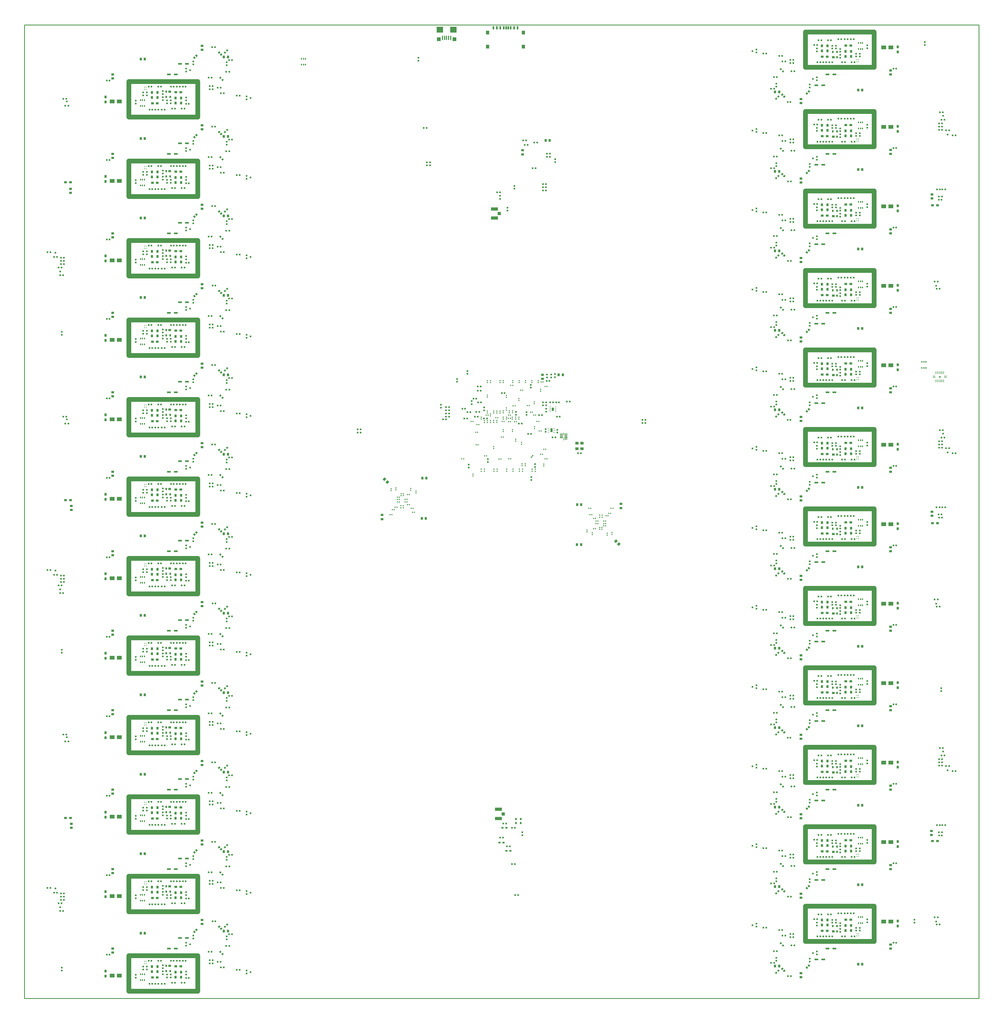
<source format=gbp>
*
*
G04 PADS VX.2.3 Build Number: 9191294 generated Gerber (RS-274-X) file*
G04 PC Version=2.1*
*
%IN "radiant_v2.pcb"*%
*
%MOIN*%
*
%FSLAX35Y35*%
*
*
*
*
G04 PC Standard Apertures*
*
*
G04 Thermal Relief Aperture macro.*
%AMTER*
1,1,$1,0,0*
1,0,$1-$2,0,0*
21,0,$3,$4,0,0,45*
21,0,$3,$4,0,0,135*
%
*
*
G04 Annular Aperture macro.*
%AMANN*
1,1,$1,0,0*
1,0,$2,0,0*
%
*
*
G04 Odd Aperture macro.*
%AMODD*
1,1,$1,0,0*
1,0,$1-0.005,0,0*
%
*
*
G04 PC Custom Aperture Macros*
*
*
*
*
*
*
G04 PC Aperture Table*
*
%ADD010C,0.001*%
%ADD015R,0.02X0.024*%
%ADD017C,0.002*%
%ADD022R,0.024X0.02*%
%ADD023R,0.025X0.02*%
%ADD028R,0.01969X0.01969*%
%ADD036R,0.01969X0.02362*%
%ADD043R,0.035X0.028*%
%ADD044R,0.038X0.03*%
%ADD062R,0.02362X0.01969*%
%ADD083R,0.012X0.016*%
%ADD084R,0.016X0.012*%
%ADD086R,0.01181X0.01378*%
%ADD116R,0.08661X0.04134*%
%ADD117R,0.04134X0.03937*%
%ADD125R,0.051X0.024*%
%ADD130C,0.05906*%
%ADD134C,0.01*%
%ADD143R,0.02X0.025*%
%ADD144R,0.028X0.035*%
%ADD145R,0.016X0.024*%
%ADD146R,0.02362X0.0315*%
%ADD147R,0.03543X0.0315*%
%ADD148R,0.06X0.05*%
%ADD149R,0.01063X0.01181*%
%ADD150R,0.03X0.038*%
%ADD151R,0.01654X0.02362*%
%ADD154R,0.01575X0.00906*%
%ADD155R,0.0315X0.05118*%
%ADD156R,0.04134X0.04724*%
%ADD157R,0.01969X0.03937*%
%ADD158R,0.01575X0.05315*%
%ADD159R,0.04724X0.05118*%
%ADD160R,0.08465X0.0748*%
%ADD161R,0.00866X0.03307*%
%ADD341R,0.00846X0.03445*%
%ADD342R,0.03445X0.00846*%
%ADD343R,0.0315X0.01575*%
%ADD348R,0.03937X0.03543*%
%ADD354R,0.0126X0.00827*%
%ADD355R,0.0252X0.04094*%
*
*
*
*
G04 PC Circuitry*
G04 Layer Name radiant_v2.pcb - circuitry*
%LPD*%
*
*
G04 PC Custom Flashes*
G04 Layer Name radiant_v2.pcb - flashes*
%LPD*%
*
*
G04 PC Circuitry*
G04 Layer Name radiant_v2.pcb - circuitry*
%LPD*%
*
G54D10*
G54D15*
G01X605672Y1195200D03*
X602128D03*
X1192728Y1270000D03*
X1196272D03*
X207272Y955000D03*
X203728D03*
X207272Y455000D03*
X203728D03*
X207272Y355000D03*
X203728D03*
X207272Y255000D03*
X203728D03*
X339772Y297000D03*
X336228D03*
X339772Y397000D03*
X336228D03*
X339772Y497000D03*
X336228D03*
X340272Y197000D03*
X336728D03*
X331928Y158500D03*
X335472D03*
X264826Y118099D03*
X268370D03*
X268326Y147099D03*
X271870D03*
X272826Y118099D03*
X276370D03*
X260870D03*
X257326D03*
X259870Y147099D03*
X256326D03*
X289370Y119599D03*
X285826D03*
X287870Y147099D03*
X284326D03*
X299326D03*
X302870D03*
X297826Y119599D03*
X301370D03*
X291826Y147099D03*
X295370D03*
X303326Y125599D03*
X306870D03*
X303326Y225599D03*
X306870D03*
X291826Y247099D03*
X295370D03*
X297826Y219599D03*
X301370D03*
X299326Y247099D03*
X302870D03*
X287870D03*
X284326D03*
X289370Y219599D03*
X285826D03*
X268326Y247099D03*
X271870D03*
X272826Y218099D03*
X276370D03*
X260870D03*
X257326D03*
X259870Y247099D03*
X256326D03*
X264826Y218099D03*
X268370D03*
X291826Y347099D03*
X295370D03*
X303326Y325599D03*
X306870D03*
X297826Y319599D03*
X301370D03*
X299326Y347099D03*
X302870D03*
X287870D03*
X284326D03*
X289370Y319599D03*
X285826D03*
X259870Y347099D03*
X256326D03*
X260870Y318099D03*
X257326D03*
X272826D03*
X276370D03*
X268326Y347099D03*
X271870D03*
X264826Y318099D03*
X268370D03*
X264826Y418099D03*
X268370D03*
X272826D03*
X276370D03*
X260870D03*
X257326D03*
X259870Y447099D03*
X256326D03*
X268326D03*
X271870D03*
X303326Y425599D03*
X306870D03*
X289370Y419599D03*
X285826D03*
X287870Y447099D03*
X284326D03*
X299326D03*
X302870D03*
X297826Y419599D03*
X301370D03*
X291826Y447099D03*
X295370D03*
X207272Y155000D03*
X203728D03*
X331928Y258500D03*
X335472D03*
X331928Y358500D03*
X335472D03*
X331928Y458500D03*
X335472D03*
X331928Y558500D03*
X335472D03*
X340272Y597000D03*
X336728D03*
X287870Y547099D03*
X284326D03*
X289370Y519599D03*
X285826D03*
X291826Y547099D03*
X295370D03*
X268326D03*
X271870D03*
X259870D03*
X256326D03*
X264826Y518099D03*
X268370D03*
X297826Y519599D03*
X301370D03*
X299326Y547099D03*
X302870D03*
X303326Y525599D03*
X306870D03*
X272826Y518099D03*
X276370D03*
X260870D03*
X257326D03*
X339772Y697000D03*
X336228D03*
X331928Y658500D03*
X335472D03*
X299326Y647099D03*
X302870D03*
X287870D03*
X284326D03*
X289370Y619599D03*
X285826D03*
X291826Y647099D03*
X295370D03*
X268326D03*
X271870D03*
X259870D03*
X256326D03*
X264826Y618099D03*
X268370D03*
X297826Y619599D03*
X301370D03*
X303326Y625599D03*
X306870D03*
X272826Y618099D03*
X276370D03*
X260870D03*
X257326D03*
X331928Y758500D03*
X335472D03*
X207272Y555000D03*
X203728D03*
X339772Y797000D03*
X336228D03*
X207272Y655000D03*
X203728D03*
X299326Y747099D03*
X302870D03*
X287870D03*
X284326D03*
X289370Y719599D03*
X285826D03*
X291826Y747099D03*
X295370D03*
X268326D03*
X271870D03*
X259870D03*
X256326D03*
X264826Y718099D03*
X268370D03*
X297826Y719599D03*
X301370D03*
X303326Y725599D03*
X306870D03*
X272826Y718099D03*
X276370D03*
X260870D03*
X257326D03*
X331928Y858500D03*
X335472D03*
X207272Y755000D03*
X203728D03*
X339772Y897000D03*
X336228D03*
X207272Y855000D03*
X203728D03*
X299326Y847099D03*
X302870D03*
X303326Y825599D03*
X306870D03*
X268326Y847099D03*
X271870D03*
X272826Y818099D03*
X276370D03*
X259870Y847099D03*
X256326D03*
X264826Y818099D03*
X268370D03*
X297826Y819599D03*
X301370D03*
X260870Y818099D03*
X257326D03*
X287870Y847099D03*
X284326D03*
X289370Y819599D03*
X285826D03*
X291826Y847099D03*
X295370D03*
X346772Y146000D03*
X343228D03*
X346772Y246000D03*
X343228D03*
X346813Y346000D03*
X343269D03*
X346772Y446000D03*
X343228D03*
X346772Y546000D03*
X343228D03*
X346772Y646000D03*
X343228D03*
X346813Y746000D03*
X343269D03*
X346772Y846000D03*
X343228D03*
X207272Y1055000D03*
X203728D03*
X207272Y1155000D03*
X203728D03*
X331928Y1258500D03*
X335472D03*
X207272Y1255000D03*
X203728D03*
X331928Y1158500D03*
X335472D03*
X331928Y1058500D03*
X335472D03*
X340272Y997000D03*
X336728D03*
X331928Y958500D03*
X335472D03*
X297826Y1219599D03*
X301370D03*
X299326Y1247099D03*
X302870D03*
X287870D03*
X284326D03*
X289370Y1219599D03*
X285826D03*
X291826Y1247099D03*
X295370D03*
X303326Y1225599D03*
X306870D03*
X268326Y1247099D03*
X271870D03*
X272826Y1218099D03*
X276370D03*
X260870D03*
X257326D03*
X259870Y1247099D03*
X256326D03*
X264826Y1218099D03*
X268370D03*
X346772Y1246000D03*
X343228D03*
X339772Y1297000D03*
X336228D03*
X297826Y1119599D03*
X301370D03*
X299326Y1147099D03*
X302870D03*
X287870D03*
X284326D03*
X289370Y1119599D03*
X285826D03*
X291826Y1147099D03*
X295370D03*
X303326Y1125599D03*
X306870D03*
X268326Y1147099D03*
X271870D03*
X272826Y1118099D03*
X276370D03*
X260870D03*
X257326D03*
X259870Y1147099D03*
X256326D03*
X264826Y1118099D03*
X268370D03*
X346813Y1146000D03*
X343269D03*
X339772Y1197000D03*
X336228D03*
X297826Y1019599D03*
X301370D03*
X299326Y1047099D03*
X302870D03*
X287870D03*
X284326D03*
X289370Y1019599D03*
X285826D03*
X291826Y1047099D03*
X295370D03*
X303326Y1025599D03*
X306870D03*
X268326Y1047099D03*
X271870D03*
X272826Y1018099D03*
X276370D03*
X260870D03*
X257326D03*
X259870Y1047099D03*
X256326D03*
X264826Y1018099D03*
X268370D03*
X346772Y1046000D03*
X343228D03*
X339772Y1097000D03*
X336228D03*
X297826Y919599D03*
X301370D03*
X299326Y947099D03*
X302870D03*
X287870D03*
X284326D03*
X289370Y919599D03*
X285826D03*
X291826Y947099D03*
X295370D03*
X303326Y925599D03*
X306870D03*
X268326Y947099D03*
X271870D03*
X272826Y918099D03*
X276370D03*
X260870D03*
X257326D03*
X259870Y947099D03*
X256326D03*
X264826Y918099D03*
X268370D03*
X346772Y946000D03*
X343228D03*
X1254228Y1118000D03*
X1257772D03*
X1053228Y1279000D03*
X1056772D03*
X1059728Y1228000D03*
X1063272D03*
X1068072Y1266500D03*
X1064528D03*
X1102174Y1305401D03*
X1098630D03*
X1100674Y1277901D03*
X1097130D03*
X1112130D03*
X1115674D03*
X1110630Y1305401D03*
X1114174D03*
X1108174Y1277901D03*
X1104630D03*
X1096674Y1299401D03*
X1093130D03*
X1131674Y1277901D03*
X1128130D03*
X1127174Y1306901D03*
X1123630D03*
X1139130D03*
X1142674D03*
X1140130Y1277901D03*
X1143674D03*
X1135174Y1306901D03*
X1131630D03*
X1068072Y1166500D03*
X1064528D03*
X1060228Y1128000D03*
X1063772D03*
X1053228Y1179000D03*
X1056772D03*
X1102174Y1205401D03*
X1098630D03*
X1100674Y1177901D03*
X1097130D03*
X1112130D03*
X1115674D03*
X1110630Y1205401D03*
X1114174D03*
X1108174Y1177901D03*
X1104630D03*
X1096674Y1199401D03*
X1093130D03*
X1131674Y1177901D03*
X1128130D03*
X1127174Y1206901D03*
X1123630D03*
X1139130D03*
X1142674D03*
X1140130Y1177901D03*
X1143674D03*
X1135174Y1206901D03*
X1131630D03*
X1053187Y1079000D03*
X1056731D03*
X1068072Y1066500D03*
X1064528D03*
X1060228Y1028000D03*
X1063772D03*
X1102174Y1105401D03*
X1098630D03*
X1100674Y1077901D03*
X1097130D03*
X1112130D03*
X1115674D03*
X1110630Y1105401D03*
X1114174D03*
X1192728Y1170000D03*
X1196272D03*
X1108174Y1077901D03*
X1104630D03*
X1096674Y1099401D03*
X1093130D03*
X1131674Y1077901D03*
X1128130D03*
X1127174Y1106901D03*
X1123630D03*
X1139130D03*
X1142674D03*
X1140130Y1077901D03*
X1143674D03*
X1135174Y1106901D03*
X1131630D03*
X1053228Y979000D03*
X1056772D03*
X1068072Y966500D03*
X1064528D03*
X1192728Y1070000D03*
X1196272D03*
X1060228Y928000D03*
X1063772D03*
X1192728Y970000D03*
X1196272D03*
X1102174Y1005401D03*
X1098630D03*
X1100674Y977901D03*
X1097130D03*
X1112130D03*
X1115674D03*
X1110630Y1005401D03*
X1114174D03*
X1096674Y999401D03*
X1093130D03*
X1131674Y977901D03*
X1128130D03*
X1127174Y1006901D03*
X1123630D03*
X1139130D03*
X1142674D03*
X1140130Y977901D03*
X1143674D03*
X1108174D03*
X1104630D03*
X1135174Y1006901D03*
X1131630D03*
X1254228Y718000D03*
X1257772D03*
X1068072Y866500D03*
X1064528D03*
X1053228Y879000D03*
X1056772D03*
X1059728Y828000D03*
X1063272D03*
X1102174Y905401D03*
X1098630D03*
X1100674Y877901D03*
X1097130D03*
X1112130D03*
X1115674D03*
X1110630Y905401D03*
X1114174D03*
X1108174Y877901D03*
X1104630D03*
X1096674Y899401D03*
X1093130D03*
X1131674Y877901D03*
X1128130D03*
X1127174Y906901D03*
X1123630D03*
X1139130D03*
X1142674D03*
X1140130Y877901D03*
X1143674D03*
X1135174Y906901D03*
X1131630D03*
X1053228Y779000D03*
X1056772D03*
X1068072Y766500D03*
X1064528D03*
X1060228Y728000D03*
X1063772D03*
X1102174Y805401D03*
X1098630D03*
X1100674Y777901D03*
X1097130D03*
X1112130D03*
X1115674D03*
X1110630Y805401D03*
X1114174D03*
X1108174Y777901D03*
X1104630D03*
X1096674Y799401D03*
X1093130D03*
X1131674Y777901D03*
X1128130D03*
X1127174Y806901D03*
X1123630D03*
X1139130D03*
X1142674D03*
X1140130Y777901D03*
X1143674D03*
X1135174Y806901D03*
X1131630D03*
X1053187Y679000D03*
X1056731D03*
X1068072Y666500D03*
X1064528D03*
X1192728Y870000D03*
X1196272D03*
X1060228Y628000D03*
X1063772D03*
X1102174Y705401D03*
X1098630D03*
X1100674Y677901D03*
X1097130D03*
X1112130D03*
X1115674D03*
X1110630Y705401D03*
X1114174D03*
X1192728Y770000D03*
X1196272D03*
X1108174Y677901D03*
X1104630D03*
X1096674Y699401D03*
X1093130D03*
X1131674Y677901D03*
X1128130D03*
X1127174Y706901D03*
X1123630D03*
X1139130D03*
X1142674D03*
X1140130Y677901D03*
X1143674D03*
X1135174Y706901D03*
X1131630D03*
X1053228Y579000D03*
X1056772D03*
X1068072Y566500D03*
X1064528D03*
X1192728Y670000D03*
X1196272D03*
X1060228Y528000D03*
X1063772D03*
X1102174Y605401D03*
X1098630D03*
X1100674Y577901D03*
X1097130D03*
X1112130D03*
X1115674D03*
X1110630Y605401D03*
X1114174D03*
X1192728Y570000D03*
X1196272D03*
X1108174Y577901D03*
X1104630D03*
X1096674Y599401D03*
X1093130D03*
X1131674Y577901D03*
X1128130D03*
X1127174Y606901D03*
X1123630D03*
X1139130D03*
X1142674D03*
X1140130Y577901D03*
X1143674D03*
X1135174Y606901D03*
X1131630D03*
X1068072Y466500D03*
X1064528D03*
X1053228Y479000D03*
X1056772D03*
X1059728Y428000D03*
X1063272D03*
X1053228Y379000D03*
X1056772D03*
X1068072Y366500D03*
X1064528D03*
X1060228Y328000D03*
X1063772D03*
X1053187Y279000D03*
X1056731D03*
X1068072Y266500D03*
X1064528D03*
X1192728Y470000D03*
X1196272D03*
X1060228Y228000D03*
X1063772D03*
X1053228Y179000D03*
X1056772D03*
X1068072Y166500D03*
X1064528D03*
X1192728Y270000D03*
X1196272D03*
X1060228Y128000D03*
X1063772D03*
X1102174Y505401D03*
X1098630D03*
X1100674Y477901D03*
X1097130D03*
X1112130D03*
X1115674D03*
X1110630Y505401D03*
X1114174D03*
X1108174Y477901D03*
X1104630D03*
X1096674Y499401D03*
X1093130D03*
X1131674Y477901D03*
X1128130D03*
X1127174Y506901D03*
X1123630D03*
X1139130D03*
X1142674D03*
X1140130Y477901D03*
X1143674D03*
X1135174Y506901D03*
X1131630D03*
X1102174Y405401D03*
X1098630D03*
X1100674Y377901D03*
X1097130D03*
X1112130D03*
X1115674D03*
X1110630Y405401D03*
X1114174D03*
X1108174Y377901D03*
X1104630D03*
X1096674Y399401D03*
X1093130D03*
X1131674Y377901D03*
X1128130D03*
X1127174Y406901D03*
X1123630D03*
X1139130D03*
X1142674D03*
X1140130Y377901D03*
X1143674D03*
X1135174Y406901D03*
X1131630D03*
X1102174Y305401D03*
X1098630D03*
X1100674Y277901D03*
X1097130D03*
X1112130D03*
X1115674D03*
X1110630Y305401D03*
X1114174D03*
X1108174Y277901D03*
X1104630D03*
X1096674Y299401D03*
X1093130D03*
X1131674Y277901D03*
X1128130D03*
X1127174Y306901D03*
X1123630D03*
X1139130D03*
X1142674D03*
X1140130Y277901D03*
X1143674D03*
X1135174Y306901D03*
X1131630D03*
X1192728Y370000D03*
X1196272D03*
X1192728Y170000D03*
X1196272D03*
X1102174Y205401D03*
X1098630D03*
X1100674Y177901D03*
X1097130D03*
X1112130D03*
X1115674D03*
X1110630Y205401D03*
X1114174D03*
X1108174Y177901D03*
X1104630D03*
X1096674Y199401D03*
X1093130D03*
X1131674Y177901D03*
X1128130D03*
X1127174Y206901D03*
X1123630D03*
X1139130D03*
X1142674D03*
X1140130Y177901D03*
X1143674D03*
X1135174Y206901D03*
X1131630D03*
X1254228Y318000D03*
X1257772D03*
X705772Y320000D03*
X702228D03*
X698172Y1114300D03*
X694628D03*
X716772Y314500D03*
X713228D03*
X710372Y291100D03*
X706828D03*
X701772Y302100D03*
X698228D03*
X716772Y269000D03*
X713228D03*
X717228Y230000D03*
X720772D03*
X350772Y139000D03*
X347228D03*
X350772Y239000D03*
X347228D03*
X1253272Y1105000D03*
X1249728D03*
X1253772Y705000D03*
X1250228D03*
X1253572Y304800D03*
X1250028D03*
X350772Y539000D03*
X347228D03*
X350772Y639000D03*
X347228D03*
X350772Y739000D03*
X347228D03*
X350772Y839000D03*
X347228D03*
X350772Y939000D03*
X347228D03*
X350772Y1039000D03*
X347228D03*
X350772Y1139000D03*
X347228D03*
X350772Y1239000D03*
X347228D03*
X1049228Y1286000D03*
X1052772D03*
X1049228Y1186000D03*
X1052772D03*
X1049228Y1086000D03*
X1052772D03*
X1049228Y986000D03*
X1052772D03*
X350772Y339000D03*
X347228D03*
X350772Y439000D03*
X347228D03*
X626628Y828600D03*
X630172D03*
X666628Y831800D03*
X670172D03*
X653228Y829500D03*
X656772D03*
X660772Y837500D03*
X657228D03*
X721828Y823200D03*
X725372D03*
X654272Y842000D03*
X650728D03*
X674172Y850000D03*
X670628D03*
X673772Y869700D03*
X670228D03*
X664728Y854500D03*
X668272D03*
X747228Y834000D03*
X750772D03*
X700428Y861400D03*
X703972D03*
X1049228Y886000D03*
X1052772D03*
X1049228Y786000D03*
X1052772D03*
X1049228Y686000D03*
X1052772D03*
X1049228Y586000D03*
X1052772D03*
X1049228Y486000D03*
X1052772D03*
X1049228Y386000D03*
X1052772D03*
X1049228Y286000D03*
X1052772D03*
X1049228Y186000D03*
X1052772D03*
X742772Y1144500D03*
X739228D03*
X727228Y1179500D03*
X730772D03*
X673772Y864500D03*
X670228D03*
X768728Y850000D03*
X772272D03*
X769728Y832000D03*
X773272D03*
X756728Y876700D03*
X760272D03*
X796228Y786000D03*
X799772D03*
X733528Y810300D03*
X737072D03*
X782228Y851000D03*
X785772D03*
G54D17*
X352108Y191359D02*
X350858Y190108D01*
X352108Y188858*
X353359Y190108*
X352108Y191359*
X351966Y189000D02*
X352251D01*
X351766Y189200D02*
X352451D01*
X351566Y189400D02*
X352651D01*
X351366Y189600D02*
X352851D01*
X351166Y189800D02*
X353051D01*
X350966Y190000D02*
X353251D01*
X350949Y190200D02*
X353267D01*
X351149Y190400D02*
X353067D01*
X351349Y190600D02*
X352867D01*
X351549Y190800D02*
X352667D01*
X351749Y191000D02*
X352467D01*
X351949Y191200D02*
X352267D01*
X351000Y189966D02*
Y190251D01*
X351200Y189766D02*
Y190451D01*
X351400Y189566D02*
Y190651D01*
X351600Y189366D02*
Y190851D01*
X351800Y189166D02*
Y191051D01*
X352000Y188966D02*
Y191251D01*
X352200Y188949D02*
Y191267D01*
X352400Y189149D02*
Y191067D01*
X352600Y189349D02*
Y190867D01*
X352800Y189549D02*
Y190667D01*
X353000Y189749D02*
Y190467D01*
X353200Y189949D02*
Y190267D01*
X354892Y194142D02*
X353641Y192892D01*
X354892Y191641*
X356142Y192892*
X354892Y194142*
X354733Y191800D02*
X355051D01*
X354533Y192000D02*
X355251D01*
X354333Y192200D02*
X355451D01*
X354133Y192400D02*
X355651D01*
X353933Y192600D02*
X355851D01*
X353733Y192800D02*
X356051D01*
X353749Y193000D02*
X356034D01*
X353949Y193200D02*
X355834D01*
X354149Y193400D02*
X355634D01*
X354349Y193600D02*
X355434D01*
X354549Y193800D02*
X355234D01*
X354749Y194000D02*
X355034D01*
X353800Y192733D02*
Y193051D01*
X354000Y192533D02*
Y193251D01*
X354200Y192333D02*
Y193451D01*
X354400Y192133D02*
Y193651D01*
X354600Y191933D02*
Y193851D01*
X354800Y191733D02*
Y194051D01*
X355000Y191749D02*
Y194034D01*
X355200Y191949D02*
Y193834D01*
X355400Y192149D02*
Y193634D01*
X355600Y192349D02*
Y193434D01*
X355800Y192549D02*
Y193234D01*
X356000Y192749D02*
Y193034D01*
X347559Y158492D02*
X346308Y159742D01*
X345058Y158492*
X346308Y157241*
X347559Y158492*
X346149Y157400D02*
X346467D01*
X345949Y157600D02*
X346667D01*
X345749Y157800D02*
X346867D01*
X345549Y158000D02*
X347067D01*
X345349Y158200D02*
X347267D01*
X345149Y158400D02*
X347467D01*
X345166Y158600D02*
X347451D01*
X345366Y158800D02*
X347251D01*
X345566Y159000D02*
X347051D01*
X345766Y159200D02*
X346851D01*
X345966Y159400D02*
X346651D01*
X346166Y159600D02*
X346451D01*
X345200Y158349D02*
Y158634D01*
X345400Y158149D02*
Y158834D01*
X345600Y157949D02*
Y159034D01*
X345800Y157749D02*
Y159234D01*
X346000Y157549D02*
Y159434D01*
X346200Y157349D02*
Y159634D01*
X346400Y157333D02*
Y159651D01*
X346600Y157533D02*
Y159451D01*
X346800Y157733D02*
Y159251D01*
X347000Y157933D02*
Y159051D01*
X347200Y158133D02*
Y158851D01*
X347400Y158333D02*
Y158651D01*
X350342Y155708D02*
X349092Y156959D01*
X347841Y155708*
X349092Y154458*
X350342Y155708*
X348949Y154600D02*
X349234D01*
X348749Y154800D02*
X349434D01*
X348549Y155000D02*
X349634D01*
X348349Y155200D02*
X349834D01*
X348149Y155400D02*
X350034D01*
X347949Y155600D02*
X350234D01*
X347933Y155800D02*
X350251D01*
X348133Y156000D02*
X350051D01*
X348333Y156200D02*
X349851D01*
X348533Y156400D02*
X349651D01*
X348733Y156600D02*
X349451D01*
X348933Y156800D02*
X349251D01*
X348000Y155549D02*
Y155867D01*
X348200Y155349D02*
Y156067D01*
X348400Y155149D02*
Y156267D01*
X348600Y154949D02*
Y156467D01*
X348800Y154749D02*
Y156667D01*
X349000Y154549D02*
Y156867D01*
X349200Y154566D02*
Y156851D01*
X349400Y154766D02*
Y156651D01*
X349600Y154966D02*
Y156451D01*
X349800Y155166D02*
Y156251D01*
X350000Y155366D02*
Y156051D01*
X350200Y155566D02*
Y155851D01*
X352108Y291359D02*
X350858Y290108D01*
X352108Y288858*
X353359Y290108*
X352108Y291359*
X351966Y289000D02*
X352251D01*
X351766Y289200D02*
X352451D01*
X351566Y289400D02*
X352651D01*
X351366Y289600D02*
X352851D01*
X351166Y289800D02*
X353051D01*
X350966Y290000D02*
X353251D01*
X350949Y290200D02*
X353267D01*
X351149Y290400D02*
X353067D01*
X351349Y290600D02*
X352867D01*
X351549Y290800D02*
X352667D01*
X351749Y291000D02*
X352467D01*
X351949Y291200D02*
X352267D01*
X351000Y289966D02*
Y290251D01*
X351200Y289766D02*
Y290451D01*
X351400Y289566D02*
Y290651D01*
X351600Y289366D02*
Y290851D01*
X351800Y289166D02*
Y291051D01*
X352000Y288966D02*
Y291251D01*
X352200Y288949D02*
Y291267D01*
X352400Y289149D02*
Y291067D01*
X352600Y289349D02*
Y290867D01*
X352800Y289549D02*
Y290667D01*
X353000Y289749D02*
Y290467D01*
X353200Y289949D02*
Y290267D01*
X354892Y294142D02*
X353641Y292892D01*
X354892Y291641*
X356142Y292892*
X354892Y294142*
X354733Y291800D02*
X355051D01*
X354533Y292000D02*
X355251D01*
X354333Y292200D02*
X355451D01*
X354133Y292400D02*
X355651D01*
X353933Y292600D02*
X355851D01*
X353733Y292800D02*
X356051D01*
X353749Y293000D02*
X356034D01*
X353949Y293200D02*
X355834D01*
X354149Y293400D02*
X355634D01*
X354349Y293600D02*
X355434D01*
X354549Y293800D02*
X355234D01*
X354749Y294000D02*
X355034D01*
X353800Y292733D02*
Y293051D01*
X354000Y292533D02*
Y293251D01*
X354200Y292333D02*
Y293451D01*
X354400Y292133D02*
Y293651D01*
X354600Y291933D02*
Y293851D01*
X354800Y291733D02*
Y294051D01*
X355000Y291749D02*
Y294034D01*
X355200Y291949D02*
Y293834D01*
X355400Y292149D02*
Y293634D01*
X355600Y292349D02*
Y293434D01*
X355800Y292549D02*
Y293234D01*
X356000Y292749D02*
Y293034D01*
X347559Y258492D02*
X346308Y259742D01*
X345058Y258492*
X346308Y257241*
X347559Y258492*
X346149Y257400D02*
X346467D01*
X345949Y257600D02*
X346667D01*
X345749Y257800D02*
X346867D01*
X345549Y258000D02*
X347067D01*
X345349Y258200D02*
X347267D01*
X345149Y258400D02*
X347467D01*
X345166Y258600D02*
X347451D01*
X345366Y258800D02*
X347251D01*
X345566Y259000D02*
X347051D01*
X345766Y259200D02*
X346851D01*
X345966Y259400D02*
X346651D01*
X346166Y259600D02*
X346451D01*
X345200Y258349D02*
Y258634D01*
X345400Y258149D02*
Y258834D01*
X345600Y257949D02*
Y259034D01*
X345800Y257749D02*
Y259234D01*
X346000Y257549D02*
Y259434D01*
X346200Y257349D02*
Y259634D01*
X346400Y257333D02*
Y259651D01*
X346600Y257533D02*
Y259451D01*
X346800Y257733D02*
Y259251D01*
X347000Y257933D02*
Y259051D01*
X347200Y258133D02*
Y258851D01*
X347400Y258333D02*
Y258651D01*
X350342Y255708D02*
X349092Y256959D01*
X347841Y255708*
X349092Y254458*
X350342Y255708*
X348949Y254600D02*
X349234D01*
X348749Y254800D02*
X349434D01*
X348549Y255000D02*
X349634D01*
X348349Y255200D02*
X349834D01*
X348149Y255400D02*
X350034D01*
X347949Y255600D02*
X350234D01*
X347933Y255800D02*
X350251D01*
X348133Y256000D02*
X350051D01*
X348333Y256200D02*
X349851D01*
X348533Y256400D02*
X349651D01*
X348733Y256600D02*
X349451D01*
X348933Y256800D02*
X349251D01*
X348000Y255549D02*
Y255867D01*
X348200Y255349D02*
Y256067D01*
X348400Y255149D02*
Y256267D01*
X348600Y254949D02*
Y256467D01*
X348800Y254749D02*
Y256667D01*
X349000Y254549D02*
Y256867D01*
X349200Y254566D02*
Y256851D01*
X349400Y254766D02*
Y256651D01*
X349600Y254966D02*
Y256451D01*
X349800Y255166D02*
Y256251D01*
X350000Y255366D02*
Y256051D01*
X350200Y255566D02*
Y255851D01*
X352108Y391359D02*
X350858Y390108D01*
X352108Y388858*
X353359Y390108*
X352108Y391359*
X351966Y389000D02*
X352251D01*
X351766Y389200D02*
X352451D01*
X351566Y389400D02*
X352651D01*
X351366Y389600D02*
X352851D01*
X351166Y389800D02*
X353051D01*
X350966Y390000D02*
X353251D01*
X350949Y390200D02*
X353267D01*
X351149Y390400D02*
X353067D01*
X351349Y390600D02*
X352867D01*
X351549Y390800D02*
X352667D01*
X351749Y391000D02*
X352467D01*
X351949Y391200D02*
X352267D01*
X351000Y389966D02*
Y390251D01*
X351200Y389766D02*
Y390451D01*
X351400Y389566D02*
Y390651D01*
X351600Y389366D02*
Y390851D01*
X351800Y389166D02*
Y391051D01*
X352000Y388966D02*
Y391251D01*
X352200Y388949D02*
Y391267D01*
X352400Y389149D02*
Y391067D01*
X352600Y389349D02*
Y390867D01*
X352800Y389549D02*
Y390667D01*
X353000Y389749D02*
Y390467D01*
X353200Y389949D02*
Y390267D01*
X354892Y394142D02*
X353641Y392892D01*
X354892Y391641*
X356142Y392892*
X354892Y394142*
X354733Y391800D02*
X355051D01*
X354533Y392000D02*
X355251D01*
X354333Y392200D02*
X355451D01*
X354133Y392400D02*
X355651D01*
X353933Y392600D02*
X355851D01*
X353733Y392800D02*
X356051D01*
X353749Y393000D02*
X356034D01*
X353949Y393200D02*
X355834D01*
X354149Y393400D02*
X355634D01*
X354349Y393600D02*
X355434D01*
X354549Y393800D02*
X355234D01*
X354749Y394000D02*
X355034D01*
X353800Y392733D02*
Y393051D01*
X354000Y392533D02*
Y393251D01*
X354200Y392333D02*
Y393451D01*
X354400Y392133D02*
Y393651D01*
X354600Y391933D02*
Y393851D01*
X354800Y391733D02*
Y394051D01*
X355000Y391749D02*
Y394034D01*
X355200Y391949D02*
Y393834D01*
X355400Y392149D02*
Y393634D01*
X355600Y392349D02*
Y393434D01*
X355800Y392549D02*
Y393234D01*
X356000Y392749D02*
Y393034D01*
X347559Y358492D02*
X346308Y359742D01*
X345058Y358492*
X346308Y357241*
X347559Y358492*
X346149Y357400D02*
X346467D01*
X345949Y357600D02*
X346667D01*
X345749Y357800D02*
X346867D01*
X345549Y358000D02*
X347067D01*
X345349Y358200D02*
X347267D01*
X345149Y358400D02*
X347467D01*
X345166Y358600D02*
X347451D01*
X345366Y358800D02*
X347251D01*
X345566Y359000D02*
X347051D01*
X345766Y359200D02*
X346851D01*
X345966Y359400D02*
X346651D01*
X346166Y359600D02*
X346451D01*
X345200Y358349D02*
Y358634D01*
X345400Y358149D02*
Y358834D01*
X345600Y357949D02*
Y359034D01*
X345800Y357749D02*
Y359234D01*
X346000Y357549D02*
Y359434D01*
X346200Y357349D02*
Y359634D01*
X346400Y357333D02*
Y359651D01*
X346600Y357533D02*
Y359451D01*
X346800Y357733D02*
Y359251D01*
X347000Y357933D02*
Y359051D01*
X347200Y358133D02*
Y358851D01*
X347400Y358333D02*
Y358651D01*
X350342Y355708D02*
X349092Y356959D01*
X347841Y355708*
X349092Y354458*
X350342Y355708*
X348949Y354600D02*
X349234D01*
X348749Y354800D02*
X349434D01*
X348549Y355000D02*
X349634D01*
X348349Y355200D02*
X349834D01*
X348149Y355400D02*
X350034D01*
X347949Y355600D02*
X350234D01*
X347933Y355800D02*
X350251D01*
X348133Y356000D02*
X350051D01*
X348333Y356200D02*
X349851D01*
X348533Y356400D02*
X349651D01*
X348733Y356600D02*
X349451D01*
X348933Y356800D02*
X349251D01*
X348000Y355549D02*
Y355867D01*
X348200Y355349D02*
Y356067D01*
X348400Y355149D02*
Y356267D01*
X348600Y354949D02*
Y356467D01*
X348800Y354749D02*
Y356667D01*
X349000Y354549D02*
Y356867D01*
X349200Y354566D02*
Y356851D01*
X349400Y354766D02*
Y356651D01*
X349600Y354966D02*
Y356451D01*
X349800Y355166D02*
Y356251D01*
X350000Y355366D02*
Y356051D01*
X350200Y355566D02*
Y355851D01*
X347559Y458492D02*
X346308Y459742D01*
X345058Y458492*
X346308Y457241*
X347559Y458492*
X346149Y457400D02*
X346467D01*
X345949Y457600D02*
X346667D01*
X345749Y457800D02*
X346867D01*
X345549Y458000D02*
X347067D01*
X345349Y458200D02*
X347267D01*
X345149Y458400D02*
X347467D01*
X345166Y458600D02*
X347451D01*
X345366Y458800D02*
X347251D01*
X345566Y459000D02*
X347051D01*
X345766Y459200D02*
X346851D01*
X345966Y459400D02*
X346651D01*
X346166Y459600D02*
X346451D01*
X345200Y458349D02*
Y458634D01*
X345400Y458149D02*
Y458834D01*
X345600Y457949D02*
Y459034D01*
X345800Y457749D02*
Y459234D01*
X346000Y457549D02*
Y459434D01*
X346200Y457349D02*
Y459634D01*
X346400Y457333D02*
Y459651D01*
X346600Y457533D02*
Y459451D01*
X346800Y457733D02*
Y459251D01*
X347000Y457933D02*
Y459051D01*
X347200Y458133D02*
Y458851D01*
X347400Y458333D02*
Y458651D01*
X350342Y455708D02*
X349092Y456959D01*
X347841Y455708*
X349092Y454458*
X350342Y455708*
X348949Y454600D02*
X349234D01*
X348749Y454800D02*
X349434D01*
X348549Y455000D02*
X349634D01*
X348349Y455200D02*
X349834D01*
X348149Y455400D02*
X350034D01*
X347949Y455600D02*
X350234D01*
X347933Y455800D02*
X350251D01*
X348133Y456000D02*
X350051D01*
X348333Y456200D02*
X349851D01*
X348533Y456400D02*
X349651D01*
X348733Y456600D02*
X349451D01*
X348933Y456800D02*
X349251D01*
X348000Y455549D02*
Y455867D01*
X348200Y455349D02*
Y456067D01*
X348400Y455149D02*
Y456267D01*
X348600Y454949D02*
Y456467D01*
X348800Y454749D02*
Y456667D01*
X349000Y454549D02*
Y456867D01*
X349200Y454566D02*
Y456851D01*
X349400Y454766D02*
Y456651D01*
X349600Y454966D02*
Y456451D01*
X349800Y455166D02*
Y456251D01*
X350000Y455366D02*
Y456051D01*
X350200Y455566D02*
Y455851D01*
X352108Y491359D02*
X350858Y490108D01*
X352108Y488858*
X353359Y490108*
X352108Y491359*
X351966Y489000D02*
X352251D01*
X351766Y489200D02*
X352451D01*
X351566Y489400D02*
X352651D01*
X351366Y489600D02*
X352851D01*
X351166Y489800D02*
X353051D01*
X350966Y490000D02*
X353251D01*
X350949Y490200D02*
X353267D01*
X351149Y490400D02*
X353067D01*
X351349Y490600D02*
X352867D01*
X351549Y490800D02*
X352667D01*
X351749Y491000D02*
X352467D01*
X351949Y491200D02*
X352267D01*
X351000Y489966D02*
Y490251D01*
X351200Y489766D02*
Y490451D01*
X351400Y489566D02*
Y490651D01*
X351600Y489366D02*
Y490851D01*
X351800Y489166D02*
Y491051D01*
X352000Y488966D02*
Y491251D01*
X352200Y488949D02*
Y491267D01*
X352400Y489149D02*
Y491067D01*
X352600Y489349D02*
Y490867D01*
X352800Y489549D02*
Y490667D01*
X353000Y489749D02*
Y490467D01*
X353200Y489949D02*
Y490267D01*
X354892Y494142D02*
X353641Y492892D01*
X354892Y491641*
X356142Y492892*
X354892Y494142*
X354733Y491800D02*
X355051D01*
X354533Y492000D02*
X355251D01*
X354333Y492200D02*
X355451D01*
X354133Y492400D02*
X355651D01*
X353933Y492600D02*
X355851D01*
X353733Y492800D02*
X356051D01*
X353749Y493000D02*
X356034D01*
X353949Y493200D02*
X355834D01*
X354149Y493400D02*
X355634D01*
X354349Y493600D02*
X355434D01*
X354549Y493800D02*
X355234D01*
X354749Y494000D02*
X355034D01*
X353800Y492733D02*
Y493051D01*
X354000Y492533D02*
Y493251D01*
X354200Y492333D02*
Y493451D01*
X354400Y492133D02*
Y493651D01*
X354600Y491933D02*
Y493851D01*
X354800Y491733D02*
Y494051D01*
X355000Y491749D02*
Y494034D01*
X355200Y491949D02*
Y493834D01*
X355400Y492149D02*
Y493634D01*
X355600Y492349D02*
Y493434D01*
X355800Y492549D02*
Y493234D01*
X356000Y492749D02*
Y493034D01*
X352108Y591359D02*
X350858Y590108D01*
X352108Y588858*
X353359Y590108*
X352108Y591359*
X351966Y589000D02*
X352251D01*
X351766Y589200D02*
X352451D01*
X351566Y589400D02*
X352651D01*
X351366Y589600D02*
X352851D01*
X351166Y589800D02*
X353051D01*
X350966Y590000D02*
X353251D01*
X350949Y590200D02*
X353267D01*
X351149Y590400D02*
X353067D01*
X351349Y590600D02*
X352867D01*
X351549Y590800D02*
X352667D01*
X351749Y591000D02*
X352467D01*
X351949Y591200D02*
X352267D01*
X351000Y589966D02*
Y590251D01*
X351200Y589766D02*
Y590451D01*
X351400Y589566D02*
Y590651D01*
X351600Y589366D02*
Y590851D01*
X351800Y589166D02*
Y591051D01*
X352000Y588966D02*
Y591251D01*
X352200Y588949D02*
Y591267D01*
X352400Y589149D02*
Y591067D01*
X352600Y589349D02*
Y590867D01*
X352800Y589549D02*
Y590667D01*
X353000Y589749D02*
Y590467D01*
X353200Y589949D02*
Y590267D01*
X354892Y594142D02*
X353641Y592892D01*
X354892Y591641*
X356142Y592892*
X354892Y594142*
X354733Y591800D02*
X355051D01*
X354533Y592000D02*
X355251D01*
X354333Y592200D02*
X355451D01*
X354133Y592400D02*
X355651D01*
X353933Y592600D02*
X355851D01*
X353733Y592800D02*
X356051D01*
X353749Y593000D02*
X356034D01*
X353949Y593200D02*
X355834D01*
X354149Y593400D02*
X355634D01*
X354349Y593600D02*
X355434D01*
X354549Y593800D02*
X355234D01*
X354749Y594000D02*
X355034D01*
X353800Y592733D02*
Y593051D01*
X354000Y592533D02*
Y593251D01*
X354200Y592333D02*
Y593451D01*
X354400Y592133D02*
Y593651D01*
X354600Y591933D02*
Y593851D01*
X354800Y591733D02*
Y594051D01*
X355000Y591749D02*
Y594034D01*
X355200Y591949D02*
Y593834D01*
X355400Y592149D02*
Y593634D01*
X355600Y592349D02*
Y593434D01*
X355800Y592549D02*
Y593234D01*
X356000Y592749D02*
Y593034D01*
X347559Y558492D02*
X346308Y559742D01*
X345058Y558492*
X346308Y557241*
X347559Y558492*
X346149Y557400D02*
X346467D01*
X345949Y557600D02*
X346667D01*
X345749Y557800D02*
X346867D01*
X345549Y558000D02*
X347067D01*
X345349Y558200D02*
X347267D01*
X345149Y558400D02*
X347467D01*
X345166Y558600D02*
X347451D01*
X345366Y558800D02*
X347251D01*
X345566Y559000D02*
X347051D01*
X345766Y559200D02*
X346851D01*
X345966Y559400D02*
X346651D01*
X346166Y559600D02*
X346451D01*
X345200Y558349D02*
Y558634D01*
X345400Y558149D02*
Y558834D01*
X345600Y557949D02*
Y559034D01*
X345800Y557749D02*
Y559234D01*
X346000Y557549D02*
Y559434D01*
X346200Y557349D02*
Y559634D01*
X346400Y557333D02*
Y559651D01*
X346600Y557533D02*
Y559451D01*
X346800Y557733D02*
Y559251D01*
X347000Y557933D02*
Y559051D01*
X347200Y558133D02*
Y558851D01*
X347400Y558333D02*
Y558651D01*
X350342Y555708D02*
X349092Y556959D01*
X347841Y555708*
X349092Y554458*
X350342Y555708*
X348949Y554600D02*
X349234D01*
X348749Y554800D02*
X349434D01*
X348549Y555000D02*
X349634D01*
X348349Y555200D02*
X349834D01*
X348149Y555400D02*
X350034D01*
X347949Y555600D02*
X350234D01*
X347933Y555800D02*
X350251D01*
X348133Y556000D02*
X350051D01*
X348333Y556200D02*
X349851D01*
X348533Y556400D02*
X349651D01*
X348733Y556600D02*
X349451D01*
X348933Y556800D02*
X349251D01*
X348000Y555549D02*
Y555867D01*
X348200Y555349D02*
Y556067D01*
X348400Y555149D02*
Y556267D01*
X348600Y554949D02*
Y556467D01*
X348800Y554749D02*
Y556667D01*
X349000Y554549D02*
Y556867D01*
X349200Y554566D02*
Y556851D01*
X349400Y554766D02*
Y556651D01*
X349600Y554966D02*
Y556451D01*
X349800Y555166D02*
Y556251D01*
X350000Y555366D02*
Y556051D01*
X350200Y555566D02*
Y555851D01*
X347559Y658492D02*
X346308Y659742D01*
X345058Y658492*
X346308Y657241*
X347559Y658492*
X346149Y657400D02*
X346467D01*
X345949Y657600D02*
X346667D01*
X345749Y657800D02*
X346867D01*
X345549Y658000D02*
X347067D01*
X345349Y658200D02*
X347267D01*
X345149Y658400D02*
X347467D01*
X345166Y658600D02*
X347451D01*
X345366Y658800D02*
X347251D01*
X345566Y659000D02*
X347051D01*
X345766Y659200D02*
X346851D01*
X345966Y659400D02*
X346651D01*
X346166Y659600D02*
X346451D01*
X345200Y658349D02*
Y658634D01*
X345400Y658149D02*
Y658834D01*
X345600Y657949D02*
Y659034D01*
X345800Y657749D02*
Y659234D01*
X346000Y657549D02*
Y659434D01*
X346200Y657349D02*
Y659634D01*
X346400Y657333D02*
Y659651D01*
X346600Y657533D02*
Y659451D01*
X346800Y657733D02*
Y659251D01*
X347000Y657933D02*
Y659051D01*
X347200Y658133D02*
Y658851D01*
X347400Y658333D02*
Y658651D01*
X350342Y655708D02*
X349092Y656959D01*
X347841Y655708*
X349092Y654458*
X350342Y655708*
X348949Y654600D02*
X349234D01*
X348749Y654800D02*
X349434D01*
X348549Y655000D02*
X349634D01*
X348349Y655200D02*
X349834D01*
X348149Y655400D02*
X350034D01*
X347949Y655600D02*
X350234D01*
X347933Y655800D02*
X350251D01*
X348133Y656000D02*
X350051D01*
X348333Y656200D02*
X349851D01*
X348533Y656400D02*
X349651D01*
X348733Y656600D02*
X349451D01*
X348933Y656800D02*
X349251D01*
X348000Y655549D02*
Y655867D01*
X348200Y655349D02*
Y656067D01*
X348400Y655149D02*
Y656267D01*
X348600Y654949D02*
Y656467D01*
X348800Y654749D02*
Y656667D01*
X349000Y654549D02*
Y656867D01*
X349200Y654566D02*
Y656851D01*
X349400Y654766D02*
Y656651D01*
X349600Y654966D02*
Y656451D01*
X349800Y655166D02*
Y656251D01*
X350000Y655366D02*
Y656051D01*
X350200Y655566D02*
Y655851D01*
X352108Y691359D02*
X350858Y690108D01*
X352108Y688858*
X353359Y690108*
X352108Y691359*
X351966Y689000D02*
X352251D01*
X351766Y689200D02*
X352451D01*
X351566Y689400D02*
X352651D01*
X351366Y689600D02*
X352851D01*
X351166Y689800D02*
X353051D01*
X350966Y690000D02*
X353251D01*
X350949Y690200D02*
X353267D01*
X351149Y690400D02*
X353067D01*
X351349Y690600D02*
X352867D01*
X351549Y690800D02*
X352667D01*
X351749Y691000D02*
X352467D01*
X351949Y691200D02*
X352267D01*
X351000Y689966D02*
Y690251D01*
X351200Y689766D02*
Y690451D01*
X351400Y689566D02*
Y690651D01*
X351600Y689366D02*
Y690851D01*
X351800Y689166D02*
Y691051D01*
X352000Y688966D02*
Y691251D01*
X352200Y688949D02*
Y691267D01*
X352400Y689149D02*
Y691067D01*
X352600Y689349D02*
Y690867D01*
X352800Y689549D02*
Y690667D01*
X353000Y689749D02*
Y690467D01*
X353200Y689949D02*
Y690267D01*
X354892Y694142D02*
X353641Y692892D01*
X354892Y691641*
X356142Y692892*
X354892Y694142*
X354733Y691800D02*
X355051D01*
X354533Y692000D02*
X355251D01*
X354333Y692200D02*
X355451D01*
X354133Y692400D02*
X355651D01*
X353933Y692600D02*
X355851D01*
X353733Y692800D02*
X356051D01*
X353749Y693000D02*
X356034D01*
X353949Y693200D02*
X355834D01*
X354149Y693400D02*
X355634D01*
X354349Y693600D02*
X355434D01*
X354549Y693800D02*
X355234D01*
X354749Y694000D02*
X355034D01*
X353800Y692733D02*
Y693051D01*
X354000Y692533D02*
Y693251D01*
X354200Y692333D02*
Y693451D01*
X354400Y692133D02*
Y693651D01*
X354600Y691933D02*
Y693851D01*
X354800Y691733D02*
Y694051D01*
X355000Y691749D02*
Y694034D01*
X355200Y691949D02*
Y693834D01*
X355400Y692149D02*
Y693634D01*
X355600Y692349D02*
Y693434D01*
X355800Y692549D02*
Y693234D01*
X356000Y692749D02*
Y693034D01*
X347559Y758492D02*
X346308Y759742D01*
X345058Y758492*
X346308Y757241*
X347559Y758492*
X346149Y757400D02*
X346467D01*
X345949Y757600D02*
X346667D01*
X345749Y757800D02*
X346867D01*
X345549Y758000D02*
X347067D01*
X345349Y758200D02*
X347267D01*
X345149Y758400D02*
X347467D01*
X345166Y758600D02*
X347451D01*
X345366Y758800D02*
X347251D01*
X345566Y759000D02*
X347051D01*
X345766Y759200D02*
X346851D01*
X345966Y759400D02*
X346651D01*
X346166Y759600D02*
X346451D01*
X345200Y758349D02*
Y758634D01*
X345400Y758149D02*
Y758834D01*
X345600Y757949D02*
Y759034D01*
X345800Y757749D02*
Y759234D01*
X346000Y757549D02*
Y759434D01*
X346200Y757349D02*
Y759634D01*
X346400Y757333D02*
Y759651D01*
X346600Y757533D02*
Y759451D01*
X346800Y757733D02*
Y759251D01*
X347000Y757933D02*
Y759051D01*
X347200Y758133D02*
Y758851D01*
X347400Y758333D02*
Y758651D01*
X350342Y755708D02*
X349092Y756959D01*
X347841Y755708*
X349092Y754458*
X350342Y755708*
X348949Y754600D02*
X349234D01*
X348749Y754800D02*
X349434D01*
X348549Y755000D02*
X349634D01*
X348349Y755200D02*
X349834D01*
X348149Y755400D02*
X350034D01*
X347949Y755600D02*
X350234D01*
X347933Y755800D02*
X350251D01*
X348133Y756000D02*
X350051D01*
X348333Y756200D02*
X349851D01*
X348533Y756400D02*
X349651D01*
X348733Y756600D02*
X349451D01*
X348933Y756800D02*
X349251D01*
X348000Y755549D02*
Y755867D01*
X348200Y755349D02*
Y756067D01*
X348400Y755149D02*
Y756267D01*
X348600Y754949D02*
Y756467D01*
X348800Y754749D02*
Y756667D01*
X349000Y754549D02*
Y756867D01*
X349200Y754566D02*
Y756851D01*
X349400Y754766D02*
Y756651D01*
X349600Y754966D02*
Y756451D01*
X349800Y755166D02*
Y756251D01*
X350000Y755366D02*
Y756051D01*
X350200Y755566D02*
Y755851D01*
X352108Y791359D02*
X350858Y790108D01*
X352108Y788858*
X353359Y790108*
X352108Y791359*
X351966Y789000D02*
X352251D01*
X351766Y789200D02*
X352451D01*
X351566Y789400D02*
X352651D01*
X351366Y789600D02*
X352851D01*
X351166Y789800D02*
X353051D01*
X350966Y790000D02*
X353251D01*
X350949Y790200D02*
X353267D01*
X351149Y790400D02*
X353067D01*
X351349Y790600D02*
X352867D01*
X351549Y790800D02*
X352667D01*
X351749Y791000D02*
X352467D01*
X351949Y791200D02*
X352267D01*
X351000Y789966D02*
Y790251D01*
X351200Y789766D02*
Y790451D01*
X351400Y789566D02*
Y790651D01*
X351600Y789366D02*
Y790851D01*
X351800Y789166D02*
Y791051D01*
X352000Y788966D02*
Y791251D01*
X352200Y788949D02*
Y791267D01*
X352400Y789149D02*
Y791067D01*
X352600Y789349D02*
Y790867D01*
X352800Y789549D02*
Y790667D01*
X353000Y789749D02*
Y790467D01*
X353200Y789949D02*
Y790267D01*
X354892Y794142D02*
X353641Y792892D01*
X354892Y791641*
X356142Y792892*
X354892Y794142*
X354733Y791800D02*
X355051D01*
X354533Y792000D02*
X355251D01*
X354333Y792200D02*
X355451D01*
X354133Y792400D02*
X355651D01*
X353933Y792600D02*
X355851D01*
X353733Y792800D02*
X356051D01*
X353749Y793000D02*
X356034D01*
X353949Y793200D02*
X355834D01*
X354149Y793400D02*
X355634D01*
X354349Y793600D02*
X355434D01*
X354549Y793800D02*
X355234D01*
X354749Y794000D02*
X355034D01*
X353800Y792733D02*
Y793051D01*
X354000Y792533D02*
Y793251D01*
X354200Y792333D02*
Y793451D01*
X354400Y792133D02*
Y793651D01*
X354600Y791933D02*
Y793851D01*
X354800Y791733D02*
Y794051D01*
X355000Y791749D02*
Y794034D01*
X355200Y791949D02*
Y793834D01*
X355400Y792149D02*
Y793634D01*
X355600Y792349D02*
Y793434D01*
X355800Y792549D02*
Y793234D01*
X356000Y792749D02*
Y793034D01*
X347559Y858492D02*
X346308Y859742D01*
X345058Y858492*
X346308Y857241*
X347559Y858492*
X346149Y857400D02*
X346467D01*
X345949Y857600D02*
X346667D01*
X345749Y857800D02*
X346867D01*
X345549Y858000D02*
X347067D01*
X345349Y858200D02*
X347267D01*
X345149Y858400D02*
X347467D01*
X345166Y858600D02*
X347451D01*
X345366Y858800D02*
X347251D01*
X345566Y859000D02*
X347051D01*
X345766Y859200D02*
X346851D01*
X345966Y859400D02*
X346651D01*
X346166Y859600D02*
X346451D01*
X345200Y858349D02*
Y858634D01*
X345400Y858149D02*
Y858834D01*
X345600Y857949D02*
Y859034D01*
X345800Y857749D02*
Y859234D01*
X346000Y857549D02*
Y859434D01*
X346200Y857349D02*
Y859634D01*
X346400Y857333D02*
Y859651D01*
X346600Y857533D02*
Y859451D01*
X346800Y857733D02*
Y859251D01*
X347000Y857933D02*
Y859051D01*
X347200Y858133D02*
Y858851D01*
X347400Y858333D02*
Y858651D01*
X350342Y855708D02*
X349092Y856959D01*
X347841Y855708*
X349092Y854458*
X350342Y855708*
X348949Y854600D02*
X349234D01*
X348749Y854800D02*
X349434D01*
X348549Y855000D02*
X349634D01*
X348349Y855200D02*
X349834D01*
X348149Y855400D02*
X350034D01*
X347949Y855600D02*
X350234D01*
X347933Y855800D02*
X350251D01*
X348133Y856000D02*
X350051D01*
X348333Y856200D02*
X349851D01*
X348533Y856400D02*
X349651D01*
X348733Y856600D02*
X349451D01*
X348933Y856800D02*
X349251D01*
X348000Y855549D02*
Y855867D01*
X348200Y855349D02*
Y856067D01*
X348400Y855149D02*
Y856267D01*
X348600Y854949D02*
Y856467D01*
X348800Y854749D02*
Y856667D01*
X349000Y854549D02*
Y856867D01*
X349200Y854566D02*
Y856851D01*
X349400Y854766D02*
Y856651D01*
X349600Y854966D02*
Y856451D01*
X349800Y855166D02*
Y856251D01*
X350000Y855366D02*
Y856051D01*
X350200Y855566D02*
Y855851D01*
X352108Y891359D02*
X350858Y890108D01*
X352108Y888858*
X353359Y890108*
X352108Y891359*
X351966Y889000D02*
X352251D01*
X351766Y889200D02*
X352451D01*
X351566Y889400D02*
X352651D01*
X351366Y889600D02*
X352851D01*
X351166Y889800D02*
X353051D01*
X350966Y890000D02*
X353251D01*
X350949Y890200D02*
X353267D01*
X351149Y890400D02*
X353067D01*
X351349Y890600D02*
X352867D01*
X351549Y890800D02*
X352667D01*
X351749Y891000D02*
X352467D01*
X351949Y891200D02*
X352267D01*
X351000Y889966D02*
Y890251D01*
X351200Y889766D02*
Y890451D01*
X351400Y889566D02*
Y890651D01*
X351600Y889366D02*
Y890851D01*
X351800Y889166D02*
Y891051D01*
X352000Y888966D02*
Y891251D01*
X352200Y888949D02*
Y891267D01*
X352400Y889149D02*
Y891067D01*
X352600Y889349D02*
Y890867D01*
X352800Y889549D02*
Y890667D01*
X353000Y889749D02*
Y890467D01*
X353200Y889949D02*
Y890267D01*
X354892Y894142D02*
X353641Y892892D01*
X354892Y891641*
X356142Y892892*
X354892Y894142*
X354733Y891800D02*
X355051D01*
X354533Y892000D02*
X355251D01*
X354333Y892200D02*
X355451D01*
X354133Y892400D02*
X355651D01*
X353933Y892600D02*
X355851D01*
X353733Y892800D02*
X356051D01*
X353749Y893000D02*
X356034D01*
X353949Y893200D02*
X355834D01*
X354149Y893400D02*
X355634D01*
X354349Y893600D02*
X355434D01*
X354549Y893800D02*
X355234D01*
X354749Y894000D02*
X355034D01*
X353800Y892733D02*
Y893051D01*
X354000Y892533D02*
Y893251D01*
X354200Y892333D02*
Y893451D01*
X354400Y892133D02*
Y893651D01*
X354600Y891933D02*
Y893851D01*
X354800Y891733D02*
Y894051D01*
X355000Y891749D02*
Y894034D01*
X355200Y891949D02*
Y893834D01*
X355400Y892149D02*
Y893634D01*
X355600Y892349D02*
Y893434D01*
X355800Y892549D02*
Y893234D01*
X356000Y892749D02*
Y893034D01*
X347559Y958492D02*
X346308Y959742D01*
X345058Y958492*
X346308Y957241*
X347559Y958492*
X346149Y957400D02*
X346467D01*
X345949Y957600D02*
X346667D01*
X345749Y957800D02*
X346867D01*
X345549Y958000D02*
X347067D01*
X345349Y958200D02*
X347267D01*
X345149Y958400D02*
X347467D01*
X345166Y958600D02*
X347451D01*
X345366Y958800D02*
X347251D01*
X345566Y959000D02*
X347051D01*
X345766Y959200D02*
X346851D01*
X345966Y959400D02*
X346651D01*
X346166Y959600D02*
X346451D01*
X345200Y958349D02*
Y958634D01*
X345400Y958149D02*
Y958834D01*
X345600Y957949D02*
Y959034D01*
X345800Y957749D02*
Y959234D01*
X346000Y957549D02*
Y959434D01*
X346200Y957349D02*
Y959634D01*
X346400Y957333D02*
Y959651D01*
X346600Y957533D02*
Y959451D01*
X346800Y957733D02*
Y959251D01*
X347000Y957933D02*
Y959051D01*
X347200Y958133D02*
Y958851D01*
X347400Y958333D02*
Y958651D01*
X350342Y955708D02*
X349092Y956959D01*
X347841Y955708*
X349092Y954458*
X350342Y955708*
X348949Y954600D02*
X349234D01*
X348749Y954800D02*
X349434D01*
X348549Y955000D02*
X349634D01*
X348349Y955200D02*
X349834D01*
X348149Y955400D02*
X350034D01*
X347949Y955600D02*
X350234D01*
X347933Y955800D02*
X350251D01*
X348133Y956000D02*
X350051D01*
X348333Y956200D02*
X349851D01*
X348533Y956400D02*
X349651D01*
X348733Y956600D02*
X349451D01*
X348933Y956800D02*
X349251D01*
X348000Y955549D02*
Y955867D01*
X348200Y955349D02*
Y956067D01*
X348400Y955149D02*
Y956267D01*
X348600Y954949D02*
Y956467D01*
X348800Y954749D02*
Y956667D01*
X349000Y954549D02*
Y956867D01*
X349200Y954566D02*
Y956851D01*
X349400Y954766D02*
Y956651D01*
X349600Y954966D02*
Y956451D01*
X349800Y955166D02*
Y956251D01*
X350000Y955366D02*
Y956051D01*
X350200Y955566D02*
Y955851D01*
X352108Y991359D02*
X350858Y990108D01*
X352108Y988858*
X353359Y990108*
X352108Y991359*
X351966Y989000D02*
X352251D01*
X351766Y989200D02*
X352451D01*
X351566Y989400D02*
X352651D01*
X351366Y989600D02*
X352851D01*
X351166Y989800D02*
X353051D01*
X350966Y990000D02*
X353251D01*
X350949Y990200D02*
X353267D01*
X351149Y990400D02*
X353067D01*
X351349Y990600D02*
X352867D01*
X351549Y990800D02*
X352667D01*
X351749Y991000D02*
X352467D01*
X351949Y991200D02*
X352267D01*
X351000Y989966D02*
Y990251D01*
X351200Y989766D02*
Y990451D01*
X351400Y989566D02*
Y990651D01*
X351600Y989366D02*
Y990851D01*
X351800Y989166D02*
Y991051D01*
X352000Y988966D02*
Y991251D01*
X352200Y988949D02*
Y991267D01*
X352400Y989149D02*
Y991067D01*
X352600Y989349D02*
Y990867D01*
X352800Y989549D02*
Y990667D01*
X353000Y989749D02*
Y990467D01*
X353200Y989949D02*
Y990267D01*
X354892Y994142D02*
X353641Y992892D01*
X354892Y991641*
X356142Y992892*
X354892Y994142*
X354733Y991800D02*
X355051D01*
X354533Y992000D02*
X355251D01*
X354333Y992200D02*
X355451D01*
X354133Y992400D02*
X355651D01*
X353933Y992600D02*
X355851D01*
X353733Y992800D02*
X356051D01*
X353749Y993000D02*
X356034D01*
X353949Y993200D02*
X355834D01*
X354149Y993400D02*
X355634D01*
X354349Y993600D02*
X355434D01*
X354549Y993800D02*
X355234D01*
X354749Y994000D02*
X355034D01*
X353800Y992733D02*
Y993051D01*
X354000Y992533D02*
Y993251D01*
X354200Y992333D02*
Y993451D01*
X354400Y992133D02*
Y993651D01*
X354600Y991933D02*
Y993851D01*
X354800Y991733D02*
Y994051D01*
X355000Y991749D02*
Y994034D01*
X355200Y991949D02*
Y993834D01*
X355400Y992149D02*
Y993634D01*
X355600Y992349D02*
Y993434D01*
X355800Y992549D02*
Y993234D01*
X356000Y992749D02*
Y993034D01*
X352108Y1191359D02*
X350858Y1190108D01*
X352108Y1188858*
X353359Y1190108*
X352108Y1191359*
X351966Y1189000D02*
X352251D01*
X351766Y1189200D02*
X352451D01*
X351566Y1189400D02*
X352651D01*
X351366Y1189600D02*
X352851D01*
X351166Y1189800D02*
X353051D01*
X350966Y1190000D02*
X353251D01*
X350949Y1190200D02*
X353267D01*
X351149Y1190400D02*
X353067D01*
X351349Y1190600D02*
X352867D01*
X351549Y1190800D02*
X352667D01*
X351749Y1191000D02*
X352467D01*
X351949Y1191200D02*
X352267D01*
X351000Y1189966D02*
Y1190251D01*
X351200Y1189766D02*
Y1190451D01*
X351400Y1189566D02*
Y1190651D01*
X351600Y1189366D02*
Y1190851D01*
X351800Y1189166D02*
Y1191051D01*
X352000Y1188966D02*
Y1191251D01*
X352200Y1188949D02*
Y1191267D01*
X352400Y1189149D02*
Y1191067D01*
X352600Y1189349D02*
Y1190867D01*
X352800Y1189549D02*
Y1190667D01*
X353000Y1189749D02*
Y1190467D01*
X353200Y1189949D02*
Y1190267D01*
X354892Y1194142D02*
X353641Y1192892D01*
X354892Y1191641*
X356142Y1192892*
X354892Y1194142*
X354733Y1191800D02*
X355051D01*
X354533Y1192000D02*
X355251D01*
X354333Y1192200D02*
X355451D01*
X354133Y1192400D02*
X355651D01*
X353933Y1192600D02*
X355851D01*
X353733Y1192800D02*
X356051D01*
X353749Y1193000D02*
X356034D01*
X353949Y1193200D02*
X355834D01*
X354149Y1193400D02*
X355634D01*
X354349Y1193600D02*
X355434D01*
X354549Y1193800D02*
X355234D01*
X354749Y1194000D02*
X355034D01*
X353800Y1192733D02*
Y1193051D01*
X354000Y1192533D02*
Y1193251D01*
X354200Y1192333D02*
Y1193451D01*
X354400Y1192133D02*
Y1193651D01*
X354600Y1191933D02*
Y1193851D01*
X354800Y1191733D02*
Y1194051D01*
X355000Y1191749D02*
Y1194034D01*
X355200Y1191949D02*
Y1193834D01*
X355400Y1192149D02*
Y1193634D01*
X355600Y1192349D02*
Y1193434D01*
X355800Y1192549D02*
Y1193234D01*
X356000Y1192749D02*
Y1193034D01*
X352108Y1091359D02*
X350858Y1090108D01*
X352108Y1088858*
X353359Y1090108*
X352108Y1091359*
X351966Y1089000D02*
X352251D01*
X351766Y1089200D02*
X352451D01*
X351566Y1089400D02*
X352651D01*
X351366Y1089600D02*
X352851D01*
X351166Y1089800D02*
X353051D01*
X350966Y1090000D02*
X353251D01*
X350949Y1090200D02*
X353267D01*
X351149Y1090400D02*
X353067D01*
X351349Y1090600D02*
X352867D01*
X351549Y1090800D02*
X352667D01*
X351749Y1091000D02*
X352467D01*
X351949Y1091200D02*
X352267D01*
X351000Y1089966D02*
Y1090251D01*
X351200Y1089766D02*
Y1090451D01*
X351400Y1089566D02*
Y1090651D01*
X351600Y1089366D02*
Y1090851D01*
X351800Y1089166D02*
Y1091051D01*
X352000Y1088966D02*
Y1091251D01*
X352200Y1088949D02*
Y1091267D01*
X352400Y1089149D02*
Y1091067D01*
X352600Y1089349D02*
Y1090867D01*
X352800Y1089549D02*
Y1090667D01*
X353000Y1089749D02*
Y1090467D01*
X353200Y1089949D02*
Y1090267D01*
X354892Y1094142D02*
X353641Y1092892D01*
X354892Y1091641*
X356142Y1092892*
X354892Y1094142*
X354733Y1091800D02*
X355051D01*
X354533Y1092000D02*
X355251D01*
X354333Y1092200D02*
X355451D01*
X354133Y1092400D02*
X355651D01*
X353933Y1092600D02*
X355851D01*
X353733Y1092800D02*
X356051D01*
X353749Y1093000D02*
X356034D01*
X353949Y1093200D02*
X355834D01*
X354149Y1093400D02*
X355634D01*
X354349Y1093600D02*
X355434D01*
X354549Y1093800D02*
X355234D01*
X354749Y1094000D02*
X355034D01*
X353800Y1092733D02*
Y1093051D01*
X354000Y1092533D02*
Y1093251D01*
X354200Y1092333D02*
Y1093451D01*
X354400Y1092133D02*
Y1093651D01*
X354600Y1091933D02*
Y1093851D01*
X354800Y1091733D02*
Y1094051D01*
X355000Y1091749D02*
Y1094034D01*
X355200Y1091949D02*
Y1093834D01*
X355400Y1092149D02*
Y1093634D01*
X355600Y1092349D02*
Y1093434D01*
X355800Y1092549D02*
Y1093234D01*
X356000Y1092749D02*
Y1093034D01*
X347559Y1058492D02*
X346308Y1059742D01*
X345058Y1058492*
X346308Y1057241*
X347559Y1058492*
X346149Y1057400D02*
X346467D01*
X345949Y1057600D02*
X346667D01*
X345749Y1057800D02*
X346867D01*
X345549Y1058000D02*
X347067D01*
X345349Y1058200D02*
X347267D01*
X345149Y1058400D02*
X347467D01*
X345166Y1058600D02*
X347451D01*
X345366Y1058800D02*
X347251D01*
X345566Y1059000D02*
X347051D01*
X345766Y1059200D02*
X346851D01*
X345966Y1059400D02*
X346651D01*
X346166Y1059600D02*
X346451D01*
X345200Y1058349D02*
Y1058634D01*
X345400Y1058149D02*
Y1058834D01*
X345600Y1057949D02*
Y1059034D01*
X345800Y1057749D02*
Y1059234D01*
X346000Y1057549D02*
Y1059434D01*
X346200Y1057349D02*
Y1059634D01*
X346400Y1057333D02*
Y1059651D01*
X346600Y1057533D02*
Y1059451D01*
X346800Y1057733D02*
Y1059251D01*
X347000Y1057933D02*
Y1059051D01*
X347200Y1058133D02*
Y1058851D01*
X347400Y1058333D02*
Y1058651D01*
X350342Y1055708D02*
X349092Y1056959D01*
X347841Y1055708*
X349092Y1054458*
X350342Y1055708*
X348949Y1054600D02*
X349234D01*
X348749Y1054800D02*
X349434D01*
X348549Y1055000D02*
X349634D01*
X348349Y1055200D02*
X349834D01*
X348149Y1055400D02*
X350034D01*
X347949Y1055600D02*
X350234D01*
X347933Y1055800D02*
X350251D01*
X348133Y1056000D02*
X350051D01*
X348333Y1056200D02*
X349851D01*
X348533Y1056400D02*
X349651D01*
X348733Y1056600D02*
X349451D01*
X348933Y1056800D02*
X349251D01*
X348000Y1055549D02*
Y1055867D01*
X348200Y1055349D02*
Y1056067D01*
X348400Y1055149D02*
Y1056267D01*
X348600Y1054949D02*
Y1056467D01*
X348800Y1054749D02*
Y1056667D01*
X349000Y1054549D02*
Y1056867D01*
X349200Y1054566D02*
Y1056851D01*
X349400Y1054766D02*
Y1056651D01*
X349600Y1054966D02*
Y1056451D01*
X349800Y1055166D02*
Y1056251D01*
X350000Y1055366D02*
Y1056051D01*
X350200Y1055566D02*
Y1055851D01*
X347559Y1158492D02*
X346308Y1159742D01*
X345058Y1158492*
X346308Y1157241*
X347559Y1158492*
X346149Y1157400D02*
X346467D01*
X345949Y1157600D02*
X346667D01*
X345749Y1157800D02*
X346867D01*
X345549Y1158000D02*
X347067D01*
X345349Y1158200D02*
X347267D01*
X345149Y1158400D02*
X347467D01*
X345166Y1158600D02*
X347451D01*
X345366Y1158800D02*
X347251D01*
X345566Y1159000D02*
X347051D01*
X345766Y1159200D02*
X346851D01*
X345966Y1159400D02*
X346651D01*
X346166Y1159600D02*
X346451D01*
X345200Y1158349D02*
Y1158634D01*
X345400Y1158149D02*
Y1158834D01*
X345600Y1157949D02*
Y1159034D01*
X345800Y1157749D02*
Y1159234D01*
X346000Y1157549D02*
Y1159434D01*
X346200Y1157349D02*
Y1159634D01*
X346400Y1157333D02*
Y1159651D01*
X346600Y1157533D02*
Y1159451D01*
X346800Y1157733D02*
Y1159251D01*
X347000Y1157933D02*
Y1159051D01*
X347200Y1158133D02*
Y1158851D01*
X347400Y1158333D02*
Y1158651D01*
X350342Y1155708D02*
X349092Y1156959D01*
X347841Y1155708*
X349092Y1154458*
X350342Y1155708*
X348949Y1154600D02*
X349234D01*
X348749Y1154800D02*
X349434D01*
X348549Y1155000D02*
X349634D01*
X348349Y1155200D02*
X349834D01*
X348149Y1155400D02*
X350034D01*
X347949Y1155600D02*
X350234D01*
X347933Y1155800D02*
X350251D01*
X348133Y1156000D02*
X350051D01*
X348333Y1156200D02*
X349851D01*
X348533Y1156400D02*
X349651D01*
X348733Y1156600D02*
X349451D01*
X348933Y1156800D02*
X349251D01*
X348000Y1155549D02*
Y1155867D01*
X348200Y1155349D02*
Y1156067D01*
X348400Y1155149D02*
Y1156267D01*
X348600Y1154949D02*
Y1156467D01*
X348800Y1154749D02*
Y1156667D01*
X349000Y1154549D02*
Y1156867D01*
X349200Y1154566D02*
Y1156851D01*
X349400Y1154766D02*
Y1156651D01*
X349600Y1154966D02*
Y1156451D01*
X349800Y1155166D02*
Y1156251D01*
X350000Y1155366D02*
Y1156051D01*
X350200Y1155566D02*
Y1155851D01*
X352108Y1291359D02*
X350858Y1290108D01*
X352108Y1288858*
X353359Y1290108*
X352108Y1291359*
X351966Y1289000D02*
X352251D01*
X351766Y1289200D02*
X352451D01*
X351566Y1289400D02*
X352651D01*
X351366Y1289600D02*
X352851D01*
X351166Y1289800D02*
X353051D01*
X350966Y1290000D02*
X353251D01*
X350949Y1290200D02*
X353267D01*
X351149Y1290400D02*
X353067D01*
X351349Y1290600D02*
X352867D01*
X351549Y1290800D02*
X352667D01*
X351749Y1291000D02*
X352467D01*
X351949Y1291200D02*
X352267D01*
X351000Y1289966D02*
Y1290251D01*
X351200Y1289766D02*
Y1290451D01*
X351400Y1289566D02*
Y1290651D01*
X351600Y1289366D02*
Y1290851D01*
X351800Y1289166D02*
Y1291051D01*
X352000Y1288966D02*
Y1291251D01*
X352200Y1288949D02*
Y1291267D01*
X352400Y1289149D02*
Y1291067D01*
X352600Y1289349D02*
Y1290867D01*
X352800Y1289549D02*
Y1290667D01*
X353000Y1289749D02*
Y1290467D01*
X353200Y1289949D02*
Y1290267D01*
X354892Y1294142D02*
X353641Y1292892D01*
X354892Y1291641*
X356142Y1292892*
X354892Y1294142*
X354733Y1291800D02*
X355051D01*
X354533Y1292000D02*
X355251D01*
X354333Y1292200D02*
X355451D01*
X354133Y1292400D02*
X355651D01*
X353933Y1292600D02*
X355851D01*
X353733Y1292800D02*
X356051D01*
X353749Y1293000D02*
X356034D01*
X353949Y1293200D02*
X355834D01*
X354149Y1293400D02*
X355634D01*
X354349Y1293600D02*
X355434D01*
X354549Y1293800D02*
X355234D01*
X354749Y1294000D02*
X355034D01*
X353800Y1292733D02*
Y1293051D01*
X354000Y1292533D02*
Y1293251D01*
X354200Y1292333D02*
Y1293451D01*
X354400Y1292133D02*
Y1293651D01*
X354600Y1291933D02*
Y1293851D01*
X354800Y1291733D02*
Y1294051D01*
X355000Y1291749D02*
Y1294034D01*
X355200Y1291949D02*
Y1293834D01*
X355400Y1292149D02*
Y1293634D01*
X355600Y1292349D02*
Y1293434D01*
X355800Y1292549D02*
Y1293234D01*
X356000Y1292749D02*
Y1293034D01*
X347559Y1258492D02*
X346308Y1259742D01*
X345058Y1258492*
X346308Y1257241*
X347559Y1258492*
X346149Y1257400D02*
X346467D01*
X345949Y1257600D02*
X346667D01*
X345749Y1257800D02*
X346867D01*
X345549Y1258000D02*
X347067D01*
X345349Y1258200D02*
X347267D01*
X345149Y1258400D02*
X347467D01*
X345166Y1258600D02*
X347451D01*
X345366Y1258800D02*
X347251D01*
X345566Y1259000D02*
X347051D01*
X345766Y1259200D02*
X346851D01*
X345966Y1259400D02*
X346651D01*
X346166Y1259600D02*
X346451D01*
X345200Y1258349D02*
Y1258634D01*
X345400Y1258149D02*
Y1258834D01*
X345600Y1257949D02*
Y1259034D01*
X345800Y1257749D02*
Y1259234D01*
X346000Y1257549D02*
Y1259434D01*
X346200Y1257349D02*
Y1259634D01*
X346400Y1257333D02*
Y1259651D01*
X346600Y1257533D02*
Y1259451D01*
X346800Y1257733D02*
Y1259251D01*
X347000Y1257933D02*
Y1259051D01*
X347200Y1258133D02*
Y1258851D01*
X347400Y1258333D02*
Y1258651D01*
X350342Y1255708D02*
X349092Y1256959D01*
X347841Y1255708*
X349092Y1254458*
X350342Y1255708*
X348949Y1254600D02*
X349234D01*
X348749Y1254800D02*
X349434D01*
X348549Y1255000D02*
X349634D01*
X348349Y1255200D02*
X349834D01*
X348149Y1255400D02*
X350034D01*
X347949Y1255600D02*
X350234D01*
X347933Y1255800D02*
X350251D01*
X348133Y1256000D02*
X350051D01*
X348333Y1256200D02*
X349851D01*
X348533Y1256400D02*
X349651D01*
X348733Y1256600D02*
X349451D01*
X348933Y1256800D02*
X349251D01*
X348000Y1255549D02*
Y1255867D01*
X348200Y1255349D02*
Y1256067D01*
X348400Y1255149D02*
Y1256267D01*
X348600Y1254949D02*
Y1256467D01*
X348800Y1254749D02*
Y1256667D01*
X349000Y1254549D02*
Y1256867D01*
X349200Y1254566D02*
Y1256851D01*
X349400Y1254766D02*
Y1256651D01*
X349600Y1254966D02*
Y1256451D01*
X349800Y1255166D02*
Y1256251D01*
X350000Y1255366D02*
Y1256051D01*
X350200Y1255566D02*
Y1255851D01*
X1052441Y1266508D02*
X1053692Y1265258D01*
X1054942Y1266508*
X1053692Y1267759*
X1052441Y1266508*
X1053549Y1265400D02*
X1053834D01*
X1053349Y1265600D02*
X1054034D01*
X1053149Y1265800D02*
X1054234D01*
X1052949Y1266000D02*
X1054434D01*
X1052749Y1266200D02*
X1054634D01*
X1052549Y1266400D02*
X1054834D01*
X1052533Y1266600D02*
X1054851D01*
X1052733Y1266800D02*
X1054651D01*
X1052933Y1267000D02*
X1054451D01*
X1053133Y1267200D02*
X1054251D01*
X1053333Y1267400D02*
X1054051D01*
X1053533Y1267600D02*
X1053851D01*
X1052600Y1266349D02*
Y1266667D01*
X1052800Y1266149D02*
Y1266867D01*
X1053000Y1265949D02*
Y1267067D01*
X1053200Y1265749D02*
Y1267267D01*
X1053400Y1265549D02*
Y1267467D01*
X1053600Y1265349D02*
Y1267667D01*
X1053800Y1265366D02*
Y1267651D01*
X1054000Y1265566D02*
Y1267451D01*
X1054200Y1265766D02*
Y1267251D01*
X1054400Y1265966D02*
Y1267051D01*
X1054600Y1266166D02*
Y1266851D01*
X1054800Y1266366D02*
Y1266651D01*
X1049658Y1269292D02*
X1050908Y1268041D01*
X1052159Y1269292*
X1050908Y1270542*
X1049658Y1269292*
X1050749Y1268200D02*
X1051067D01*
X1050549Y1268400D02*
X1051267D01*
X1050349Y1268600D02*
X1051467D01*
X1050149Y1268800D02*
X1051667D01*
X1049949Y1269000D02*
X1051867D01*
X1049749Y1269200D02*
X1052067D01*
X1049766Y1269400D02*
X1052051D01*
X1049966Y1269600D02*
X1051851D01*
X1050166Y1269800D02*
X1051651D01*
X1050366Y1270000D02*
X1051451D01*
X1050566Y1270200D02*
X1051251D01*
X1050766Y1270400D02*
X1051051D01*
X1049800Y1269149D02*
Y1269434D01*
X1050000Y1268949D02*
Y1269634D01*
X1050200Y1268749D02*
Y1269834D01*
X1050400Y1268549D02*
Y1270034D01*
X1050600Y1268349D02*
Y1270234D01*
X1050800Y1268149D02*
Y1270434D01*
X1051000Y1268133D02*
Y1270451D01*
X1051200Y1268333D02*
Y1270251D01*
X1051400Y1268533D02*
Y1270051D01*
X1051600Y1268733D02*
Y1269851D01*
X1051800Y1268933D02*
Y1269651D01*
X1052000Y1269133D02*
Y1269451D01*
X1047892Y1233641D02*
X1049142Y1234892D01*
X1047892Y1236142*
X1046641Y1234892*
X1047892Y1233641*
X1047733Y1233800D02*
X1048051D01*
X1047533Y1234000D02*
X1048251D01*
X1047333Y1234200D02*
X1048451D01*
X1047133Y1234400D02*
X1048651D01*
X1046933Y1234600D02*
X1048851D01*
X1046733Y1234800D02*
X1049051D01*
X1046749Y1235000D02*
X1049034D01*
X1046949Y1235200D02*
X1048834D01*
X1047149Y1235400D02*
X1048634D01*
X1047349Y1235600D02*
X1048434D01*
X1047549Y1235800D02*
X1048234D01*
X1047749Y1236000D02*
X1048034D01*
X1046800Y1234733D02*
Y1235051D01*
X1047000Y1234533D02*
Y1235251D01*
X1047200Y1234333D02*
Y1235451D01*
X1047400Y1234133D02*
Y1235651D01*
X1047600Y1233933D02*
Y1235851D01*
X1047800Y1233733D02*
Y1236051D01*
X1048000Y1233749D02*
Y1236034D01*
X1048200Y1233949D02*
Y1235834D01*
X1048400Y1234149D02*
Y1235634D01*
X1048600Y1234349D02*
Y1235434D01*
X1048800Y1234549D02*
Y1235234D01*
X1049000Y1234749D02*
Y1235034D01*
X1045108Y1230858D02*
X1046359Y1232108D01*
X1045108Y1233359*
X1043858Y1232108*
X1045108Y1230858*
X1044966Y1231000D02*
X1045251D01*
X1044766Y1231200D02*
X1045451D01*
X1044566Y1231400D02*
X1045651D01*
X1044366Y1231600D02*
X1045851D01*
X1044166Y1231800D02*
X1046051D01*
X1043966Y1232000D02*
X1046251D01*
X1043949Y1232200D02*
X1046267D01*
X1044149Y1232400D02*
X1046067D01*
X1044349Y1232600D02*
X1045867D01*
X1044549Y1232800D02*
X1045667D01*
X1044749Y1233000D02*
X1045467D01*
X1044949Y1233200D02*
X1045267D01*
X1044000Y1231966D02*
Y1232251D01*
X1044200Y1231766D02*
Y1232451D01*
X1044400Y1231566D02*
Y1232651D01*
X1044600Y1231366D02*
Y1232851D01*
X1044800Y1231166D02*
Y1233051D01*
X1045000Y1230966D02*
Y1233251D01*
X1045200Y1230949D02*
Y1233267D01*
X1045400Y1231149D02*
Y1233067D01*
X1045600Y1231349D02*
Y1232867D01*
X1045800Y1231549D02*
Y1232667D01*
X1046000Y1231749D02*
Y1232467D01*
X1046200Y1231949D02*
Y1232267D01*
X1047892Y1133641D02*
X1049142Y1134892D01*
X1047892Y1136142*
X1046641Y1134892*
X1047892Y1133641*
X1047733Y1133800D02*
X1048051D01*
X1047533Y1134000D02*
X1048251D01*
X1047333Y1134200D02*
X1048451D01*
X1047133Y1134400D02*
X1048651D01*
X1046933Y1134600D02*
X1048851D01*
X1046733Y1134800D02*
X1049051D01*
X1046749Y1135000D02*
X1049034D01*
X1046949Y1135200D02*
X1048834D01*
X1047149Y1135400D02*
X1048634D01*
X1047349Y1135600D02*
X1048434D01*
X1047549Y1135800D02*
X1048234D01*
X1047749Y1136000D02*
X1048034D01*
X1046800Y1134733D02*
Y1135051D01*
X1047000Y1134533D02*
Y1135251D01*
X1047200Y1134333D02*
Y1135451D01*
X1047400Y1134133D02*
Y1135651D01*
X1047600Y1133933D02*
Y1135851D01*
X1047800Y1133733D02*
Y1136051D01*
X1048000Y1133749D02*
Y1136034D01*
X1048200Y1133949D02*
Y1135834D01*
X1048400Y1134149D02*
Y1135634D01*
X1048600Y1134349D02*
Y1135434D01*
X1048800Y1134549D02*
Y1135234D01*
X1049000Y1134749D02*
Y1135034D01*
X1045108Y1130858D02*
X1046359Y1132108D01*
X1045108Y1133359*
X1043858Y1132108*
X1045108Y1130858*
X1044966Y1131000D02*
X1045251D01*
X1044766Y1131200D02*
X1045451D01*
X1044566Y1131400D02*
X1045651D01*
X1044366Y1131600D02*
X1045851D01*
X1044166Y1131800D02*
X1046051D01*
X1043966Y1132000D02*
X1046251D01*
X1043949Y1132200D02*
X1046267D01*
X1044149Y1132400D02*
X1046067D01*
X1044349Y1132600D02*
X1045867D01*
X1044549Y1132800D02*
X1045667D01*
X1044749Y1133000D02*
X1045467D01*
X1044949Y1133200D02*
X1045267D01*
X1044000Y1131966D02*
Y1132251D01*
X1044200Y1131766D02*
Y1132451D01*
X1044400Y1131566D02*
Y1132651D01*
X1044600Y1131366D02*
Y1132851D01*
X1044800Y1131166D02*
Y1133051D01*
X1045000Y1130966D02*
Y1133251D01*
X1045200Y1130949D02*
Y1133267D01*
X1045400Y1131149D02*
Y1133067D01*
X1045600Y1131349D02*
Y1132867D01*
X1045800Y1131549D02*
Y1132667D01*
X1046000Y1131749D02*
Y1132467D01*
X1046200Y1131949D02*
Y1132267D01*
X1052441Y1166508D02*
X1053692Y1165258D01*
X1054942Y1166508*
X1053692Y1167759*
X1052441Y1166508*
X1053549Y1165400D02*
X1053834D01*
X1053349Y1165600D02*
X1054034D01*
X1053149Y1165800D02*
X1054234D01*
X1052949Y1166000D02*
X1054434D01*
X1052749Y1166200D02*
X1054634D01*
X1052549Y1166400D02*
X1054834D01*
X1052533Y1166600D02*
X1054851D01*
X1052733Y1166800D02*
X1054651D01*
X1052933Y1167000D02*
X1054451D01*
X1053133Y1167200D02*
X1054251D01*
X1053333Y1167400D02*
X1054051D01*
X1053533Y1167600D02*
X1053851D01*
X1052600Y1166349D02*
Y1166667D01*
X1052800Y1166149D02*
Y1166867D01*
X1053000Y1165949D02*
Y1167067D01*
X1053200Y1165749D02*
Y1167267D01*
X1053400Y1165549D02*
Y1167467D01*
X1053600Y1165349D02*
Y1167667D01*
X1053800Y1165366D02*
Y1167651D01*
X1054000Y1165566D02*
Y1167451D01*
X1054200Y1165766D02*
Y1167251D01*
X1054400Y1165966D02*
Y1167051D01*
X1054600Y1166166D02*
Y1166851D01*
X1054800Y1166366D02*
Y1166651D01*
X1049658Y1169292D02*
X1050908Y1168041D01*
X1052159Y1169292*
X1050908Y1170542*
X1049658Y1169292*
X1050749Y1168200D02*
X1051067D01*
X1050549Y1168400D02*
X1051267D01*
X1050349Y1168600D02*
X1051467D01*
X1050149Y1168800D02*
X1051667D01*
X1049949Y1169000D02*
X1051867D01*
X1049749Y1169200D02*
X1052067D01*
X1049766Y1169400D02*
X1052051D01*
X1049966Y1169600D02*
X1051851D01*
X1050166Y1169800D02*
X1051651D01*
X1050366Y1170000D02*
X1051451D01*
X1050566Y1170200D02*
X1051251D01*
X1050766Y1170400D02*
X1051051D01*
X1049800Y1169149D02*
Y1169434D01*
X1050000Y1168949D02*
Y1169634D01*
X1050200Y1168749D02*
Y1169834D01*
X1050400Y1168549D02*
Y1170034D01*
X1050600Y1168349D02*
Y1170234D01*
X1050800Y1168149D02*
Y1170434D01*
X1051000Y1168133D02*
Y1170451D01*
X1051200Y1168333D02*
Y1170251D01*
X1051400Y1168533D02*
Y1170051D01*
X1051600Y1168733D02*
Y1169851D01*
X1051800Y1168933D02*
Y1169651D01*
X1052000Y1169133D02*
Y1169451D01*
X1047892Y1033641D02*
X1049142Y1034892D01*
X1047892Y1036142*
X1046641Y1034892*
X1047892Y1033641*
X1047733Y1033800D02*
X1048051D01*
X1047533Y1034000D02*
X1048251D01*
X1047333Y1034200D02*
X1048451D01*
X1047133Y1034400D02*
X1048651D01*
X1046933Y1034600D02*
X1048851D01*
X1046733Y1034800D02*
X1049051D01*
X1046749Y1035000D02*
X1049034D01*
X1046949Y1035200D02*
X1048834D01*
X1047149Y1035400D02*
X1048634D01*
X1047349Y1035600D02*
X1048434D01*
X1047549Y1035800D02*
X1048234D01*
X1047749Y1036000D02*
X1048034D01*
X1046800Y1034733D02*
Y1035051D01*
X1047000Y1034533D02*
Y1035251D01*
X1047200Y1034333D02*
Y1035451D01*
X1047400Y1034133D02*
Y1035651D01*
X1047600Y1033933D02*
Y1035851D01*
X1047800Y1033733D02*
Y1036051D01*
X1048000Y1033749D02*
Y1036034D01*
X1048200Y1033949D02*
Y1035834D01*
X1048400Y1034149D02*
Y1035634D01*
X1048600Y1034349D02*
Y1035434D01*
X1048800Y1034549D02*
Y1035234D01*
X1049000Y1034749D02*
Y1035034D01*
X1045108Y1030858D02*
X1046359Y1032108D01*
X1045108Y1033359*
X1043858Y1032108*
X1045108Y1030858*
X1044966Y1031000D02*
X1045251D01*
X1044766Y1031200D02*
X1045451D01*
X1044566Y1031400D02*
X1045651D01*
X1044366Y1031600D02*
X1045851D01*
X1044166Y1031800D02*
X1046051D01*
X1043966Y1032000D02*
X1046251D01*
X1043949Y1032200D02*
X1046267D01*
X1044149Y1032400D02*
X1046067D01*
X1044349Y1032600D02*
X1045867D01*
X1044549Y1032800D02*
X1045667D01*
X1044749Y1033000D02*
X1045467D01*
X1044949Y1033200D02*
X1045267D01*
X1044000Y1031966D02*
Y1032251D01*
X1044200Y1031766D02*
Y1032451D01*
X1044400Y1031566D02*
Y1032651D01*
X1044600Y1031366D02*
Y1032851D01*
X1044800Y1031166D02*
Y1033051D01*
X1045000Y1030966D02*
Y1033251D01*
X1045200Y1030949D02*
Y1033267D01*
X1045400Y1031149D02*
Y1033067D01*
X1045600Y1031349D02*
Y1032867D01*
X1045800Y1031549D02*
Y1032667D01*
X1046000Y1031749D02*
Y1032467D01*
X1046200Y1031949D02*
Y1032267D01*
X1052441Y1066508D02*
X1053692Y1065258D01*
X1054942Y1066508*
X1053692Y1067759*
X1052441Y1066508*
X1053549Y1065400D02*
X1053834D01*
X1053349Y1065600D02*
X1054034D01*
X1053149Y1065800D02*
X1054234D01*
X1052949Y1066000D02*
X1054434D01*
X1052749Y1066200D02*
X1054634D01*
X1052549Y1066400D02*
X1054834D01*
X1052533Y1066600D02*
X1054851D01*
X1052733Y1066800D02*
X1054651D01*
X1052933Y1067000D02*
X1054451D01*
X1053133Y1067200D02*
X1054251D01*
X1053333Y1067400D02*
X1054051D01*
X1053533Y1067600D02*
X1053851D01*
X1052600Y1066349D02*
Y1066667D01*
X1052800Y1066149D02*
Y1066867D01*
X1053000Y1065949D02*
Y1067067D01*
X1053200Y1065749D02*
Y1067267D01*
X1053400Y1065549D02*
Y1067467D01*
X1053600Y1065349D02*
Y1067667D01*
X1053800Y1065366D02*
Y1067651D01*
X1054000Y1065566D02*
Y1067451D01*
X1054200Y1065766D02*
Y1067251D01*
X1054400Y1065966D02*
Y1067051D01*
X1054600Y1066166D02*
Y1066851D01*
X1054800Y1066366D02*
Y1066651D01*
X1049658Y1069292D02*
X1050908Y1068041D01*
X1052159Y1069292*
X1050908Y1070542*
X1049658Y1069292*
X1050749Y1068200D02*
X1051067D01*
X1050549Y1068400D02*
X1051267D01*
X1050349Y1068600D02*
X1051467D01*
X1050149Y1068800D02*
X1051667D01*
X1049949Y1069000D02*
X1051867D01*
X1049749Y1069200D02*
X1052067D01*
X1049766Y1069400D02*
X1052051D01*
X1049966Y1069600D02*
X1051851D01*
X1050166Y1069800D02*
X1051651D01*
X1050366Y1070000D02*
X1051451D01*
X1050566Y1070200D02*
X1051251D01*
X1050766Y1070400D02*
X1051051D01*
X1049800Y1069149D02*
Y1069434D01*
X1050000Y1068949D02*
Y1069634D01*
X1050200Y1068749D02*
Y1069834D01*
X1050400Y1068549D02*
Y1070034D01*
X1050600Y1068349D02*
Y1070234D01*
X1050800Y1068149D02*
Y1070434D01*
X1051000Y1068133D02*
Y1070451D01*
X1051200Y1068333D02*
Y1070251D01*
X1051400Y1068533D02*
Y1070051D01*
X1051600Y1068733D02*
Y1069851D01*
X1051800Y1068933D02*
Y1069651D01*
X1052000Y1069133D02*
Y1069451D01*
X1052441Y966508D02*
X1053692Y965258D01*
X1054942Y966508*
X1053692Y967759*
X1052441Y966508*
X1053549Y965400D02*
X1053834D01*
X1053349Y965600D02*
X1054034D01*
X1053149Y965800D02*
X1054234D01*
X1052949Y966000D02*
X1054434D01*
X1052749Y966200D02*
X1054634D01*
X1052549Y966400D02*
X1054834D01*
X1052533Y966600D02*
X1054851D01*
X1052733Y966800D02*
X1054651D01*
X1052933Y967000D02*
X1054451D01*
X1053133Y967200D02*
X1054251D01*
X1053333Y967400D02*
X1054051D01*
X1053533Y967600D02*
X1053851D01*
X1052600Y966349D02*
Y966667D01*
X1052800Y966149D02*
Y966867D01*
X1053000Y965949D02*
Y967067D01*
X1053200Y965749D02*
Y967267D01*
X1053400Y965549D02*
Y967467D01*
X1053600Y965349D02*
Y967667D01*
X1053800Y965366D02*
Y967651D01*
X1054000Y965566D02*
Y967451D01*
X1054200Y965766D02*
Y967251D01*
X1054400Y965966D02*
Y967051D01*
X1054600Y966166D02*
Y966851D01*
X1054800Y966366D02*
Y966651D01*
X1049658Y969292D02*
X1050908Y968041D01*
X1052159Y969292*
X1050908Y970542*
X1049658Y969292*
X1050749Y968200D02*
X1051067D01*
X1050549Y968400D02*
X1051267D01*
X1050349Y968600D02*
X1051467D01*
X1050149Y968800D02*
X1051667D01*
X1049949Y969000D02*
X1051867D01*
X1049749Y969200D02*
X1052067D01*
X1049766Y969400D02*
X1052051D01*
X1049966Y969600D02*
X1051851D01*
X1050166Y969800D02*
X1051651D01*
X1050366Y970000D02*
X1051451D01*
X1050566Y970200D02*
X1051251D01*
X1050766Y970400D02*
X1051051D01*
X1049800Y969149D02*
Y969434D01*
X1050000Y968949D02*
Y969634D01*
X1050200Y968749D02*
Y969834D01*
X1050400Y968549D02*
Y970034D01*
X1050600Y968349D02*
Y970234D01*
X1050800Y968149D02*
Y970434D01*
X1051000Y968133D02*
Y970451D01*
X1051200Y968333D02*
Y970251D01*
X1051400Y968533D02*
Y970051D01*
X1051600Y968733D02*
Y969851D01*
X1051800Y968933D02*
Y969651D01*
X1052000Y969133D02*
Y969451D01*
X1047892Y933641D02*
X1049142Y934892D01*
X1047892Y936142*
X1046641Y934892*
X1047892Y933641*
X1047733Y933800D02*
X1048051D01*
X1047533Y934000D02*
X1048251D01*
X1047333Y934200D02*
X1048451D01*
X1047133Y934400D02*
X1048651D01*
X1046933Y934600D02*
X1048851D01*
X1046733Y934800D02*
X1049051D01*
X1046749Y935000D02*
X1049034D01*
X1046949Y935200D02*
X1048834D01*
X1047149Y935400D02*
X1048634D01*
X1047349Y935600D02*
X1048434D01*
X1047549Y935800D02*
X1048234D01*
X1047749Y936000D02*
X1048034D01*
X1046800Y934733D02*
Y935051D01*
X1047000Y934533D02*
Y935251D01*
X1047200Y934333D02*
Y935451D01*
X1047400Y934133D02*
Y935651D01*
X1047600Y933933D02*
Y935851D01*
X1047800Y933733D02*
Y936051D01*
X1048000Y933749D02*
Y936034D01*
X1048200Y933949D02*
Y935834D01*
X1048400Y934149D02*
Y935634D01*
X1048600Y934349D02*
Y935434D01*
X1048800Y934549D02*
Y935234D01*
X1049000Y934749D02*
Y935034D01*
X1045108Y930858D02*
X1046359Y932108D01*
X1045108Y933359*
X1043858Y932108*
X1045108Y930858*
X1044966Y931000D02*
X1045251D01*
X1044766Y931200D02*
X1045451D01*
X1044566Y931400D02*
X1045651D01*
X1044366Y931600D02*
X1045851D01*
X1044166Y931800D02*
X1046051D01*
X1043966Y932000D02*
X1046251D01*
X1043949Y932200D02*
X1046267D01*
X1044149Y932400D02*
X1046067D01*
X1044349Y932600D02*
X1045867D01*
X1044549Y932800D02*
X1045667D01*
X1044749Y933000D02*
X1045467D01*
X1044949Y933200D02*
X1045267D01*
X1044000Y931966D02*
Y932251D01*
X1044200Y931766D02*
Y932451D01*
X1044400Y931566D02*
Y932651D01*
X1044600Y931366D02*
Y932851D01*
X1044800Y931166D02*
Y933051D01*
X1045000Y930966D02*
Y933251D01*
X1045200Y930949D02*
Y933267D01*
X1045400Y931149D02*
Y933067D01*
X1045600Y931349D02*
Y932867D01*
X1045800Y931549D02*
Y932667D01*
X1046000Y931749D02*
Y932467D01*
X1046200Y931949D02*
Y932267D01*
X1052441Y866508D02*
X1053692Y865258D01*
X1054942Y866508*
X1053692Y867759*
X1052441Y866508*
X1053549Y865400D02*
X1053834D01*
X1053349Y865600D02*
X1054034D01*
X1053149Y865800D02*
X1054234D01*
X1052949Y866000D02*
X1054434D01*
X1052749Y866200D02*
X1054634D01*
X1052549Y866400D02*
X1054834D01*
X1052533Y866600D02*
X1054851D01*
X1052733Y866800D02*
X1054651D01*
X1052933Y867000D02*
X1054451D01*
X1053133Y867200D02*
X1054251D01*
X1053333Y867400D02*
X1054051D01*
X1053533Y867600D02*
X1053851D01*
X1052600Y866349D02*
Y866667D01*
X1052800Y866149D02*
Y866867D01*
X1053000Y865949D02*
Y867067D01*
X1053200Y865749D02*
Y867267D01*
X1053400Y865549D02*
Y867467D01*
X1053600Y865349D02*
Y867667D01*
X1053800Y865366D02*
Y867651D01*
X1054000Y865566D02*
Y867451D01*
X1054200Y865766D02*
Y867251D01*
X1054400Y865966D02*
Y867051D01*
X1054600Y866166D02*
Y866851D01*
X1054800Y866366D02*
Y866651D01*
X1049658Y869292D02*
X1050908Y868041D01*
X1052159Y869292*
X1050908Y870542*
X1049658Y869292*
X1050749Y868200D02*
X1051067D01*
X1050549Y868400D02*
X1051267D01*
X1050349Y868600D02*
X1051467D01*
X1050149Y868800D02*
X1051667D01*
X1049949Y869000D02*
X1051867D01*
X1049749Y869200D02*
X1052067D01*
X1049766Y869400D02*
X1052051D01*
X1049966Y869600D02*
X1051851D01*
X1050166Y869800D02*
X1051651D01*
X1050366Y870000D02*
X1051451D01*
X1050566Y870200D02*
X1051251D01*
X1050766Y870400D02*
X1051051D01*
X1049800Y869149D02*
Y869434D01*
X1050000Y868949D02*
Y869634D01*
X1050200Y868749D02*
Y869834D01*
X1050400Y868549D02*
Y870034D01*
X1050600Y868349D02*
Y870234D01*
X1050800Y868149D02*
Y870434D01*
X1051000Y868133D02*
Y870451D01*
X1051200Y868333D02*
Y870251D01*
X1051400Y868533D02*
Y870051D01*
X1051600Y868733D02*
Y869851D01*
X1051800Y868933D02*
Y869651D01*
X1052000Y869133D02*
Y869451D01*
X1047892Y833641D02*
X1049142Y834892D01*
X1047892Y836142*
X1046641Y834892*
X1047892Y833641*
X1047733Y833800D02*
X1048051D01*
X1047533Y834000D02*
X1048251D01*
X1047333Y834200D02*
X1048451D01*
X1047133Y834400D02*
X1048651D01*
X1046933Y834600D02*
X1048851D01*
X1046733Y834800D02*
X1049051D01*
X1046749Y835000D02*
X1049034D01*
X1046949Y835200D02*
X1048834D01*
X1047149Y835400D02*
X1048634D01*
X1047349Y835600D02*
X1048434D01*
X1047549Y835800D02*
X1048234D01*
X1047749Y836000D02*
X1048034D01*
X1046800Y834733D02*
Y835051D01*
X1047000Y834533D02*
Y835251D01*
X1047200Y834333D02*
Y835451D01*
X1047400Y834133D02*
Y835651D01*
X1047600Y833933D02*
Y835851D01*
X1047800Y833733D02*
Y836051D01*
X1048000Y833749D02*
Y836034D01*
X1048200Y833949D02*
Y835834D01*
X1048400Y834149D02*
Y835634D01*
X1048600Y834349D02*
Y835434D01*
X1048800Y834549D02*
Y835234D01*
X1049000Y834749D02*
Y835034D01*
X1045108Y830858D02*
X1046359Y832108D01*
X1045108Y833359*
X1043858Y832108*
X1045108Y830858*
X1044966Y831000D02*
X1045251D01*
X1044766Y831200D02*
X1045451D01*
X1044566Y831400D02*
X1045651D01*
X1044366Y831600D02*
X1045851D01*
X1044166Y831800D02*
X1046051D01*
X1043966Y832000D02*
X1046251D01*
X1043949Y832200D02*
X1046267D01*
X1044149Y832400D02*
X1046067D01*
X1044349Y832600D02*
X1045867D01*
X1044549Y832800D02*
X1045667D01*
X1044749Y833000D02*
X1045467D01*
X1044949Y833200D02*
X1045267D01*
X1044000Y831966D02*
Y832251D01*
X1044200Y831766D02*
Y832451D01*
X1044400Y831566D02*
Y832651D01*
X1044600Y831366D02*
Y832851D01*
X1044800Y831166D02*
Y833051D01*
X1045000Y830966D02*
Y833251D01*
X1045200Y830949D02*
Y833267D01*
X1045400Y831149D02*
Y833067D01*
X1045600Y831349D02*
Y832867D01*
X1045800Y831549D02*
Y832667D01*
X1046000Y831749D02*
Y832467D01*
X1046200Y831949D02*
Y832267D01*
X1052441Y766508D02*
X1053692Y765258D01*
X1054942Y766508*
X1053692Y767759*
X1052441Y766508*
X1053549Y765400D02*
X1053834D01*
X1053349Y765600D02*
X1054034D01*
X1053149Y765800D02*
X1054234D01*
X1052949Y766000D02*
X1054434D01*
X1052749Y766200D02*
X1054634D01*
X1052549Y766400D02*
X1054834D01*
X1052533Y766600D02*
X1054851D01*
X1052733Y766800D02*
X1054651D01*
X1052933Y767000D02*
X1054451D01*
X1053133Y767200D02*
X1054251D01*
X1053333Y767400D02*
X1054051D01*
X1053533Y767600D02*
X1053851D01*
X1052600Y766349D02*
Y766667D01*
X1052800Y766149D02*
Y766867D01*
X1053000Y765949D02*
Y767067D01*
X1053200Y765749D02*
Y767267D01*
X1053400Y765549D02*
Y767467D01*
X1053600Y765349D02*
Y767667D01*
X1053800Y765366D02*
Y767651D01*
X1054000Y765566D02*
Y767451D01*
X1054200Y765766D02*
Y767251D01*
X1054400Y765966D02*
Y767051D01*
X1054600Y766166D02*
Y766851D01*
X1054800Y766366D02*
Y766651D01*
X1049658Y769292D02*
X1050908Y768041D01*
X1052159Y769292*
X1050908Y770542*
X1049658Y769292*
X1050749Y768200D02*
X1051067D01*
X1050549Y768400D02*
X1051267D01*
X1050349Y768600D02*
X1051467D01*
X1050149Y768800D02*
X1051667D01*
X1049949Y769000D02*
X1051867D01*
X1049749Y769200D02*
X1052067D01*
X1049766Y769400D02*
X1052051D01*
X1049966Y769600D02*
X1051851D01*
X1050166Y769800D02*
X1051651D01*
X1050366Y770000D02*
X1051451D01*
X1050566Y770200D02*
X1051251D01*
X1050766Y770400D02*
X1051051D01*
X1049800Y769149D02*
Y769434D01*
X1050000Y768949D02*
Y769634D01*
X1050200Y768749D02*
Y769834D01*
X1050400Y768549D02*
Y770034D01*
X1050600Y768349D02*
Y770234D01*
X1050800Y768149D02*
Y770434D01*
X1051000Y768133D02*
Y770451D01*
X1051200Y768333D02*
Y770251D01*
X1051400Y768533D02*
Y770051D01*
X1051600Y768733D02*
Y769851D01*
X1051800Y768933D02*
Y769651D01*
X1052000Y769133D02*
Y769451D01*
X1047892Y733641D02*
X1049142Y734892D01*
X1047892Y736142*
X1046641Y734892*
X1047892Y733641*
X1047733Y733800D02*
X1048051D01*
X1047533Y734000D02*
X1048251D01*
X1047333Y734200D02*
X1048451D01*
X1047133Y734400D02*
X1048651D01*
X1046933Y734600D02*
X1048851D01*
X1046733Y734800D02*
X1049051D01*
X1046749Y735000D02*
X1049034D01*
X1046949Y735200D02*
X1048834D01*
X1047149Y735400D02*
X1048634D01*
X1047349Y735600D02*
X1048434D01*
X1047549Y735800D02*
X1048234D01*
X1047749Y736000D02*
X1048034D01*
X1046800Y734733D02*
Y735051D01*
X1047000Y734533D02*
Y735251D01*
X1047200Y734333D02*
Y735451D01*
X1047400Y734133D02*
Y735651D01*
X1047600Y733933D02*
Y735851D01*
X1047800Y733733D02*
Y736051D01*
X1048000Y733749D02*
Y736034D01*
X1048200Y733949D02*
Y735834D01*
X1048400Y734149D02*
Y735634D01*
X1048600Y734349D02*
Y735434D01*
X1048800Y734549D02*
Y735234D01*
X1049000Y734749D02*
Y735034D01*
X1045108Y730858D02*
X1046359Y732108D01*
X1045108Y733359*
X1043858Y732108*
X1045108Y730858*
X1044966Y731000D02*
X1045251D01*
X1044766Y731200D02*
X1045451D01*
X1044566Y731400D02*
X1045651D01*
X1044366Y731600D02*
X1045851D01*
X1044166Y731800D02*
X1046051D01*
X1043966Y732000D02*
X1046251D01*
X1043949Y732200D02*
X1046267D01*
X1044149Y732400D02*
X1046067D01*
X1044349Y732600D02*
X1045867D01*
X1044549Y732800D02*
X1045667D01*
X1044749Y733000D02*
X1045467D01*
X1044949Y733200D02*
X1045267D01*
X1044000Y731966D02*
Y732251D01*
X1044200Y731766D02*
Y732451D01*
X1044400Y731566D02*
Y732651D01*
X1044600Y731366D02*
Y732851D01*
X1044800Y731166D02*
Y733051D01*
X1045000Y730966D02*
Y733251D01*
X1045200Y730949D02*
Y733267D01*
X1045400Y731149D02*
Y733067D01*
X1045600Y731349D02*
Y732867D01*
X1045800Y731549D02*
Y732667D01*
X1046000Y731749D02*
Y732467D01*
X1046200Y731949D02*
Y732267D01*
X1052441Y666508D02*
X1053692Y665258D01*
X1054942Y666508*
X1053692Y667759*
X1052441Y666508*
X1053549Y665400D02*
X1053834D01*
X1053349Y665600D02*
X1054034D01*
X1053149Y665800D02*
X1054234D01*
X1052949Y666000D02*
X1054434D01*
X1052749Y666200D02*
X1054634D01*
X1052549Y666400D02*
X1054834D01*
X1052533Y666600D02*
X1054851D01*
X1052733Y666800D02*
X1054651D01*
X1052933Y667000D02*
X1054451D01*
X1053133Y667200D02*
X1054251D01*
X1053333Y667400D02*
X1054051D01*
X1053533Y667600D02*
X1053851D01*
X1052600Y666349D02*
Y666667D01*
X1052800Y666149D02*
Y666867D01*
X1053000Y665949D02*
Y667067D01*
X1053200Y665749D02*
Y667267D01*
X1053400Y665549D02*
Y667467D01*
X1053600Y665349D02*
Y667667D01*
X1053800Y665366D02*
Y667651D01*
X1054000Y665566D02*
Y667451D01*
X1054200Y665766D02*
Y667251D01*
X1054400Y665966D02*
Y667051D01*
X1054600Y666166D02*
Y666851D01*
X1054800Y666366D02*
Y666651D01*
X1049658Y669292D02*
X1050908Y668041D01*
X1052159Y669292*
X1050908Y670542*
X1049658Y669292*
X1050749Y668200D02*
X1051067D01*
X1050549Y668400D02*
X1051267D01*
X1050349Y668600D02*
X1051467D01*
X1050149Y668800D02*
X1051667D01*
X1049949Y669000D02*
X1051867D01*
X1049749Y669200D02*
X1052067D01*
X1049766Y669400D02*
X1052051D01*
X1049966Y669600D02*
X1051851D01*
X1050166Y669800D02*
X1051651D01*
X1050366Y670000D02*
X1051451D01*
X1050566Y670200D02*
X1051251D01*
X1050766Y670400D02*
X1051051D01*
X1049800Y669149D02*
Y669434D01*
X1050000Y668949D02*
Y669634D01*
X1050200Y668749D02*
Y669834D01*
X1050400Y668549D02*
Y670034D01*
X1050600Y668349D02*
Y670234D01*
X1050800Y668149D02*
Y670434D01*
X1051000Y668133D02*
Y670451D01*
X1051200Y668333D02*
Y670251D01*
X1051400Y668533D02*
Y670051D01*
X1051600Y668733D02*
Y669851D01*
X1051800Y668933D02*
Y669651D01*
X1052000Y669133D02*
Y669451D01*
X1047892Y633641D02*
X1049142Y634892D01*
X1047892Y636142*
X1046641Y634892*
X1047892Y633641*
X1047733Y633800D02*
X1048051D01*
X1047533Y634000D02*
X1048251D01*
X1047333Y634200D02*
X1048451D01*
X1047133Y634400D02*
X1048651D01*
X1046933Y634600D02*
X1048851D01*
X1046733Y634800D02*
X1049051D01*
X1046749Y635000D02*
X1049034D01*
X1046949Y635200D02*
X1048834D01*
X1047149Y635400D02*
X1048634D01*
X1047349Y635600D02*
X1048434D01*
X1047549Y635800D02*
X1048234D01*
X1047749Y636000D02*
X1048034D01*
X1046800Y634733D02*
Y635051D01*
X1047000Y634533D02*
Y635251D01*
X1047200Y634333D02*
Y635451D01*
X1047400Y634133D02*
Y635651D01*
X1047600Y633933D02*
Y635851D01*
X1047800Y633733D02*
Y636051D01*
X1048000Y633749D02*
Y636034D01*
X1048200Y633949D02*
Y635834D01*
X1048400Y634149D02*
Y635634D01*
X1048600Y634349D02*
Y635434D01*
X1048800Y634549D02*
Y635234D01*
X1049000Y634749D02*
Y635034D01*
X1045108Y630858D02*
X1046359Y632108D01*
X1045108Y633359*
X1043858Y632108*
X1045108Y630858*
X1044966Y631000D02*
X1045251D01*
X1044766Y631200D02*
X1045451D01*
X1044566Y631400D02*
X1045651D01*
X1044366Y631600D02*
X1045851D01*
X1044166Y631800D02*
X1046051D01*
X1043966Y632000D02*
X1046251D01*
X1043949Y632200D02*
X1046267D01*
X1044149Y632400D02*
X1046067D01*
X1044349Y632600D02*
X1045867D01*
X1044549Y632800D02*
X1045667D01*
X1044749Y633000D02*
X1045467D01*
X1044949Y633200D02*
X1045267D01*
X1044000Y631966D02*
Y632251D01*
X1044200Y631766D02*
Y632451D01*
X1044400Y631566D02*
Y632651D01*
X1044600Y631366D02*
Y632851D01*
X1044800Y631166D02*
Y633051D01*
X1045000Y630966D02*
Y633251D01*
X1045200Y630949D02*
Y633267D01*
X1045400Y631149D02*
Y633067D01*
X1045600Y631349D02*
Y632867D01*
X1045800Y631549D02*
Y632667D01*
X1046000Y631749D02*
Y632467D01*
X1046200Y631949D02*
Y632267D01*
X1052441Y566508D02*
X1053692Y565258D01*
X1054942Y566508*
X1053692Y567759*
X1052441Y566508*
X1053549Y565400D02*
X1053834D01*
X1053349Y565600D02*
X1054034D01*
X1053149Y565800D02*
X1054234D01*
X1052949Y566000D02*
X1054434D01*
X1052749Y566200D02*
X1054634D01*
X1052549Y566400D02*
X1054834D01*
X1052533Y566600D02*
X1054851D01*
X1052733Y566800D02*
X1054651D01*
X1052933Y567000D02*
X1054451D01*
X1053133Y567200D02*
X1054251D01*
X1053333Y567400D02*
X1054051D01*
X1053533Y567600D02*
X1053851D01*
X1052600Y566349D02*
Y566667D01*
X1052800Y566149D02*
Y566867D01*
X1053000Y565949D02*
Y567067D01*
X1053200Y565749D02*
Y567267D01*
X1053400Y565549D02*
Y567467D01*
X1053600Y565349D02*
Y567667D01*
X1053800Y565366D02*
Y567651D01*
X1054000Y565566D02*
Y567451D01*
X1054200Y565766D02*
Y567251D01*
X1054400Y565966D02*
Y567051D01*
X1054600Y566166D02*
Y566851D01*
X1054800Y566366D02*
Y566651D01*
X1049658Y569292D02*
X1050908Y568041D01*
X1052159Y569292*
X1050908Y570542*
X1049658Y569292*
X1050749Y568200D02*
X1051067D01*
X1050549Y568400D02*
X1051267D01*
X1050349Y568600D02*
X1051467D01*
X1050149Y568800D02*
X1051667D01*
X1049949Y569000D02*
X1051867D01*
X1049749Y569200D02*
X1052067D01*
X1049766Y569400D02*
X1052051D01*
X1049966Y569600D02*
X1051851D01*
X1050166Y569800D02*
X1051651D01*
X1050366Y570000D02*
X1051451D01*
X1050566Y570200D02*
X1051251D01*
X1050766Y570400D02*
X1051051D01*
X1049800Y569149D02*
Y569434D01*
X1050000Y568949D02*
Y569634D01*
X1050200Y568749D02*
Y569834D01*
X1050400Y568549D02*
Y570034D01*
X1050600Y568349D02*
Y570234D01*
X1050800Y568149D02*
Y570434D01*
X1051000Y568133D02*
Y570451D01*
X1051200Y568333D02*
Y570251D01*
X1051400Y568533D02*
Y570051D01*
X1051600Y568733D02*
Y569851D01*
X1051800Y568933D02*
Y569651D01*
X1052000Y569133D02*
Y569451D01*
X1047892Y533641D02*
X1049142Y534892D01*
X1047892Y536142*
X1046641Y534892*
X1047892Y533641*
X1047733Y533800D02*
X1048051D01*
X1047533Y534000D02*
X1048251D01*
X1047333Y534200D02*
X1048451D01*
X1047133Y534400D02*
X1048651D01*
X1046933Y534600D02*
X1048851D01*
X1046733Y534800D02*
X1049051D01*
X1046749Y535000D02*
X1049034D01*
X1046949Y535200D02*
X1048834D01*
X1047149Y535400D02*
X1048634D01*
X1047349Y535600D02*
X1048434D01*
X1047549Y535800D02*
X1048234D01*
X1047749Y536000D02*
X1048034D01*
X1046800Y534733D02*
Y535051D01*
X1047000Y534533D02*
Y535251D01*
X1047200Y534333D02*
Y535451D01*
X1047400Y534133D02*
Y535651D01*
X1047600Y533933D02*
Y535851D01*
X1047800Y533733D02*
Y536051D01*
X1048000Y533749D02*
Y536034D01*
X1048200Y533949D02*
Y535834D01*
X1048400Y534149D02*
Y535634D01*
X1048600Y534349D02*
Y535434D01*
X1048800Y534549D02*
Y535234D01*
X1049000Y534749D02*
Y535034D01*
X1045108Y530858D02*
X1046359Y532108D01*
X1045108Y533359*
X1043858Y532108*
X1045108Y530858*
X1044966Y531000D02*
X1045251D01*
X1044766Y531200D02*
X1045451D01*
X1044566Y531400D02*
X1045651D01*
X1044366Y531600D02*
X1045851D01*
X1044166Y531800D02*
X1046051D01*
X1043966Y532000D02*
X1046251D01*
X1043949Y532200D02*
X1046267D01*
X1044149Y532400D02*
X1046067D01*
X1044349Y532600D02*
X1045867D01*
X1044549Y532800D02*
X1045667D01*
X1044749Y533000D02*
X1045467D01*
X1044949Y533200D02*
X1045267D01*
X1044000Y531966D02*
Y532251D01*
X1044200Y531766D02*
Y532451D01*
X1044400Y531566D02*
Y532651D01*
X1044600Y531366D02*
Y532851D01*
X1044800Y531166D02*
Y533051D01*
X1045000Y530966D02*
Y533251D01*
X1045200Y530949D02*
Y533267D01*
X1045400Y531149D02*
Y533067D01*
X1045600Y531349D02*
Y532867D01*
X1045800Y531549D02*
Y532667D01*
X1046000Y531749D02*
Y532467D01*
X1046200Y531949D02*
Y532267D01*
X1052441Y466508D02*
X1053692Y465258D01*
X1054942Y466508*
X1053692Y467759*
X1052441Y466508*
X1053549Y465400D02*
X1053834D01*
X1053349Y465600D02*
X1054034D01*
X1053149Y465800D02*
X1054234D01*
X1052949Y466000D02*
X1054434D01*
X1052749Y466200D02*
X1054634D01*
X1052549Y466400D02*
X1054834D01*
X1052533Y466600D02*
X1054851D01*
X1052733Y466800D02*
X1054651D01*
X1052933Y467000D02*
X1054451D01*
X1053133Y467200D02*
X1054251D01*
X1053333Y467400D02*
X1054051D01*
X1053533Y467600D02*
X1053851D01*
X1052600Y466349D02*
Y466667D01*
X1052800Y466149D02*
Y466867D01*
X1053000Y465949D02*
Y467067D01*
X1053200Y465749D02*
Y467267D01*
X1053400Y465549D02*
Y467467D01*
X1053600Y465349D02*
Y467667D01*
X1053800Y465366D02*
Y467651D01*
X1054000Y465566D02*
Y467451D01*
X1054200Y465766D02*
Y467251D01*
X1054400Y465966D02*
Y467051D01*
X1054600Y466166D02*
Y466851D01*
X1054800Y466366D02*
Y466651D01*
X1049658Y469292D02*
X1050908Y468041D01*
X1052159Y469292*
X1050908Y470542*
X1049658Y469292*
X1050749Y468200D02*
X1051067D01*
X1050549Y468400D02*
X1051267D01*
X1050349Y468600D02*
X1051467D01*
X1050149Y468800D02*
X1051667D01*
X1049949Y469000D02*
X1051867D01*
X1049749Y469200D02*
X1052067D01*
X1049766Y469400D02*
X1052051D01*
X1049966Y469600D02*
X1051851D01*
X1050166Y469800D02*
X1051651D01*
X1050366Y470000D02*
X1051451D01*
X1050566Y470200D02*
X1051251D01*
X1050766Y470400D02*
X1051051D01*
X1049800Y469149D02*
Y469434D01*
X1050000Y468949D02*
Y469634D01*
X1050200Y468749D02*
Y469834D01*
X1050400Y468549D02*
Y470034D01*
X1050600Y468349D02*
Y470234D01*
X1050800Y468149D02*
Y470434D01*
X1051000Y468133D02*
Y470451D01*
X1051200Y468333D02*
Y470251D01*
X1051400Y468533D02*
Y470051D01*
X1051600Y468733D02*
Y469851D01*
X1051800Y468933D02*
Y469651D01*
X1052000Y469133D02*
Y469451D01*
X1047892Y433641D02*
X1049142Y434892D01*
X1047892Y436142*
X1046641Y434892*
X1047892Y433641*
X1047733Y433800D02*
X1048051D01*
X1047533Y434000D02*
X1048251D01*
X1047333Y434200D02*
X1048451D01*
X1047133Y434400D02*
X1048651D01*
X1046933Y434600D02*
X1048851D01*
X1046733Y434800D02*
X1049051D01*
X1046749Y435000D02*
X1049034D01*
X1046949Y435200D02*
X1048834D01*
X1047149Y435400D02*
X1048634D01*
X1047349Y435600D02*
X1048434D01*
X1047549Y435800D02*
X1048234D01*
X1047749Y436000D02*
X1048034D01*
X1046800Y434733D02*
Y435051D01*
X1047000Y434533D02*
Y435251D01*
X1047200Y434333D02*
Y435451D01*
X1047400Y434133D02*
Y435651D01*
X1047600Y433933D02*
Y435851D01*
X1047800Y433733D02*
Y436051D01*
X1048000Y433749D02*
Y436034D01*
X1048200Y433949D02*
Y435834D01*
X1048400Y434149D02*
Y435634D01*
X1048600Y434349D02*
Y435434D01*
X1048800Y434549D02*
Y435234D01*
X1049000Y434749D02*
Y435034D01*
X1045108Y430858D02*
X1046359Y432108D01*
X1045108Y433359*
X1043858Y432108*
X1045108Y430858*
X1044966Y431000D02*
X1045251D01*
X1044766Y431200D02*
X1045451D01*
X1044566Y431400D02*
X1045651D01*
X1044366Y431600D02*
X1045851D01*
X1044166Y431800D02*
X1046051D01*
X1043966Y432000D02*
X1046251D01*
X1043949Y432200D02*
X1046267D01*
X1044149Y432400D02*
X1046067D01*
X1044349Y432600D02*
X1045867D01*
X1044549Y432800D02*
X1045667D01*
X1044749Y433000D02*
X1045467D01*
X1044949Y433200D02*
X1045267D01*
X1044000Y431966D02*
Y432251D01*
X1044200Y431766D02*
Y432451D01*
X1044400Y431566D02*
Y432651D01*
X1044600Y431366D02*
Y432851D01*
X1044800Y431166D02*
Y433051D01*
X1045000Y430966D02*
Y433251D01*
X1045200Y430949D02*
Y433267D01*
X1045400Y431149D02*
Y433067D01*
X1045600Y431349D02*
Y432867D01*
X1045800Y431549D02*
Y432667D01*
X1046000Y431749D02*
Y432467D01*
X1046200Y431949D02*
Y432267D01*
X1052441Y366508D02*
X1053692Y365258D01*
X1054942Y366508*
X1053692Y367759*
X1052441Y366508*
X1053549Y365400D02*
X1053834D01*
X1053349Y365600D02*
X1054034D01*
X1053149Y365800D02*
X1054234D01*
X1052949Y366000D02*
X1054434D01*
X1052749Y366200D02*
X1054634D01*
X1052549Y366400D02*
X1054834D01*
X1052533Y366600D02*
X1054851D01*
X1052733Y366800D02*
X1054651D01*
X1052933Y367000D02*
X1054451D01*
X1053133Y367200D02*
X1054251D01*
X1053333Y367400D02*
X1054051D01*
X1053533Y367600D02*
X1053851D01*
X1052600Y366349D02*
Y366667D01*
X1052800Y366149D02*
Y366867D01*
X1053000Y365949D02*
Y367067D01*
X1053200Y365749D02*
Y367267D01*
X1053400Y365549D02*
Y367467D01*
X1053600Y365349D02*
Y367667D01*
X1053800Y365366D02*
Y367651D01*
X1054000Y365566D02*
Y367451D01*
X1054200Y365766D02*
Y367251D01*
X1054400Y365966D02*
Y367051D01*
X1054600Y366166D02*
Y366851D01*
X1054800Y366366D02*
Y366651D01*
X1049658Y369292D02*
X1050908Y368041D01*
X1052159Y369292*
X1050908Y370542*
X1049658Y369292*
X1050749Y368200D02*
X1051067D01*
X1050549Y368400D02*
X1051267D01*
X1050349Y368600D02*
X1051467D01*
X1050149Y368800D02*
X1051667D01*
X1049949Y369000D02*
X1051867D01*
X1049749Y369200D02*
X1052067D01*
X1049766Y369400D02*
X1052051D01*
X1049966Y369600D02*
X1051851D01*
X1050166Y369800D02*
X1051651D01*
X1050366Y370000D02*
X1051451D01*
X1050566Y370200D02*
X1051251D01*
X1050766Y370400D02*
X1051051D01*
X1049800Y369149D02*
Y369434D01*
X1050000Y368949D02*
Y369634D01*
X1050200Y368749D02*
Y369834D01*
X1050400Y368549D02*
Y370034D01*
X1050600Y368349D02*
Y370234D01*
X1050800Y368149D02*
Y370434D01*
X1051000Y368133D02*
Y370451D01*
X1051200Y368333D02*
Y370251D01*
X1051400Y368533D02*
Y370051D01*
X1051600Y368733D02*
Y369851D01*
X1051800Y368933D02*
Y369651D01*
X1052000Y369133D02*
Y369451D01*
X1047892Y333641D02*
X1049142Y334892D01*
X1047892Y336142*
X1046641Y334892*
X1047892Y333641*
X1047733Y333800D02*
X1048051D01*
X1047533Y334000D02*
X1048251D01*
X1047333Y334200D02*
X1048451D01*
X1047133Y334400D02*
X1048651D01*
X1046933Y334600D02*
X1048851D01*
X1046733Y334800D02*
X1049051D01*
X1046749Y335000D02*
X1049034D01*
X1046949Y335200D02*
X1048834D01*
X1047149Y335400D02*
X1048634D01*
X1047349Y335600D02*
X1048434D01*
X1047549Y335800D02*
X1048234D01*
X1047749Y336000D02*
X1048034D01*
X1046800Y334733D02*
Y335051D01*
X1047000Y334533D02*
Y335251D01*
X1047200Y334333D02*
Y335451D01*
X1047400Y334133D02*
Y335651D01*
X1047600Y333933D02*
Y335851D01*
X1047800Y333733D02*
Y336051D01*
X1048000Y333749D02*
Y336034D01*
X1048200Y333949D02*
Y335834D01*
X1048400Y334149D02*
Y335634D01*
X1048600Y334349D02*
Y335434D01*
X1048800Y334549D02*
Y335234D01*
X1049000Y334749D02*
Y335034D01*
X1045108Y330858D02*
X1046359Y332108D01*
X1045108Y333359*
X1043858Y332108*
X1045108Y330858*
X1044966Y331000D02*
X1045251D01*
X1044766Y331200D02*
X1045451D01*
X1044566Y331400D02*
X1045651D01*
X1044366Y331600D02*
X1045851D01*
X1044166Y331800D02*
X1046051D01*
X1043966Y332000D02*
X1046251D01*
X1043949Y332200D02*
X1046267D01*
X1044149Y332400D02*
X1046067D01*
X1044349Y332600D02*
X1045867D01*
X1044549Y332800D02*
X1045667D01*
X1044749Y333000D02*
X1045467D01*
X1044949Y333200D02*
X1045267D01*
X1044000Y331966D02*
Y332251D01*
X1044200Y331766D02*
Y332451D01*
X1044400Y331566D02*
Y332651D01*
X1044600Y331366D02*
Y332851D01*
X1044800Y331166D02*
Y333051D01*
X1045000Y330966D02*
Y333251D01*
X1045200Y330949D02*
Y333267D01*
X1045400Y331149D02*
Y333067D01*
X1045600Y331349D02*
Y332867D01*
X1045800Y331549D02*
Y332667D01*
X1046000Y331749D02*
Y332467D01*
X1046200Y331949D02*
Y332267D01*
X1052441Y266508D02*
X1053692Y265258D01*
X1054942Y266508*
X1053692Y267759*
X1052441Y266508*
X1053549Y265400D02*
X1053834D01*
X1053349Y265600D02*
X1054034D01*
X1053149Y265800D02*
X1054234D01*
X1052949Y266000D02*
X1054434D01*
X1052749Y266200D02*
X1054634D01*
X1052549Y266400D02*
X1054834D01*
X1052533Y266600D02*
X1054851D01*
X1052733Y266800D02*
X1054651D01*
X1052933Y267000D02*
X1054451D01*
X1053133Y267200D02*
X1054251D01*
X1053333Y267400D02*
X1054051D01*
X1053533Y267600D02*
X1053851D01*
X1052600Y266349D02*
Y266667D01*
X1052800Y266149D02*
Y266867D01*
X1053000Y265949D02*
Y267067D01*
X1053200Y265749D02*
Y267267D01*
X1053400Y265549D02*
Y267467D01*
X1053600Y265349D02*
Y267667D01*
X1053800Y265366D02*
Y267651D01*
X1054000Y265566D02*
Y267451D01*
X1054200Y265766D02*
Y267251D01*
X1054400Y265966D02*
Y267051D01*
X1054600Y266166D02*
Y266851D01*
X1054800Y266366D02*
Y266651D01*
X1049658Y269292D02*
X1050908Y268041D01*
X1052159Y269292*
X1050908Y270542*
X1049658Y269292*
X1050749Y268200D02*
X1051067D01*
X1050549Y268400D02*
X1051267D01*
X1050349Y268600D02*
X1051467D01*
X1050149Y268800D02*
X1051667D01*
X1049949Y269000D02*
X1051867D01*
X1049749Y269200D02*
X1052067D01*
X1049766Y269400D02*
X1052051D01*
X1049966Y269600D02*
X1051851D01*
X1050166Y269800D02*
X1051651D01*
X1050366Y270000D02*
X1051451D01*
X1050566Y270200D02*
X1051251D01*
X1050766Y270400D02*
X1051051D01*
X1049800Y269149D02*
Y269434D01*
X1050000Y268949D02*
Y269634D01*
X1050200Y268749D02*
Y269834D01*
X1050400Y268549D02*
Y270034D01*
X1050600Y268349D02*
Y270234D01*
X1050800Y268149D02*
Y270434D01*
X1051000Y268133D02*
Y270451D01*
X1051200Y268333D02*
Y270251D01*
X1051400Y268533D02*
Y270051D01*
X1051600Y268733D02*
Y269851D01*
X1051800Y268933D02*
Y269651D01*
X1052000Y269133D02*
Y269451D01*
X1047892Y233641D02*
X1049142Y234892D01*
X1047892Y236142*
X1046641Y234892*
X1047892Y233641*
X1047733Y233800D02*
X1048051D01*
X1047533Y234000D02*
X1048251D01*
X1047333Y234200D02*
X1048451D01*
X1047133Y234400D02*
X1048651D01*
X1046933Y234600D02*
X1048851D01*
X1046733Y234800D02*
X1049051D01*
X1046749Y235000D02*
X1049034D01*
X1046949Y235200D02*
X1048834D01*
X1047149Y235400D02*
X1048634D01*
X1047349Y235600D02*
X1048434D01*
X1047549Y235800D02*
X1048234D01*
X1047749Y236000D02*
X1048034D01*
X1046800Y234733D02*
Y235051D01*
X1047000Y234533D02*
Y235251D01*
X1047200Y234333D02*
Y235451D01*
X1047400Y234133D02*
Y235651D01*
X1047600Y233933D02*
Y235851D01*
X1047800Y233733D02*
Y236051D01*
X1048000Y233749D02*
Y236034D01*
X1048200Y233949D02*
Y235834D01*
X1048400Y234149D02*
Y235634D01*
X1048600Y234349D02*
Y235434D01*
X1048800Y234549D02*
Y235234D01*
X1049000Y234749D02*
Y235034D01*
X1045108Y230858D02*
X1046359Y232108D01*
X1045108Y233359*
X1043858Y232108*
X1045108Y230858*
X1044966Y231000D02*
X1045251D01*
X1044766Y231200D02*
X1045451D01*
X1044566Y231400D02*
X1045651D01*
X1044366Y231600D02*
X1045851D01*
X1044166Y231800D02*
X1046051D01*
X1043966Y232000D02*
X1046251D01*
X1043949Y232200D02*
X1046267D01*
X1044149Y232400D02*
X1046067D01*
X1044349Y232600D02*
X1045867D01*
X1044549Y232800D02*
X1045667D01*
X1044749Y233000D02*
X1045467D01*
X1044949Y233200D02*
X1045267D01*
X1044000Y231966D02*
Y232251D01*
X1044200Y231766D02*
Y232451D01*
X1044400Y231566D02*
Y232651D01*
X1044600Y231366D02*
Y232851D01*
X1044800Y231166D02*
Y233051D01*
X1045000Y230966D02*
Y233251D01*
X1045200Y230949D02*
Y233267D01*
X1045400Y231149D02*
Y233067D01*
X1045600Y231349D02*
Y232867D01*
X1045800Y231549D02*
Y232667D01*
X1046000Y231749D02*
Y232467D01*
X1046200Y231949D02*
Y232267D01*
X1052441Y166508D02*
X1053692Y165258D01*
X1054942Y166508*
X1053692Y167759*
X1052441Y166508*
X1053549Y165400D02*
X1053834D01*
X1053349Y165600D02*
X1054034D01*
X1053149Y165800D02*
X1054234D01*
X1052949Y166000D02*
X1054434D01*
X1052749Y166200D02*
X1054634D01*
X1052549Y166400D02*
X1054834D01*
X1052533Y166600D02*
X1054851D01*
X1052733Y166800D02*
X1054651D01*
X1052933Y167000D02*
X1054451D01*
X1053133Y167200D02*
X1054251D01*
X1053333Y167400D02*
X1054051D01*
X1053533Y167600D02*
X1053851D01*
X1052600Y166349D02*
Y166667D01*
X1052800Y166149D02*
Y166867D01*
X1053000Y165949D02*
Y167067D01*
X1053200Y165749D02*
Y167267D01*
X1053400Y165549D02*
Y167467D01*
X1053600Y165349D02*
Y167667D01*
X1053800Y165366D02*
Y167651D01*
X1054000Y165566D02*
Y167451D01*
X1054200Y165766D02*
Y167251D01*
X1054400Y165966D02*
Y167051D01*
X1054600Y166166D02*
Y166851D01*
X1054800Y166366D02*
Y166651D01*
X1049658Y169292D02*
X1050908Y168041D01*
X1052159Y169292*
X1050908Y170542*
X1049658Y169292*
X1050749Y168200D02*
X1051067D01*
X1050549Y168400D02*
X1051267D01*
X1050349Y168600D02*
X1051467D01*
X1050149Y168800D02*
X1051667D01*
X1049949Y169000D02*
X1051867D01*
X1049749Y169200D02*
X1052067D01*
X1049766Y169400D02*
X1052051D01*
X1049966Y169600D02*
X1051851D01*
X1050166Y169800D02*
X1051651D01*
X1050366Y170000D02*
X1051451D01*
X1050566Y170200D02*
X1051251D01*
X1050766Y170400D02*
X1051051D01*
X1049800Y169149D02*
Y169434D01*
X1050000Y168949D02*
Y169634D01*
X1050200Y168749D02*
Y169834D01*
X1050400Y168549D02*
Y170034D01*
X1050600Y168349D02*
Y170234D01*
X1050800Y168149D02*
Y170434D01*
X1051000Y168133D02*
Y170451D01*
X1051200Y168333D02*
Y170251D01*
X1051400Y168533D02*
Y170051D01*
X1051600Y168733D02*
Y169851D01*
X1051800Y168933D02*
Y169651D01*
X1052000Y169133D02*
Y169451D01*
X1047892Y133641D02*
X1049142Y134892D01*
X1047892Y136142*
X1046641Y134892*
X1047892Y133641*
X1047733Y133800D02*
X1048051D01*
X1047533Y134000D02*
X1048251D01*
X1047333Y134200D02*
X1048451D01*
X1047133Y134400D02*
X1048651D01*
X1046933Y134600D02*
X1048851D01*
X1046733Y134800D02*
X1049051D01*
X1046749Y135000D02*
X1049034D01*
X1046949Y135200D02*
X1048834D01*
X1047149Y135400D02*
X1048634D01*
X1047349Y135600D02*
X1048434D01*
X1047549Y135800D02*
X1048234D01*
X1047749Y136000D02*
X1048034D01*
X1046800Y134733D02*
Y135051D01*
X1047000Y134533D02*
Y135251D01*
X1047200Y134333D02*
Y135451D01*
X1047400Y134133D02*
Y135651D01*
X1047600Y133933D02*
Y135851D01*
X1047800Y133733D02*
Y136051D01*
X1048000Y133749D02*
Y136034D01*
X1048200Y133949D02*
Y135834D01*
X1048400Y134149D02*
Y135634D01*
X1048600Y134349D02*
Y135434D01*
X1048800Y134549D02*
Y135234D01*
X1049000Y134749D02*
Y135034D01*
X1045108Y130858D02*
X1046359Y132108D01*
X1045108Y133359*
X1043858Y132108*
X1045108Y130858*
X1044966Y131000D02*
X1045251D01*
X1044766Y131200D02*
X1045451D01*
X1044566Y131400D02*
X1045651D01*
X1044366Y131600D02*
X1045851D01*
X1044166Y131800D02*
X1046051D01*
X1043966Y132000D02*
X1046251D01*
X1043949Y132200D02*
X1046267D01*
X1044149Y132400D02*
X1046067D01*
X1044349Y132600D02*
X1045867D01*
X1044549Y132800D02*
X1045667D01*
X1044749Y133000D02*
X1045467D01*
X1044949Y133200D02*
X1045267D01*
X1044000Y131966D02*
Y132251D01*
X1044200Y131766D02*
Y132451D01*
X1044400Y131566D02*
Y132651D01*
X1044600Y131366D02*
Y132851D01*
X1044800Y131166D02*
Y133051D01*
X1045000Y130966D02*
Y133251D01*
X1045200Y130949D02*
Y133267D01*
X1045400Y131149D02*
Y133067D01*
X1045600Y131349D02*
Y132867D01*
X1045800Y131549D02*
Y132667D01*
X1046000Y131749D02*
Y132467D01*
X1046200Y131949D02*
Y132267D01*
X344606Y188839D02*
X346161Y190394D01*
X344889Y191667*
X343333Y190111*
X344606Y188839*
X344444Y189000D02*
X344767D01*
X344244Y189200D02*
X344967D01*
X344044Y189400D02*
X345167D01*
X343844Y189600D02*
X345367D01*
X343644Y189800D02*
X345567D01*
X343444Y190000D02*
X345767D01*
X343422Y190200D02*
X345967D01*
X343622Y190400D02*
X346156D01*
X343822Y190600D02*
X345956D01*
X344022Y190800D02*
X345756D01*
X344222Y191000D02*
X345556D01*
X344422Y191200D02*
X345356D01*
X344622Y191400D02*
X345156D01*
X344822Y191600D02*
X344956D01*
X343400Y190044D02*
Y190178D01*
X343600Y189844D02*
Y190378D01*
X343800Y189644D02*
Y190578D01*
X344000Y189444D02*
Y190778D01*
X344200Y189244D02*
Y190978D01*
X344400Y189044D02*
Y191178D01*
X344600Y188844D02*
Y191378D01*
X344800Y189033D02*
Y191578D01*
X345000Y189233D02*
Y191556D01*
X345200Y189433D02*
Y191356D01*
X345400Y189633D02*
Y191156D01*
X345600Y189833D02*
Y190956D01*
X345800Y190033D02*
Y190756D01*
X346000Y190233D02*
Y190556D01*
X347111Y186333D02*
X348667Y187889D01*
X347394Y189161*
X345839Y187606*
X347111Y186333*
X347044Y186400D02*
X347178D01*
X346844Y186600D02*
X347378D01*
X346644Y186800D02*
X347578D01*
X346444Y187000D02*
X347778D01*
X346244Y187200D02*
X347978D01*
X346044Y187400D02*
X348178D01*
X345844Y187600D02*
X348378D01*
X346033Y187800D02*
X348578D01*
X346233Y188000D02*
X348556D01*
X346433Y188200D02*
X348356D01*
X346633Y188400D02*
X348156D01*
X346833Y188600D02*
X347956D01*
X347033Y188800D02*
X347756D01*
X347233Y189000D02*
X347556D01*
X346000Y187444D02*
Y187767D01*
X346200Y187244D02*
Y187967D01*
X346400Y187044D02*
Y188167D01*
X346600Y186844D02*
Y188367D01*
X346800Y186644D02*
Y188567D01*
X347000Y186444D02*
Y188767D01*
X347200Y186422D02*
Y188967D01*
X347400Y186622D02*
Y189156D01*
X347600Y186822D02*
Y188956D01*
X347800Y187022D02*
Y188756D01*
X348000Y187222D02*
Y188556D01*
X348200Y187422D02*
Y188356D01*
X348400Y187622D02*
Y188156D01*
X348600Y187822D02*
Y187956D01*
X314839Y186394D02*
X316394Y184839D01*
X317667Y186111*
X316111Y187667*
X314839Y186394*
X316233Y185000D02*
X316556D01*
X316033Y185200D02*
X316756D01*
X315833Y185400D02*
X316956D01*
X315633Y185600D02*
X317156D01*
X315433Y185800D02*
X317356D01*
X315233Y186000D02*
X317556D01*
X315033Y186200D02*
X317578D01*
X314844Y186400D02*
X317378D01*
X315044Y186600D02*
X317178D01*
X315244Y186800D02*
X316978D01*
X315444Y187000D02*
X316778D01*
X315644Y187200D02*
X316578D01*
X315844Y187400D02*
X316378D01*
X316044Y187600D02*
X316178D01*
X315000Y186233D02*
Y186556D01*
X315200Y186033D02*
Y186756D01*
X315400Y185833D02*
Y186956D01*
X315600Y185633D02*
Y187156D01*
X315800Y185433D02*
Y187356D01*
X316000Y185233D02*
Y187556D01*
X316200Y185033D02*
Y187578D01*
X316400Y184844D02*
Y187378D01*
X316600Y185044D02*
Y187178D01*
X316800Y185244D02*
Y186978D01*
X317000Y185444D02*
Y186778D01*
X317200Y185644D02*
Y186578D01*
X317400Y185844D02*
Y186378D01*
X317600Y186044D02*
Y186178D01*
X312333Y183889D02*
X313889Y182333D01*
X315161Y183606*
X313606Y185161*
X312333Y183889*
X313822Y182400D02*
X313956D01*
X313622Y182600D02*
X314156D01*
X313422Y182800D02*
X314356D01*
X313222Y183000D02*
X314556D01*
X313022Y183200D02*
X314756D01*
X312822Y183400D02*
X314956D01*
X312622Y183600D02*
X315156D01*
X312422Y183800D02*
X314967D01*
X312444Y184000D02*
X314767D01*
X312644Y184200D02*
X314567D01*
X312844Y184400D02*
X314367D01*
X313044Y184600D02*
X314167D01*
X313244Y184800D02*
X313967D01*
X313444Y185000D02*
X313767D01*
X312400Y183822D02*
Y183956D01*
X312600Y183622D02*
Y184156D01*
X312800Y183422D02*
Y184356D01*
X313000Y183222D02*
Y184556D01*
X313200Y183022D02*
Y184756D01*
X313400Y182822D02*
Y184956D01*
X313600Y182622D02*
Y185156D01*
X313800Y182422D02*
Y184967D01*
X314000Y182444D02*
Y184767D01*
X314200Y182644D02*
Y184567D01*
X314400Y182844D02*
Y184367D01*
X314600Y183044D02*
Y184167D01*
X314800Y183244D02*
Y183967D01*
X315000Y183444D02*
Y183767D01*
X314839Y286394D02*
X316394Y284839D01*
X317667Y286111*
X316111Y287667*
X314839Y286394*
X316233Y285000D02*
X316556D01*
X316033Y285200D02*
X316756D01*
X315833Y285400D02*
X316956D01*
X315633Y285600D02*
X317156D01*
X315433Y285800D02*
X317356D01*
X315233Y286000D02*
X317556D01*
X315033Y286200D02*
X317578D01*
X314844Y286400D02*
X317378D01*
X315044Y286600D02*
X317178D01*
X315244Y286800D02*
X316978D01*
X315444Y287000D02*
X316778D01*
X315644Y287200D02*
X316578D01*
X315844Y287400D02*
X316378D01*
X316044Y287600D02*
X316178D01*
X315000Y286233D02*
Y286556D01*
X315200Y286033D02*
Y286756D01*
X315400Y285833D02*
Y286956D01*
X315600Y285633D02*
Y287156D01*
X315800Y285433D02*
Y287356D01*
X316000Y285233D02*
Y287556D01*
X316200Y285033D02*
Y287578D01*
X316400Y284844D02*
Y287378D01*
X316600Y285044D02*
Y287178D01*
X316800Y285244D02*
Y286978D01*
X317000Y285444D02*
Y286778D01*
X317200Y285644D02*
Y286578D01*
X317400Y285844D02*
Y286378D01*
X317600Y286044D02*
Y286178D01*
X312333Y283889D02*
X313889Y282333D01*
X315161Y283606*
X313606Y285161*
X312333Y283889*
X313822Y282400D02*
X313956D01*
X313622Y282600D02*
X314156D01*
X313422Y282800D02*
X314356D01*
X313222Y283000D02*
X314556D01*
X313022Y283200D02*
X314756D01*
X312822Y283400D02*
X314956D01*
X312622Y283600D02*
X315156D01*
X312422Y283800D02*
X314967D01*
X312444Y284000D02*
X314767D01*
X312644Y284200D02*
X314567D01*
X312844Y284400D02*
X314367D01*
X313044Y284600D02*
X314167D01*
X313244Y284800D02*
X313967D01*
X313444Y285000D02*
X313767D01*
X312400Y283822D02*
Y283956D01*
X312600Y283622D02*
Y284156D01*
X312800Y283422D02*
Y284356D01*
X313000Y283222D02*
Y284556D01*
X313200Y283022D02*
Y284756D01*
X313400Y282822D02*
Y284956D01*
X313600Y282622D02*
Y285156D01*
X313800Y282422D02*
Y284967D01*
X314000Y282444D02*
Y284767D01*
X314200Y282644D02*
Y284567D01*
X314400Y282844D02*
Y284367D01*
X314600Y283044D02*
Y284167D01*
X314800Y283244D02*
Y283967D01*
X315000Y283444D02*
Y283767D01*
X344606Y288839D02*
X346161Y290394D01*
X344889Y291667*
X343333Y290111*
X344606Y288839*
X344444Y289000D02*
X344767D01*
X344244Y289200D02*
X344967D01*
X344044Y289400D02*
X345167D01*
X343844Y289600D02*
X345367D01*
X343644Y289800D02*
X345567D01*
X343444Y290000D02*
X345767D01*
X343422Y290200D02*
X345967D01*
X343622Y290400D02*
X346156D01*
X343822Y290600D02*
X345956D01*
X344022Y290800D02*
X345756D01*
X344222Y291000D02*
X345556D01*
X344422Y291200D02*
X345356D01*
X344622Y291400D02*
X345156D01*
X344822Y291600D02*
X344956D01*
X343400Y290044D02*
Y290178D01*
X343600Y289844D02*
Y290378D01*
X343800Y289644D02*
Y290578D01*
X344000Y289444D02*
Y290778D01*
X344200Y289244D02*
Y290978D01*
X344400Y289044D02*
Y291178D01*
X344600Y288844D02*
Y291378D01*
X344800Y289033D02*
Y291578D01*
X345000Y289233D02*
Y291556D01*
X345200Y289433D02*
Y291356D01*
X345400Y289633D02*
Y291156D01*
X345600Y289833D02*
Y290956D01*
X345800Y290033D02*
Y290756D01*
X346000Y290233D02*
Y290556D01*
X347111Y286333D02*
X348667Y287889D01*
X347394Y289161*
X345839Y287606*
X347111Y286333*
X347044Y286400D02*
X347178D01*
X346844Y286600D02*
X347378D01*
X346644Y286800D02*
X347578D01*
X346444Y287000D02*
X347778D01*
X346244Y287200D02*
X347978D01*
X346044Y287400D02*
X348178D01*
X345844Y287600D02*
X348378D01*
X346033Y287800D02*
X348578D01*
X346233Y288000D02*
X348556D01*
X346433Y288200D02*
X348356D01*
X346633Y288400D02*
X348156D01*
X346833Y288600D02*
X347956D01*
X347033Y288800D02*
X347756D01*
X347233Y289000D02*
X347556D01*
X346000Y287444D02*
Y287767D01*
X346200Y287244D02*
Y287967D01*
X346400Y287044D02*
Y288167D01*
X346600Y286844D02*
Y288367D01*
X346800Y286644D02*
Y288567D01*
X347000Y286444D02*
Y288767D01*
X347200Y286422D02*
Y288967D01*
X347400Y286622D02*
Y289156D01*
X347600Y286822D02*
Y288956D01*
X347800Y287022D02*
Y288756D01*
X348000Y287222D02*
Y288556D01*
X348200Y287422D02*
Y288356D01*
X348400Y287622D02*
Y288156D01*
X348600Y287822D02*
Y287956D01*
X344606Y388839D02*
X346161Y390394D01*
X344889Y391667*
X343333Y390111*
X344606Y388839*
X344444Y389000D02*
X344767D01*
X344244Y389200D02*
X344967D01*
X344044Y389400D02*
X345167D01*
X343844Y389600D02*
X345367D01*
X343644Y389800D02*
X345567D01*
X343444Y390000D02*
X345767D01*
X343422Y390200D02*
X345967D01*
X343622Y390400D02*
X346156D01*
X343822Y390600D02*
X345956D01*
X344022Y390800D02*
X345756D01*
X344222Y391000D02*
X345556D01*
X344422Y391200D02*
X345356D01*
X344622Y391400D02*
X345156D01*
X344822Y391600D02*
X344956D01*
X343400Y390044D02*
Y390178D01*
X343600Y389844D02*
Y390378D01*
X343800Y389644D02*
Y390578D01*
X344000Y389444D02*
Y390778D01*
X344200Y389244D02*
Y390978D01*
X344400Y389044D02*
Y391178D01*
X344600Y388844D02*
Y391378D01*
X344800Y389033D02*
Y391578D01*
X345000Y389233D02*
Y391556D01*
X345200Y389433D02*
Y391356D01*
X345400Y389633D02*
Y391156D01*
X345600Y389833D02*
Y390956D01*
X345800Y390033D02*
Y390756D01*
X346000Y390233D02*
Y390556D01*
X347111Y386333D02*
X348667Y387889D01*
X347394Y389161*
X345839Y387606*
X347111Y386333*
X347044Y386400D02*
X347178D01*
X346844Y386600D02*
X347378D01*
X346644Y386800D02*
X347578D01*
X346444Y387000D02*
X347778D01*
X346244Y387200D02*
X347978D01*
X346044Y387400D02*
X348178D01*
X345844Y387600D02*
X348378D01*
X346033Y387800D02*
X348578D01*
X346233Y388000D02*
X348556D01*
X346433Y388200D02*
X348356D01*
X346633Y388400D02*
X348156D01*
X346833Y388600D02*
X347956D01*
X347033Y388800D02*
X347756D01*
X347233Y389000D02*
X347556D01*
X346000Y387444D02*
Y387767D01*
X346200Y387244D02*
Y387967D01*
X346400Y387044D02*
Y388167D01*
X346600Y386844D02*
Y388367D01*
X346800Y386644D02*
Y388567D01*
X347000Y386444D02*
Y388767D01*
X347200Y386422D02*
Y388967D01*
X347400Y386622D02*
Y389156D01*
X347600Y386822D02*
Y388956D01*
X347800Y387022D02*
Y388756D01*
X348000Y387222D02*
Y388556D01*
X348200Y387422D02*
Y388356D01*
X348400Y387622D02*
Y388156D01*
X348600Y387822D02*
Y387956D01*
X314839Y386394D02*
X316394Y384839D01*
X317667Y386111*
X316111Y387667*
X314839Y386394*
X316233Y385000D02*
X316556D01*
X316033Y385200D02*
X316756D01*
X315833Y385400D02*
X316956D01*
X315633Y385600D02*
X317156D01*
X315433Y385800D02*
X317356D01*
X315233Y386000D02*
X317556D01*
X315033Y386200D02*
X317578D01*
X314844Y386400D02*
X317378D01*
X315044Y386600D02*
X317178D01*
X315244Y386800D02*
X316978D01*
X315444Y387000D02*
X316778D01*
X315644Y387200D02*
X316578D01*
X315844Y387400D02*
X316378D01*
X316044Y387600D02*
X316178D01*
X315000Y386233D02*
Y386556D01*
X315200Y386033D02*
Y386756D01*
X315400Y385833D02*
Y386956D01*
X315600Y385633D02*
Y387156D01*
X315800Y385433D02*
Y387356D01*
X316000Y385233D02*
Y387556D01*
X316200Y385033D02*
Y387578D01*
X316400Y384844D02*
Y387378D01*
X316600Y385044D02*
Y387178D01*
X316800Y385244D02*
Y386978D01*
X317000Y385444D02*
Y386778D01*
X317200Y385644D02*
Y386578D01*
X317400Y385844D02*
Y386378D01*
X317600Y386044D02*
Y386178D01*
X312333Y383889D02*
X313889Y382333D01*
X315161Y383606*
X313606Y385161*
X312333Y383889*
X313822Y382400D02*
X313956D01*
X313622Y382600D02*
X314156D01*
X313422Y382800D02*
X314356D01*
X313222Y383000D02*
X314556D01*
X313022Y383200D02*
X314756D01*
X312822Y383400D02*
X314956D01*
X312622Y383600D02*
X315156D01*
X312422Y383800D02*
X314967D01*
X312444Y384000D02*
X314767D01*
X312644Y384200D02*
X314567D01*
X312844Y384400D02*
X314367D01*
X313044Y384600D02*
X314167D01*
X313244Y384800D02*
X313967D01*
X313444Y385000D02*
X313767D01*
X312400Y383822D02*
Y383956D01*
X312600Y383622D02*
Y384156D01*
X312800Y383422D02*
Y384356D01*
X313000Y383222D02*
Y384556D01*
X313200Y383022D02*
Y384756D01*
X313400Y382822D02*
Y384956D01*
X313600Y382622D02*
Y385156D01*
X313800Y382422D02*
Y384967D01*
X314000Y382444D02*
Y384767D01*
X314200Y382644D02*
Y384567D01*
X314400Y382844D02*
Y384367D01*
X314600Y383044D02*
Y384167D01*
X314800Y383244D02*
Y383967D01*
X315000Y383444D02*
Y383767D01*
X314839Y486394D02*
X316394Y484839D01*
X317667Y486111*
X316111Y487667*
X314839Y486394*
X316233Y485000D02*
X316556D01*
X316033Y485200D02*
X316756D01*
X315833Y485400D02*
X316956D01*
X315633Y485600D02*
X317156D01*
X315433Y485800D02*
X317356D01*
X315233Y486000D02*
X317556D01*
X315033Y486200D02*
X317578D01*
X314844Y486400D02*
X317378D01*
X315044Y486600D02*
X317178D01*
X315244Y486800D02*
X316978D01*
X315444Y487000D02*
X316778D01*
X315644Y487200D02*
X316578D01*
X315844Y487400D02*
X316378D01*
X316044Y487600D02*
X316178D01*
X315000Y486233D02*
Y486556D01*
X315200Y486033D02*
Y486756D01*
X315400Y485833D02*
Y486956D01*
X315600Y485633D02*
Y487156D01*
X315800Y485433D02*
Y487356D01*
X316000Y485233D02*
Y487556D01*
X316200Y485033D02*
Y487578D01*
X316400Y484844D02*
Y487378D01*
X316600Y485044D02*
Y487178D01*
X316800Y485244D02*
Y486978D01*
X317000Y485444D02*
Y486778D01*
X317200Y485644D02*
Y486578D01*
X317400Y485844D02*
Y486378D01*
X317600Y486044D02*
Y486178D01*
X312333Y483889D02*
X313889Y482333D01*
X315161Y483606*
X313606Y485161*
X312333Y483889*
X313822Y482400D02*
X313956D01*
X313622Y482600D02*
X314156D01*
X313422Y482800D02*
X314356D01*
X313222Y483000D02*
X314556D01*
X313022Y483200D02*
X314756D01*
X312822Y483400D02*
X314956D01*
X312622Y483600D02*
X315156D01*
X312422Y483800D02*
X314967D01*
X312444Y484000D02*
X314767D01*
X312644Y484200D02*
X314567D01*
X312844Y484400D02*
X314367D01*
X313044Y484600D02*
X314167D01*
X313244Y484800D02*
X313967D01*
X313444Y485000D02*
X313767D01*
X312400Y483822D02*
Y483956D01*
X312600Y483622D02*
Y484156D01*
X312800Y483422D02*
Y484356D01*
X313000Y483222D02*
Y484556D01*
X313200Y483022D02*
Y484756D01*
X313400Y482822D02*
Y484956D01*
X313600Y482622D02*
Y485156D01*
X313800Y482422D02*
Y484967D01*
X314000Y482444D02*
Y484767D01*
X314200Y482644D02*
Y484567D01*
X314400Y482844D02*
Y484367D01*
X314600Y483044D02*
Y484167D01*
X314800Y483244D02*
Y483967D01*
X315000Y483444D02*
Y483767D01*
X344606Y488839D02*
X346161Y490394D01*
X344889Y491667*
X343333Y490111*
X344606Y488839*
X344444Y489000D02*
X344767D01*
X344244Y489200D02*
X344967D01*
X344044Y489400D02*
X345167D01*
X343844Y489600D02*
X345367D01*
X343644Y489800D02*
X345567D01*
X343444Y490000D02*
X345767D01*
X343422Y490200D02*
X345967D01*
X343622Y490400D02*
X346156D01*
X343822Y490600D02*
X345956D01*
X344022Y490800D02*
X345756D01*
X344222Y491000D02*
X345556D01*
X344422Y491200D02*
X345356D01*
X344622Y491400D02*
X345156D01*
X344822Y491600D02*
X344956D01*
X343400Y490044D02*
Y490178D01*
X343600Y489844D02*
Y490378D01*
X343800Y489644D02*
Y490578D01*
X344000Y489444D02*
Y490778D01*
X344200Y489244D02*
Y490978D01*
X344400Y489044D02*
Y491178D01*
X344600Y488844D02*
Y491378D01*
X344800Y489033D02*
Y491578D01*
X345000Y489233D02*
Y491556D01*
X345200Y489433D02*
Y491356D01*
X345400Y489633D02*
Y491156D01*
X345600Y489833D02*
Y490956D01*
X345800Y490033D02*
Y490756D01*
X346000Y490233D02*
Y490556D01*
X347111Y486333D02*
X348667Y487889D01*
X347394Y489161*
X345839Y487606*
X347111Y486333*
X347044Y486400D02*
X347178D01*
X346844Y486600D02*
X347378D01*
X346644Y486800D02*
X347578D01*
X346444Y487000D02*
X347778D01*
X346244Y487200D02*
X347978D01*
X346044Y487400D02*
X348178D01*
X345844Y487600D02*
X348378D01*
X346033Y487800D02*
X348578D01*
X346233Y488000D02*
X348556D01*
X346433Y488200D02*
X348356D01*
X346633Y488400D02*
X348156D01*
X346833Y488600D02*
X347956D01*
X347033Y488800D02*
X347756D01*
X347233Y489000D02*
X347556D01*
X346000Y487444D02*
Y487767D01*
X346200Y487244D02*
Y487967D01*
X346400Y487044D02*
Y488167D01*
X346600Y486844D02*
Y488367D01*
X346800Y486644D02*
Y488567D01*
X347000Y486444D02*
Y488767D01*
X347200Y486422D02*
Y488967D01*
X347400Y486622D02*
Y489156D01*
X347600Y486822D02*
Y488956D01*
X347800Y487022D02*
Y488756D01*
X348000Y487222D02*
Y488556D01*
X348200Y487422D02*
Y488356D01*
X348400Y487622D02*
Y488156D01*
X348600Y487822D02*
Y487956D01*
X314839Y586394D02*
X316394Y584839D01*
X317667Y586111*
X316111Y587667*
X314839Y586394*
X316233Y585000D02*
X316556D01*
X316033Y585200D02*
X316756D01*
X315833Y585400D02*
X316956D01*
X315633Y585600D02*
X317156D01*
X315433Y585800D02*
X317356D01*
X315233Y586000D02*
X317556D01*
X315033Y586200D02*
X317578D01*
X314844Y586400D02*
X317378D01*
X315044Y586600D02*
X317178D01*
X315244Y586800D02*
X316978D01*
X315444Y587000D02*
X316778D01*
X315644Y587200D02*
X316578D01*
X315844Y587400D02*
X316378D01*
X316044Y587600D02*
X316178D01*
X315000Y586233D02*
Y586556D01*
X315200Y586033D02*
Y586756D01*
X315400Y585833D02*
Y586956D01*
X315600Y585633D02*
Y587156D01*
X315800Y585433D02*
Y587356D01*
X316000Y585233D02*
Y587556D01*
X316200Y585033D02*
Y587578D01*
X316400Y584844D02*
Y587378D01*
X316600Y585044D02*
Y587178D01*
X316800Y585244D02*
Y586978D01*
X317000Y585444D02*
Y586778D01*
X317200Y585644D02*
Y586578D01*
X317400Y585844D02*
Y586378D01*
X317600Y586044D02*
Y586178D01*
X312333Y583889D02*
X313889Y582333D01*
X315161Y583606*
X313606Y585161*
X312333Y583889*
X313822Y582400D02*
X313956D01*
X313622Y582600D02*
X314156D01*
X313422Y582800D02*
X314356D01*
X313222Y583000D02*
X314556D01*
X313022Y583200D02*
X314756D01*
X312822Y583400D02*
X314956D01*
X312622Y583600D02*
X315156D01*
X312422Y583800D02*
X314967D01*
X312444Y584000D02*
X314767D01*
X312644Y584200D02*
X314567D01*
X312844Y584400D02*
X314367D01*
X313044Y584600D02*
X314167D01*
X313244Y584800D02*
X313967D01*
X313444Y585000D02*
X313767D01*
X312400Y583822D02*
Y583956D01*
X312600Y583622D02*
Y584156D01*
X312800Y583422D02*
Y584356D01*
X313000Y583222D02*
Y584556D01*
X313200Y583022D02*
Y584756D01*
X313400Y582822D02*
Y584956D01*
X313600Y582622D02*
Y585156D01*
X313800Y582422D02*
Y584967D01*
X314000Y582444D02*
Y584767D01*
X314200Y582644D02*
Y584567D01*
X314400Y582844D02*
Y584367D01*
X314600Y583044D02*
Y584167D01*
X314800Y583244D02*
Y583967D01*
X315000Y583444D02*
Y583767D01*
X344606Y588839D02*
X346161Y590394D01*
X344889Y591667*
X343333Y590111*
X344606Y588839*
X344444Y589000D02*
X344767D01*
X344244Y589200D02*
X344967D01*
X344044Y589400D02*
X345167D01*
X343844Y589600D02*
X345367D01*
X343644Y589800D02*
X345567D01*
X343444Y590000D02*
X345767D01*
X343422Y590200D02*
X345967D01*
X343622Y590400D02*
X346156D01*
X343822Y590600D02*
X345956D01*
X344022Y590800D02*
X345756D01*
X344222Y591000D02*
X345556D01*
X344422Y591200D02*
X345356D01*
X344622Y591400D02*
X345156D01*
X344822Y591600D02*
X344956D01*
X343400Y590044D02*
Y590178D01*
X343600Y589844D02*
Y590378D01*
X343800Y589644D02*
Y590578D01*
X344000Y589444D02*
Y590778D01*
X344200Y589244D02*
Y590978D01*
X344400Y589044D02*
Y591178D01*
X344600Y588844D02*
Y591378D01*
X344800Y589033D02*
Y591578D01*
X345000Y589233D02*
Y591556D01*
X345200Y589433D02*
Y591356D01*
X345400Y589633D02*
Y591156D01*
X345600Y589833D02*
Y590956D01*
X345800Y590033D02*
Y590756D01*
X346000Y590233D02*
Y590556D01*
X347111Y586333D02*
X348667Y587889D01*
X347394Y589161*
X345839Y587606*
X347111Y586333*
X347044Y586400D02*
X347178D01*
X346844Y586600D02*
X347378D01*
X346644Y586800D02*
X347578D01*
X346444Y587000D02*
X347778D01*
X346244Y587200D02*
X347978D01*
X346044Y587400D02*
X348178D01*
X345844Y587600D02*
X348378D01*
X346033Y587800D02*
X348578D01*
X346233Y588000D02*
X348556D01*
X346433Y588200D02*
X348356D01*
X346633Y588400D02*
X348156D01*
X346833Y588600D02*
X347956D01*
X347033Y588800D02*
X347756D01*
X347233Y589000D02*
X347556D01*
X346000Y587444D02*
Y587767D01*
X346200Y587244D02*
Y587967D01*
X346400Y587044D02*
Y588167D01*
X346600Y586844D02*
Y588367D01*
X346800Y586644D02*
Y588567D01*
X347000Y586444D02*
Y588767D01*
X347200Y586422D02*
Y588967D01*
X347400Y586622D02*
Y589156D01*
X347600Y586822D02*
Y588956D01*
X347800Y587022D02*
Y588756D01*
X348000Y587222D02*
Y588556D01*
X348200Y587422D02*
Y588356D01*
X348400Y587622D02*
Y588156D01*
X348600Y587822D02*
Y587956D01*
X314839Y686394D02*
X316394Y684839D01*
X317667Y686111*
X316111Y687667*
X314839Y686394*
X316233Y685000D02*
X316556D01*
X316033Y685200D02*
X316756D01*
X315833Y685400D02*
X316956D01*
X315633Y685600D02*
X317156D01*
X315433Y685800D02*
X317356D01*
X315233Y686000D02*
X317556D01*
X315033Y686200D02*
X317578D01*
X314844Y686400D02*
X317378D01*
X315044Y686600D02*
X317178D01*
X315244Y686800D02*
X316978D01*
X315444Y687000D02*
X316778D01*
X315644Y687200D02*
X316578D01*
X315844Y687400D02*
X316378D01*
X316044Y687600D02*
X316178D01*
X315000Y686233D02*
Y686556D01*
X315200Y686033D02*
Y686756D01*
X315400Y685833D02*
Y686956D01*
X315600Y685633D02*
Y687156D01*
X315800Y685433D02*
Y687356D01*
X316000Y685233D02*
Y687556D01*
X316200Y685033D02*
Y687578D01*
X316400Y684844D02*
Y687378D01*
X316600Y685044D02*
Y687178D01*
X316800Y685244D02*
Y686978D01*
X317000Y685444D02*
Y686778D01*
X317200Y685644D02*
Y686578D01*
X317400Y685844D02*
Y686378D01*
X317600Y686044D02*
Y686178D01*
X312333Y683889D02*
X313889Y682333D01*
X315161Y683606*
X313606Y685161*
X312333Y683889*
X313822Y682400D02*
X313956D01*
X313622Y682600D02*
X314156D01*
X313422Y682800D02*
X314356D01*
X313222Y683000D02*
X314556D01*
X313022Y683200D02*
X314756D01*
X312822Y683400D02*
X314956D01*
X312622Y683600D02*
X315156D01*
X312422Y683800D02*
X314967D01*
X312444Y684000D02*
X314767D01*
X312644Y684200D02*
X314567D01*
X312844Y684400D02*
X314367D01*
X313044Y684600D02*
X314167D01*
X313244Y684800D02*
X313967D01*
X313444Y685000D02*
X313767D01*
X312400Y683822D02*
Y683956D01*
X312600Y683622D02*
Y684156D01*
X312800Y683422D02*
Y684356D01*
X313000Y683222D02*
Y684556D01*
X313200Y683022D02*
Y684756D01*
X313400Y682822D02*
Y684956D01*
X313600Y682622D02*
Y685156D01*
X313800Y682422D02*
Y684967D01*
X314000Y682444D02*
Y684767D01*
X314200Y682644D02*
Y684567D01*
X314400Y682844D02*
Y684367D01*
X314600Y683044D02*
Y684167D01*
X314800Y683244D02*
Y683967D01*
X315000Y683444D02*
Y683767D01*
X344606Y688839D02*
X346161Y690394D01*
X344889Y691667*
X343333Y690111*
X344606Y688839*
X344444Y689000D02*
X344767D01*
X344244Y689200D02*
X344967D01*
X344044Y689400D02*
X345167D01*
X343844Y689600D02*
X345367D01*
X343644Y689800D02*
X345567D01*
X343444Y690000D02*
X345767D01*
X343422Y690200D02*
X345967D01*
X343622Y690400D02*
X346156D01*
X343822Y690600D02*
X345956D01*
X344022Y690800D02*
X345756D01*
X344222Y691000D02*
X345556D01*
X344422Y691200D02*
X345356D01*
X344622Y691400D02*
X345156D01*
X344822Y691600D02*
X344956D01*
X343400Y690044D02*
Y690178D01*
X343600Y689844D02*
Y690378D01*
X343800Y689644D02*
Y690578D01*
X344000Y689444D02*
Y690778D01*
X344200Y689244D02*
Y690978D01*
X344400Y689044D02*
Y691178D01*
X344600Y688844D02*
Y691378D01*
X344800Y689033D02*
Y691578D01*
X345000Y689233D02*
Y691556D01*
X345200Y689433D02*
Y691356D01*
X345400Y689633D02*
Y691156D01*
X345600Y689833D02*
Y690956D01*
X345800Y690033D02*
Y690756D01*
X346000Y690233D02*
Y690556D01*
X347111Y686333D02*
X348667Y687889D01*
X347394Y689161*
X345839Y687606*
X347111Y686333*
X347044Y686400D02*
X347178D01*
X346844Y686600D02*
X347378D01*
X346644Y686800D02*
X347578D01*
X346444Y687000D02*
X347778D01*
X346244Y687200D02*
X347978D01*
X346044Y687400D02*
X348178D01*
X345844Y687600D02*
X348378D01*
X346033Y687800D02*
X348578D01*
X346233Y688000D02*
X348556D01*
X346433Y688200D02*
X348356D01*
X346633Y688400D02*
X348156D01*
X346833Y688600D02*
X347956D01*
X347033Y688800D02*
X347756D01*
X347233Y689000D02*
X347556D01*
X346000Y687444D02*
Y687767D01*
X346200Y687244D02*
Y687967D01*
X346400Y687044D02*
Y688167D01*
X346600Y686844D02*
Y688367D01*
X346800Y686644D02*
Y688567D01*
X347000Y686444D02*
Y688767D01*
X347200Y686422D02*
Y688967D01*
X347400Y686622D02*
Y689156D01*
X347600Y686822D02*
Y688956D01*
X347800Y687022D02*
Y688756D01*
X348000Y687222D02*
Y688556D01*
X348200Y687422D02*
Y688356D01*
X348400Y687622D02*
Y688156D01*
X348600Y687822D02*
Y687956D01*
X314839Y786394D02*
X316394Y784839D01*
X317667Y786111*
X316111Y787667*
X314839Y786394*
X316233Y785000D02*
X316556D01*
X316033Y785200D02*
X316756D01*
X315833Y785400D02*
X316956D01*
X315633Y785600D02*
X317156D01*
X315433Y785800D02*
X317356D01*
X315233Y786000D02*
X317556D01*
X315033Y786200D02*
X317578D01*
X314844Y786400D02*
X317378D01*
X315044Y786600D02*
X317178D01*
X315244Y786800D02*
X316978D01*
X315444Y787000D02*
X316778D01*
X315644Y787200D02*
X316578D01*
X315844Y787400D02*
X316378D01*
X316044Y787600D02*
X316178D01*
X315000Y786233D02*
Y786556D01*
X315200Y786033D02*
Y786756D01*
X315400Y785833D02*
Y786956D01*
X315600Y785633D02*
Y787156D01*
X315800Y785433D02*
Y787356D01*
X316000Y785233D02*
Y787556D01*
X316200Y785033D02*
Y787578D01*
X316400Y784844D02*
Y787378D01*
X316600Y785044D02*
Y787178D01*
X316800Y785244D02*
Y786978D01*
X317000Y785444D02*
Y786778D01*
X317200Y785644D02*
Y786578D01*
X317400Y785844D02*
Y786378D01*
X317600Y786044D02*
Y786178D01*
X312333Y783889D02*
X313889Y782333D01*
X315161Y783606*
X313606Y785161*
X312333Y783889*
X313822Y782400D02*
X313956D01*
X313622Y782600D02*
X314156D01*
X313422Y782800D02*
X314356D01*
X313222Y783000D02*
X314556D01*
X313022Y783200D02*
X314756D01*
X312822Y783400D02*
X314956D01*
X312622Y783600D02*
X315156D01*
X312422Y783800D02*
X314967D01*
X312444Y784000D02*
X314767D01*
X312644Y784200D02*
X314567D01*
X312844Y784400D02*
X314367D01*
X313044Y784600D02*
X314167D01*
X313244Y784800D02*
X313967D01*
X313444Y785000D02*
X313767D01*
X312400Y783822D02*
Y783956D01*
X312600Y783622D02*
Y784156D01*
X312800Y783422D02*
Y784356D01*
X313000Y783222D02*
Y784556D01*
X313200Y783022D02*
Y784756D01*
X313400Y782822D02*
Y784956D01*
X313600Y782622D02*
Y785156D01*
X313800Y782422D02*
Y784967D01*
X314000Y782444D02*
Y784767D01*
X314200Y782644D02*
Y784567D01*
X314400Y782844D02*
Y784367D01*
X314600Y783044D02*
Y784167D01*
X314800Y783244D02*
Y783967D01*
X315000Y783444D02*
Y783767D01*
X344606Y788839D02*
X346161Y790394D01*
X344889Y791667*
X343333Y790111*
X344606Y788839*
X344444Y789000D02*
X344767D01*
X344244Y789200D02*
X344967D01*
X344044Y789400D02*
X345167D01*
X343844Y789600D02*
X345367D01*
X343644Y789800D02*
X345567D01*
X343444Y790000D02*
X345767D01*
X343422Y790200D02*
X345967D01*
X343622Y790400D02*
X346156D01*
X343822Y790600D02*
X345956D01*
X344022Y790800D02*
X345756D01*
X344222Y791000D02*
X345556D01*
X344422Y791200D02*
X345356D01*
X344622Y791400D02*
X345156D01*
X344822Y791600D02*
X344956D01*
X343400Y790044D02*
Y790178D01*
X343600Y789844D02*
Y790378D01*
X343800Y789644D02*
Y790578D01*
X344000Y789444D02*
Y790778D01*
X344200Y789244D02*
Y790978D01*
X344400Y789044D02*
Y791178D01*
X344600Y788844D02*
Y791378D01*
X344800Y789033D02*
Y791578D01*
X345000Y789233D02*
Y791556D01*
X345200Y789433D02*
Y791356D01*
X345400Y789633D02*
Y791156D01*
X345600Y789833D02*
Y790956D01*
X345800Y790033D02*
Y790756D01*
X346000Y790233D02*
Y790556D01*
X347111Y786333D02*
X348667Y787889D01*
X347394Y789161*
X345839Y787606*
X347111Y786333*
X347044Y786400D02*
X347178D01*
X346844Y786600D02*
X347378D01*
X346644Y786800D02*
X347578D01*
X346444Y787000D02*
X347778D01*
X346244Y787200D02*
X347978D01*
X346044Y787400D02*
X348178D01*
X345844Y787600D02*
X348378D01*
X346033Y787800D02*
X348578D01*
X346233Y788000D02*
X348556D01*
X346433Y788200D02*
X348356D01*
X346633Y788400D02*
X348156D01*
X346833Y788600D02*
X347956D01*
X347033Y788800D02*
X347756D01*
X347233Y789000D02*
X347556D01*
X346000Y787444D02*
Y787767D01*
X346200Y787244D02*
Y787967D01*
X346400Y787044D02*
Y788167D01*
X346600Y786844D02*
Y788367D01*
X346800Y786644D02*
Y788567D01*
X347000Y786444D02*
Y788767D01*
X347200Y786422D02*
Y788967D01*
X347400Y786622D02*
Y789156D01*
X347600Y786822D02*
Y788956D01*
X347800Y787022D02*
Y788756D01*
X348000Y787222D02*
Y788556D01*
X348200Y787422D02*
Y788356D01*
X348400Y787622D02*
Y788156D01*
X348600Y787822D02*
Y787956D01*
X314839Y886394D02*
X316394Y884839D01*
X317667Y886111*
X316111Y887667*
X314839Y886394*
X316233Y885000D02*
X316556D01*
X316033Y885200D02*
X316756D01*
X315833Y885400D02*
X316956D01*
X315633Y885600D02*
X317156D01*
X315433Y885800D02*
X317356D01*
X315233Y886000D02*
X317556D01*
X315033Y886200D02*
X317578D01*
X314844Y886400D02*
X317378D01*
X315044Y886600D02*
X317178D01*
X315244Y886800D02*
X316978D01*
X315444Y887000D02*
X316778D01*
X315644Y887200D02*
X316578D01*
X315844Y887400D02*
X316378D01*
X316044Y887600D02*
X316178D01*
X315000Y886233D02*
Y886556D01*
X315200Y886033D02*
Y886756D01*
X315400Y885833D02*
Y886956D01*
X315600Y885633D02*
Y887156D01*
X315800Y885433D02*
Y887356D01*
X316000Y885233D02*
Y887556D01*
X316200Y885033D02*
Y887578D01*
X316400Y884844D02*
Y887378D01*
X316600Y885044D02*
Y887178D01*
X316800Y885244D02*
Y886978D01*
X317000Y885444D02*
Y886778D01*
X317200Y885644D02*
Y886578D01*
X317400Y885844D02*
Y886378D01*
X317600Y886044D02*
Y886178D01*
X312333Y883889D02*
X313889Y882333D01*
X315161Y883606*
X313606Y885161*
X312333Y883889*
X313822Y882400D02*
X313956D01*
X313622Y882600D02*
X314156D01*
X313422Y882800D02*
X314356D01*
X313222Y883000D02*
X314556D01*
X313022Y883200D02*
X314756D01*
X312822Y883400D02*
X314956D01*
X312622Y883600D02*
X315156D01*
X312422Y883800D02*
X314967D01*
X312444Y884000D02*
X314767D01*
X312644Y884200D02*
X314567D01*
X312844Y884400D02*
X314367D01*
X313044Y884600D02*
X314167D01*
X313244Y884800D02*
X313967D01*
X313444Y885000D02*
X313767D01*
X312400Y883822D02*
Y883956D01*
X312600Y883622D02*
Y884156D01*
X312800Y883422D02*
Y884356D01*
X313000Y883222D02*
Y884556D01*
X313200Y883022D02*
Y884756D01*
X313400Y882822D02*
Y884956D01*
X313600Y882622D02*
Y885156D01*
X313800Y882422D02*
Y884967D01*
X314000Y882444D02*
Y884767D01*
X314200Y882644D02*
Y884567D01*
X314400Y882844D02*
Y884367D01*
X314600Y883044D02*
Y884167D01*
X314800Y883244D02*
Y883967D01*
X315000Y883444D02*
Y883767D01*
X344606Y888839D02*
X346161Y890394D01*
X344889Y891667*
X343333Y890111*
X344606Y888839*
X344444Y889000D02*
X344767D01*
X344244Y889200D02*
X344967D01*
X344044Y889400D02*
X345167D01*
X343844Y889600D02*
X345367D01*
X343644Y889800D02*
X345567D01*
X343444Y890000D02*
X345767D01*
X343422Y890200D02*
X345967D01*
X343622Y890400D02*
X346156D01*
X343822Y890600D02*
X345956D01*
X344022Y890800D02*
X345756D01*
X344222Y891000D02*
X345556D01*
X344422Y891200D02*
X345356D01*
X344622Y891400D02*
X345156D01*
X344822Y891600D02*
X344956D01*
X343400Y890044D02*
Y890178D01*
X343600Y889844D02*
Y890378D01*
X343800Y889644D02*
Y890578D01*
X344000Y889444D02*
Y890778D01*
X344200Y889244D02*
Y890978D01*
X344400Y889044D02*
Y891178D01*
X344600Y888844D02*
Y891378D01*
X344800Y889033D02*
Y891578D01*
X345000Y889233D02*
Y891556D01*
X345200Y889433D02*
Y891356D01*
X345400Y889633D02*
Y891156D01*
X345600Y889833D02*
Y890956D01*
X345800Y890033D02*
Y890756D01*
X346000Y890233D02*
Y890556D01*
X347111Y886333D02*
X348667Y887889D01*
X347394Y889161*
X345839Y887606*
X347111Y886333*
X347044Y886400D02*
X347178D01*
X346844Y886600D02*
X347378D01*
X346644Y886800D02*
X347578D01*
X346444Y887000D02*
X347778D01*
X346244Y887200D02*
X347978D01*
X346044Y887400D02*
X348178D01*
X345844Y887600D02*
X348378D01*
X346033Y887800D02*
X348578D01*
X346233Y888000D02*
X348556D01*
X346433Y888200D02*
X348356D01*
X346633Y888400D02*
X348156D01*
X346833Y888600D02*
X347956D01*
X347033Y888800D02*
X347756D01*
X347233Y889000D02*
X347556D01*
X346000Y887444D02*
Y887767D01*
X346200Y887244D02*
Y887967D01*
X346400Y887044D02*
Y888167D01*
X346600Y886844D02*
Y888367D01*
X346800Y886644D02*
Y888567D01*
X347000Y886444D02*
Y888767D01*
X347200Y886422D02*
Y888967D01*
X347400Y886622D02*
Y889156D01*
X347600Y886822D02*
Y888956D01*
X347800Y887022D02*
Y888756D01*
X348000Y887222D02*
Y888556D01*
X348200Y887422D02*
Y888356D01*
X348400Y887622D02*
Y888156D01*
X348600Y887822D02*
Y887956D01*
X344606Y1288839D02*
X346161Y1290394D01*
X344889Y1291667*
X343333Y1290111*
X344606Y1288839*
X344444Y1289000D02*
X344767D01*
X344244Y1289200D02*
X344967D01*
X344044Y1289400D02*
X345167D01*
X343844Y1289600D02*
X345367D01*
X343644Y1289800D02*
X345567D01*
X343444Y1290000D02*
X345767D01*
X343422Y1290200D02*
X345967D01*
X343622Y1290400D02*
X346156D01*
X343822Y1290600D02*
X345956D01*
X344022Y1290800D02*
X345756D01*
X344222Y1291000D02*
X345556D01*
X344422Y1291200D02*
X345356D01*
X344622Y1291400D02*
X345156D01*
X344822Y1291600D02*
X344956D01*
X343400Y1290044D02*
Y1290178D01*
X343600Y1289844D02*
Y1290378D01*
X343800Y1289644D02*
Y1290578D01*
X344000Y1289444D02*
Y1290778D01*
X344200Y1289244D02*
Y1290978D01*
X344400Y1289044D02*
Y1291178D01*
X344600Y1288844D02*
Y1291378D01*
X344800Y1289033D02*
Y1291578D01*
X345000Y1289233D02*
Y1291556D01*
X345200Y1289433D02*
Y1291356D01*
X345400Y1289633D02*
Y1291156D01*
X345600Y1289833D02*
Y1290956D01*
X345800Y1290033D02*
Y1290756D01*
X346000Y1290233D02*
Y1290556D01*
X347111Y1286333D02*
X348667Y1287889D01*
X347394Y1289161*
X345839Y1287606*
X347111Y1286333*
X347044Y1286400D02*
X347178D01*
X346844Y1286600D02*
X347378D01*
X346644Y1286800D02*
X347578D01*
X346444Y1287000D02*
X347778D01*
X346244Y1287200D02*
X347978D01*
X346044Y1287400D02*
X348178D01*
X345844Y1287600D02*
X348378D01*
X346033Y1287800D02*
X348578D01*
X346233Y1288000D02*
X348556D01*
X346433Y1288200D02*
X348356D01*
X346633Y1288400D02*
X348156D01*
X346833Y1288600D02*
X347956D01*
X347033Y1288800D02*
X347756D01*
X347233Y1289000D02*
X347556D01*
X346000Y1287444D02*
Y1287767D01*
X346200Y1287244D02*
Y1287967D01*
X346400Y1287044D02*
Y1288167D01*
X346600Y1286844D02*
Y1288367D01*
X346800Y1286644D02*
Y1288567D01*
X347000Y1286444D02*
Y1288767D01*
X347200Y1286422D02*
Y1288967D01*
X347400Y1286622D02*
Y1289156D01*
X347600Y1286822D02*
Y1288956D01*
X347800Y1287022D02*
Y1288756D01*
X348000Y1287222D02*
Y1288556D01*
X348200Y1287422D02*
Y1288356D01*
X348400Y1287622D02*
Y1288156D01*
X348600Y1287822D02*
Y1287956D01*
X314839Y1286394D02*
X316394Y1284839D01*
X317667Y1286111*
X316111Y1287667*
X314839Y1286394*
X316233Y1285000D02*
X316556D01*
X316033Y1285200D02*
X316756D01*
X315833Y1285400D02*
X316956D01*
X315633Y1285600D02*
X317156D01*
X315433Y1285800D02*
X317356D01*
X315233Y1286000D02*
X317556D01*
X315033Y1286200D02*
X317578D01*
X314844Y1286400D02*
X317378D01*
X315044Y1286600D02*
X317178D01*
X315244Y1286800D02*
X316978D01*
X315444Y1287000D02*
X316778D01*
X315644Y1287200D02*
X316578D01*
X315844Y1287400D02*
X316378D01*
X316044Y1287600D02*
X316178D01*
X315000Y1286233D02*
Y1286556D01*
X315200Y1286033D02*
Y1286756D01*
X315400Y1285833D02*
Y1286956D01*
X315600Y1285633D02*
Y1287156D01*
X315800Y1285433D02*
Y1287356D01*
X316000Y1285233D02*
Y1287556D01*
X316200Y1285033D02*
Y1287578D01*
X316400Y1284844D02*
Y1287378D01*
X316600Y1285044D02*
Y1287178D01*
X316800Y1285244D02*
Y1286978D01*
X317000Y1285444D02*
Y1286778D01*
X317200Y1285644D02*
Y1286578D01*
X317400Y1285844D02*
Y1286378D01*
X317600Y1286044D02*
Y1286178D01*
X312333Y1283889D02*
X313889Y1282333D01*
X315161Y1283606*
X313606Y1285161*
X312333Y1283889*
X313822Y1282400D02*
X313956D01*
X313622Y1282600D02*
X314156D01*
X313422Y1282800D02*
X314356D01*
X313222Y1283000D02*
X314556D01*
X313022Y1283200D02*
X314756D01*
X312822Y1283400D02*
X314956D01*
X312622Y1283600D02*
X315156D01*
X312422Y1283800D02*
X314967D01*
X312444Y1284000D02*
X314767D01*
X312644Y1284200D02*
X314567D01*
X312844Y1284400D02*
X314367D01*
X313044Y1284600D02*
X314167D01*
X313244Y1284800D02*
X313967D01*
X313444Y1285000D02*
X313767D01*
X312400Y1283822D02*
Y1283956D01*
X312600Y1283622D02*
Y1284156D01*
X312800Y1283422D02*
Y1284356D01*
X313000Y1283222D02*
Y1284556D01*
X313200Y1283022D02*
Y1284756D01*
X313400Y1282822D02*
Y1284956D01*
X313600Y1282622D02*
Y1285156D01*
X313800Y1282422D02*
Y1284967D01*
X314000Y1282444D02*
Y1284767D01*
X314200Y1282644D02*
Y1284567D01*
X314400Y1282844D02*
Y1284367D01*
X314600Y1283044D02*
Y1284167D01*
X314800Y1283244D02*
Y1283967D01*
X315000Y1283444D02*
Y1283767D01*
X314839Y1186394D02*
X316394Y1184839D01*
X317667Y1186111*
X316111Y1187667*
X314839Y1186394*
X316233Y1185000D02*
X316556D01*
X316033Y1185200D02*
X316756D01*
X315833Y1185400D02*
X316956D01*
X315633Y1185600D02*
X317156D01*
X315433Y1185800D02*
X317356D01*
X315233Y1186000D02*
X317556D01*
X315033Y1186200D02*
X317578D01*
X314844Y1186400D02*
X317378D01*
X315044Y1186600D02*
X317178D01*
X315244Y1186800D02*
X316978D01*
X315444Y1187000D02*
X316778D01*
X315644Y1187200D02*
X316578D01*
X315844Y1187400D02*
X316378D01*
X316044Y1187600D02*
X316178D01*
X315000Y1186233D02*
Y1186556D01*
X315200Y1186033D02*
Y1186756D01*
X315400Y1185833D02*
Y1186956D01*
X315600Y1185633D02*
Y1187156D01*
X315800Y1185433D02*
Y1187356D01*
X316000Y1185233D02*
Y1187556D01*
X316200Y1185033D02*
Y1187578D01*
X316400Y1184844D02*
Y1187378D01*
X316600Y1185044D02*
Y1187178D01*
X316800Y1185244D02*
Y1186978D01*
X317000Y1185444D02*
Y1186778D01*
X317200Y1185644D02*
Y1186578D01*
X317400Y1185844D02*
Y1186378D01*
X317600Y1186044D02*
Y1186178D01*
X312333Y1183889D02*
X313889Y1182333D01*
X315161Y1183606*
X313606Y1185161*
X312333Y1183889*
X313822Y1182400D02*
X313956D01*
X313622Y1182600D02*
X314156D01*
X313422Y1182800D02*
X314356D01*
X313222Y1183000D02*
X314556D01*
X313022Y1183200D02*
X314756D01*
X312822Y1183400D02*
X314956D01*
X312622Y1183600D02*
X315156D01*
X312422Y1183800D02*
X314967D01*
X312444Y1184000D02*
X314767D01*
X312644Y1184200D02*
X314567D01*
X312844Y1184400D02*
X314367D01*
X313044Y1184600D02*
X314167D01*
X313244Y1184800D02*
X313967D01*
X313444Y1185000D02*
X313767D01*
X312400Y1183822D02*
Y1183956D01*
X312600Y1183622D02*
Y1184156D01*
X312800Y1183422D02*
Y1184356D01*
X313000Y1183222D02*
Y1184556D01*
X313200Y1183022D02*
Y1184756D01*
X313400Y1182822D02*
Y1184956D01*
X313600Y1182622D02*
Y1185156D01*
X313800Y1182422D02*
Y1184967D01*
X314000Y1182444D02*
Y1184767D01*
X314200Y1182644D02*
Y1184567D01*
X314400Y1182844D02*
Y1184367D01*
X314600Y1183044D02*
Y1184167D01*
X314800Y1183244D02*
Y1183967D01*
X315000Y1183444D02*
Y1183767D01*
X344606Y1188839D02*
X346161Y1190394D01*
X344889Y1191667*
X343333Y1190111*
X344606Y1188839*
X344444Y1189000D02*
X344767D01*
X344244Y1189200D02*
X344967D01*
X344044Y1189400D02*
X345167D01*
X343844Y1189600D02*
X345367D01*
X343644Y1189800D02*
X345567D01*
X343444Y1190000D02*
X345767D01*
X343422Y1190200D02*
X345967D01*
X343622Y1190400D02*
X346156D01*
X343822Y1190600D02*
X345956D01*
X344022Y1190800D02*
X345756D01*
X344222Y1191000D02*
X345556D01*
X344422Y1191200D02*
X345356D01*
X344622Y1191400D02*
X345156D01*
X344822Y1191600D02*
X344956D01*
X343400Y1190044D02*
Y1190178D01*
X343600Y1189844D02*
Y1190378D01*
X343800Y1189644D02*
Y1190578D01*
X344000Y1189444D02*
Y1190778D01*
X344200Y1189244D02*
Y1190978D01*
X344400Y1189044D02*
Y1191178D01*
X344600Y1188844D02*
Y1191378D01*
X344800Y1189033D02*
Y1191578D01*
X345000Y1189233D02*
Y1191556D01*
X345200Y1189433D02*
Y1191356D01*
X345400Y1189633D02*
Y1191156D01*
X345600Y1189833D02*
Y1190956D01*
X345800Y1190033D02*
Y1190756D01*
X346000Y1190233D02*
Y1190556D01*
X347111Y1186333D02*
X348667Y1187889D01*
X347394Y1189161*
X345839Y1187606*
X347111Y1186333*
X347044Y1186400D02*
X347178D01*
X346844Y1186600D02*
X347378D01*
X346644Y1186800D02*
X347578D01*
X346444Y1187000D02*
X347778D01*
X346244Y1187200D02*
X347978D01*
X346044Y1187400D02*
X348178D01*
X345844Y1187600D02*
X348378D01*
X346033Y1187800D02*
X348578D01*
X346233Y1188000D02*
X348556D01*
X346433Y1188200D02*
X348356D01*
X346633Y1188400D02*
X348156D01*
X346833Y1188600D02*
X347956D01*
X347033Y1188800D02*
X347756D01*
X347233Y1189000D02*
X347556D01*
X346000Y1187444D02*
Y1187767D01*
X346200Y1187244D02*
Y1187967D01*
X346400Y1187044D02*
Y1188167D01*
X346600Y1186844D02*
Y1188367D01*
X346800Y1186644D02*
Y1188567D01*
X347000Y1186444D02*
Y1188767D01*
X347200Y1186422D02*
Y1188967D01*
X347400Y1186622D02*
Y1189156D01*
X347600Y1186822D02*
Y1188956D01*
X347800Y1187022D02*
Y1188756D01*
X348000Y1187222D02*
Y1188556D01*
X348200Y1187422D02*
Y1188356D01*
X348400Y1187622D02*
Y1188156D01*
X348600Y1187822D02*
Y1187956D01*
X314839Y1086394D02*
X316394Y1084839D01*
X317667Y1086111*
X316111Y1087667*
X314839Y1086394*
X316233Y1085000D02*
X316556D01*
X316033Y1085200D02*
X316756D01*
X315833Y1085400D02*
X316956D01*
X315633Y1085600D02*
X317156D01*
X315433Y1085800D02*
X317356D01*
X315233Y1086000D02*
X317556D01*
X315033Y1086200D02*
X317578D01*
X314844Y1086400D02*
X317378D01*
X315044Y1086600D02*
X317178D01*
X315244Y1086800D02*
X316978D01*
X315444Y1087000D02*
X316778D01*
X315644Y1087200D02*
X316578D01*
X315844Y1087400D02*
X316378D01*
X316044Y1087600D02*
X316178D01*
X315000Y1086233D02*
Y1086556D01*
X315200Y1086033D02*
Y1086756D01*
X315400Y1085833D02*
Y1086956D01*
X315600Y1085633D02*
Y1087156D01*
X315800Y1085433D02*
Y1087356D01*
X316000Y1085233D02*
Y1087556D01*
X316200Y1085033D02*
Y1087578D01*
X316400Y1084844D02*
Y1087378D01*
X316600Y1085044D02*
Y1087178D01*
X316800Y1085244D02*
Y1086978D01*
X317000Y1085444D02*
Y1086778D01*
X317200Y1085644D02*
Y1086578D01*
X317400Y1085844D02*
Y1086378D01*
X317600Y1086044D02*
Y1086178D01*
X312333Y1083889D02*
X313889Y1082333D01*
X315161Y1083606*
X313606Y1085161*
X312333Y1083889*
X313822Y1082400D02*
X313956D01*
X313622Y1082600D02*
X314156D01*
X313422Y1082800D02*
X314356D01*
X313222Y1083000D02*
X314556D01*
X313022Y1083200D02*
X314756D01*
X312822Y1083400D02*
X314956D01*
X312622Y1083600D02*
X315156D01*
X312422Y1083800D02*
X314967D01*
X312444Y1084000D02*
X314767D01*
X312644Y1084200D02*
X314567D01*
X312844Y1084400D02*
X314367D01*
X313044Y1084600D02*
X314167D01*
X313244Y1084800D02*
X313967D01*
X313444Y1085000D02*
X313767D01*
X312400Y1083822D02*
Y1083956D01*
X312600Y1083622D02*
Y1084156D01*
X312800Y1083422D02*
Y1084356D01*
X313000Y1083222D02*
Y1084556D01*
X313200Y1083022D02*
Y1084756D01*
X313400Y1082822D02*
Y1084956D01*
X313600Y1082622D02*
Y1085156D01*
X313800Y1082422D02*
Y1084967D01*
X314000Y1082444D02*
Y1084767D01*
X314200Y1082644D02*
Y1084567D01*
X314400Y1082844D02*
Y1084367D01*
X314600Y1083044D02*
Y1084167D01*
X314800Y1083244D02*
Y1083967D01*
X315000Y1083444D02*
Y1083767D01*
X344606Y1088839D02*
X346161Y1090394D01*
X344889Y1091667*
X343333Y1090111*
X344606Y1088839*
X344444Y1089000D02*
X344767D01*
X344244Y1089200D02*
X344967D01*
X344044Y1089400D02*
X345167D01*
X343844Y1089600D02*
X345367D01*
X343644Y1089800D02*
X345567D01*
X343444Y1090000D02*
X345767D01*
X343422Y1090200D02*
X345967D01*
X343622Y1090400D02*
X346156D01*
X343822Y1090600D02*
X345956D01*
X344022Y1090800D02*
X345756D01*
X344222Y1091000D02*
X345556D01*
X344422Y1091200D02*
X345356D01*
X344622Y1091400D02*
X345156D01*
X344822Y1091600D02*
X344956D01*
X343400Y1090044D02*
Y1090178D01*
X343600Y1089844D02*
Y1090378D01*
X343800Y1089644D02*
Y1090578D01*
X344000Y1089444D02*
Y1090778D01*
X344200Y1089244D02*
Y1090978D01*
X344400Y1089044D02*
Y1091178D01*
X344600Y1088844D02*
Y1091378D01*
X344800Y1089033D02*
Y1091578D01*
X345000Y1089233D02*
Y1091556D01*
X345200Y1089433D02*
Y1091356D01*
X345400Y1089633D02*
Y1091156D01*
X345600Y1089833D02*
Y1090956D01*
X345800Y1090033D02*
Y1090756D01*
X346000Y1090233D02*
Y1090556D01*
X347111Y1086333D02*
X348667Y1087889D01*
X347394Y1089161*
X345839Y1087606*
X347111Y1086333*
X347044Y1086400D02*
X347178D01*
X346844Y1086600D02*
X347378D01*
X346644Y1086800D02*
X347578D01*
X346444Y1087000D02*
X347778D01*
X346244Y1087200D02*
X347978D01*
X346044Y1087400D02*
X348178D01*
X345844Y1087600D02*
X348378D01*
X346033Y1087800D02*
X348578D01*
X346233Y1088000D02*
X348556D01*
X346433Y1088200D02*
X348356D01*
X346633Y1088400D02*
X348156D01*
X346833Y1088600D02*
X347956D01*
X347033Y1088800D02*
X347756D01*
X347233Y1089000D02*
X347556D01*
X346000Y1087444D02*
Y1087767D01*
X346200Y1087244D02*
Y1087967D01*
X346400Y1087044D02*
Y1088167D01*
X346600Y1086844D02*
Y1088367D01*
X346800Y1086644D02*
Y1088567D01*
X347000Y1086444D02*
Y1088767D01*
X347200Y1086422D02*
Y1088967D01*
X347400Y1086622D02*
Y1089156D01*
X347600Y1086822D02*
Y1088956D01*
X347800Y1087022D02*
Y1088756D01*
X348000Y1087222D02*
Y1088556D01*
X348200Y1087422D02*
Y1088356D01*
X348400Y1087622D02*
Y1088156D01*
X348600Y1087822D02*
Y1087956D01*
X314839Y986394D02*
X316394Y984839D01*
X317667Y986111*
X316111Y987667*
X314839Y986394*
X316233Y985000D02*
X316556D01*
X316033Y985200D02*
X316756D01*
X315833Y985400D02*
X316956D01*
X315633Y985600D02*
X317156D01*
X315433Y985800D02*
X317356D01*
X315233Y986000D02*
X317556D01*
X315033Y986200D02*
X317578D01*
X314844Y986400D02*
X317378D01*
X315044Y986600D02*
X317178D01*
X315244Y986800D02*
X316978D01*
X315444Y987000D02*
X316778D01*
X315644Y987200D02*
X316578D01*
X315844Y987400D02*
X316378D01*
X316044Y987600D02*
X316178D01*
X315000Y986233D02*
Y986556D01*
X315200Y986033D02*
Y986756D01*
X315400Y985833D02*
Y986956D01*
X315600Y985633D02*
Y987156D01*
X315800Y985433D02*
Y987356D01*
X316000Y985233D02*
Y987556D01*
X316200Y985033D02*
Y987578D01*
X316400Y984844D02*
Y987378D01*
X316600Y985044D02*
Y987178D01*
X316800Y985244D02*
Y986978D01*
X317000Y985444D02*
Y986778D01*
X317200Y985644D02*
Y986578D01*
X317400Y985844D02*
Y986378D01*
X317600Y986044D02*
Y986178D01*
X312333Y983889D02*
X313889Y982333D01*
X315161Y983606*
X313606Y985161*
X312333Y983889*
X313822Y982400D02*
X313956D01*
X313622Y982600D02*
X314156D01*
X313422Y982800D02*
X314356D01*
X313222Y983000D02*
X314556D01*
X313022Y983200D02*
X314756D01*
X312822Y983400D02*
X314956D01*
X312622Y983600D02*
X315156D01*
X312422Y983800D02*
X314967D01*
X312444Y984000D02*
X314767D01*
X312644Y984200D02*
X314567D01*
X312844Y984400D02*
X314367D01*
X313044Y984600D02*
X314167D01*
X313244Y984800D02*
X313967D01*
X313444Y985000D02*
X313767D01*
X312400Y983822D02*
Y983956D01*
X312600Y983622D02*
Y984156D01*
X312800Y983422D02*
Y984356D01*
X313000Y983222D02*
Y984556D01*
X313200Y983022D02*
Y984756D01*
X313400Y982822D02*
Y984956D01*
X313600Y982622D02*
Y985156D01*
X313800Y982422D02*
Y984967D01*
X314000Y982444D02*
Y984767D01*
X314200Y982644D02*
Y984567D01*
X314400Y982844D02*
Y984367D01*
X314600Y983044D02*
Y984167D01*
X314800Y983244D02*
Y983967D01*
X315000Y983444D02*
Y983767D01*
X344606Y988839D02*
X346161Y990394D01*
X344889Y991667*
X343333Y990111*
X344606Y988839*
X344444Y989000D02*
X344767D01*
X344244Y989200D02*
X344967D01*
X344044Y989400D02*
X345167D01*
X343844Y989600D02*
X345367D01*
X343644Y989800D02*
X345567D01*
X343444Y990000D02*
X345767D01*
X343422Y990200D02*
X345967D01*
X343622Y990400D02*
X346156D01*
X343822Y990600D02*
X345956D01*
X344022Y990800D02*
X345756D01*
X344222Y991000D02*
X345556D01*
X344422Y991200D02*
X345356D01*
X344622Y991400D02*
X345156D01*
X344822Y991600D02*
X344956D01*
X343400Y990044D02*
Y990178D01*
X343600Y989844D02*
Y990378D01*
X343800Y989644D02*
Y990578D01*
X344000Y989444D02*
Y990778D01*
X344200Y989244D02*
Y990978D01*
X344400Y989044D02*
Y991178D01*
X344600Y988844D02*
Y991378D01*
X344800Y989033D02*
Y991578D01*
X345000Y989233D02*
Y991556D01*
X345200Y989433D02*
Y991356D01*
X345400Y989633D02*
Y991156D01*
X345600Y989833D02*
Y990956D01*
X345800Y990033D02*
Y990756D01*
X346000Y990233D02*
Y990556D01*
X347111Y986333D02*
X348667Y987889D01*
X347394Y989161*
X345839Y987606*
X347111Y986333*
X347044Y986400D02*
X347178D01*
X346844Y986600D02*
X347378D01*
X346644Y986800D02*
X347578D01*
X346444Y987000D02*
X347778D01*
X346244Y987200D02*
X347978D01*
X346044Y987400D02*
X348178D01*
X345844Y987600D02*
X348378D01*
X346033Y987800D02*
X348578D01*
X346233Y988000D02*
X348556D01*
X346433Y988200D02*
X348356D01*
X346633Y988400D02*
X348156D01*
X346833Y988600D02*
X347956D01*
X347033Y988800D02*
X347756D01*
X347233Y989000D02*
X347556D01*
X346000Y987444D02*
Y987767D01*
X346200Y987244D02*
Y987967D01*
X346400Y987044D02*
Y988167D01*
X346600Y986844D02*
Y988367D01*
X346800Y986644D02*
Y988567D01*
X347000Y986444D02*
Y988767D01*
X347200Y986422D02*
Y988967D01*
X347400Y986622D02*
Y989156D01*
X347600Y986822D02*
Y988956D01*
X347800Y987022D02*
Y988756D01*
X348000Y987222D02*
Y988556D01*
X348200Y987422D02*
Y988356D01*
X348400Y987622D02*
Y988156D01*
X348600Y987822D02*
Y987956D01*
X1085161Y1238606D02*
X1083606Y1240161D01*
X1082333Y1238889*
X1083889Y1237333*
X1085161Y1238606*
X1083822Y1237400D02*
X1083956D01*
X1083622Y1237600D02*
X1084156D01*
X1083422Y1237800D02*
X1084356D01*
X1083222Y1238000D02*
X1084556D01*
X1083022Y1238200D02*
X1084756D01*
X1082822Y1238400D02*
X1084956D01*
X1082622Y1238600D02*
X1085156D01*
X1082422Y1238800D02*
X1084967D01*
X1082444Y1239000D02*
X1084767D01*
X1082644Y1239200D02*
X1084567D01*
X1082844Y1239400D02*
X1084367D01*
X1083044Y1239600D02*
X1084167D01*
X1083244Y1239800D02*
X1083967D01*
X1083444Y1240000D02*
X1083767D01*
X1082400Y1238822D02*
Y1238956D01*
X1082600Y1238622D02*
Y1239156D01*
X1082800Y1238422D02*
Y1239356D01*
X1083000Y1238222D02*
Y1239556D01*
X1083200Y1238022D02*
Y1239756D01*
X1083400Y1237822D02*
Y1239956D01*
X1083600Y1237622D02*
Y1240156D01*
X1083800Y1237422D02*
Y1239967D01*
X1084000Y1237444D02*
Y1239767D01*
X1084200Y1237644D02*
Y1239567D01*
X1084400Y1237844D02*
Y1239367D01*
X1084600Y1238044D02*
Y1239167D01*
X1084800Y1238244D02*
Y1238967D01*
X1085000Y1238444D02*
Y1238767D01*
X1087667Y1241111D02*
X1086111Y1242667D01*
X1084839Y1241394*
X1086394Y1239839*
X1087667Y1241111*
X1086233Y1240000D02*
X1086556D01*
X1086033Y1240200D02*
X1086756D01*
X1085833Y1240400D02*
X1086956D01*
X1085633Y1240600D02*
X1087156D01*
X1085433Y1240800D02*
X1087356D01*
X1085233Y1241000D02*
X1087556D01*
X1085033Y1241200D02*
X1087578D01*
X1084844Y1241400D02*
X1087378D01*
X1085044Y1241600D02*
X1087178D01*
X1085244Y1241800D02*
X1086978D01*
X1085444Y1242000D02*
X1086778D01*
X1085644Y1242200D02*
X1086578D01*
X1085844Y1242400D02*
X1086378D01*
X1086044Y1242600D02*
X1086178D01*
X1085000Y1241233D02*
Y1241556D01*
X1085200Y1241033D02*
Y1241756D01*
X1085400Y1240833D02*
Y1241956D01*
X1085600Y1240633D02*
Y1242156D01*
X1085800Y1240433D02*
Y1242356D01*
X1086000Y1240233D02*
Y1242556D01*
X1086200Y1240033D02*
Y1242578D01*
X1086400Y1239844D02*
Y1242378D01*
X1086600Y1240044D02*
Y1242178D01*
X1086800Y1240244D02*
Y1241978D01*
X1087000Y1240444D02*
Y1241778D01*
X1087200Y1240644D02*
Y1241578D01*
X1087400Y1240844D02*
Y1241378D01*
X1087600Y1241044D02*
Y1241178D01*
X1055394Y1236161D02*
X1053839Y1234606D01*
X1055111Y1233333*
X1056667Y1234889*
X1055394Y1236161*
X1055044Y1233400D02*
X1055178D01*
X1054844Y1233600D02*
X1055378D01*
X1054644Y1233800D02*
X1055578D01*
X1054444Y1234000D02*
X1055778D01*
X1054244Y1234200D02*
X1055978D01*
X1054044Y1234400D02*
X1056178D01*
X1053844Y1234600D02*
X1056378D01*
X1054033Y1234800D02*
X1056578D01*
X1054233Y1235000D02*
X1056556D01*
X1054433Y1235200D02*
X1056356D01*
X1054633Y1235400D02*
X1056156D01*
X1054833Y1235600D02*
X1055956D01*
X1055033Y1235800D02*
X1055756D01*
X1055233Y1236000D02*
X1055556D01*
X1054000Y1234444D02*
Y1234767D01*
X1054200Y1234244D02*
Y1234967D01*
X1054400Y1234044D02*
Y1235167D01*
X1054600Y1233844D02*
Y1235367D01*
X1054800Y1233644D02*
Y1235567D01*
X1055000Y1233444D02*
Y1235767D01*
X1055200Y1233422D02*
Y1235967D01*
X1055400Y1233622D02*
Y1236156D01*
X1055600Y1233822D02*
Y1235956D01*
X1055800Y1234022D02*
Y1235756D01*
X1056000Y1234222D02*
Y1235556D01*
X1056200Y1234422D02*
Y1235356D01*
X1056400Y1234622D02*
Y1235156D01*
X1056600Y1234822D02*
Y1234956D01*
X1052889Y1238667D02*
X1051333Y1237111D01*
X1052606Y1235839*
X1054161Y1237394*
X1052889Y1238667*
X1052444Y1236000D02*
X1052767D01*
X1052244Y1236200D02*
X1052967D01*
X1052044Y1236400D02*
X1053167D01*
X1051844Y1236600D02*
X1053367D01*
X1051644Y1236800D02*
X1053567D01*
X1051444Y1237000D02*
X1053767D01*
X1051422Y1237200D02*
X1053967D01*
X1051622Y1237400D02*
X1054156D01*
X1051822Y1237600D02*
X1053956D01*
X1052022Y1237800D02*
X1053756D01*
X1052222Y1238000D02*
X1053556D01*
X1052422Y1238200D02*
X1053356D01*
X1052622Y1238400D02*
X1053156D01*
X1052822Y1238600D02*
X1052956D01*
X1051400Y1237044D02*
Y1237178D01*
X1051600Y1236844D02*
Y1237378D01*
X1051800Y1236644D02*
Y1237578D01*
X1052000Y1236444D02*
Y1237778D01*
X1052200Y1236244D02*
Y1237978D01*
X1052400Y1236044D02*
Y1238178D01*
X1052600Y1235844D02*
Y1238378D01*
X1052800Y1236033D02*
Y1238578D01*
X1053000Y1236233D02*
Y1238556D01*
X1053200Y1236433D02*
Y1238356D01*
X1053400Y1236633D02*
Y1238156D01*
X1053600Y1236833D02*
Y1237956D01*
X1053800Y1237033D02*
Y1237756D01*
X1054000Y1237233D02*
Y1237556D01*
X1055394Y1136161D02*
X1053839Y1134606D01*
X1055111Y1133333*
X1056667Y1134889*
X1055394Y1136161*
X1055044Y1133400D02*
X1055178D01*
X1054844Y1133600D02*
X1055378D01*
X1054644Y1133800D02*
X1055578D01*
X1054444Y1134000D02*
X1055778D01*
X1054244Y1134200D02*
X1055978D01*
X1054044Y1134400D02*
X1056178D01*
X1053844Y1134600D02*
X1056378D01*
X1054033Y1134800D02*
X1056578D01*
X1054233Y1135000D02*
X1056556D01*
X1054433Y1135200D02*
X1056356D01*
X1054633Y1135400D02*
X1056156D01*
X1054833Y1135600D02*
X1055956D01*
X1055033Y1135800D02*
X1055756D01*
X1055233Y1136000D02*
X1055556D01*
X1054000Y1134444D02*
Y1134767D01*
X1054200Y1134244D02*
Y1134967D01*
X1054400Y1134044D02*
Y1135167D01*
X1054600Y1133844D02*
Y1135367D01*
X1054800Y1133644D02*
Y1135567D01*
X1055000Y1133444D02*
Y1135767D01*
X1055200Y1133422D02*
Y1135967D01*
X1055400Y1133622D02*
Y1136156D01*
X1055600Y1133822D02*
Y1135956D01*
X1055800Y1134022D02*
Y1135756D01*
X1056000Y1134222D02*
Y1135556D01*
X1056200Y1134422D02*
Y1135356D01*
X1056400Y1134622D02*
Y1135156D01*
X1056600Y1134822D02*
Y1134956D01*
X1052889Y1138667D02*
X1051333Y1137111D01*
X1052606Y1135839*
X1054161Y1137394*
X1052889Y1138667*
X1052444Y1136000D02*
X1052767D01*
X1052244Y1136200D02*
X1052967D01*
X1052044Y1136400D02*
X1053167D01*
X1051844Y1136600D02*
X1053367D01*
X1051644Y1136800D02*
X1053567D01*
X1051444Y1137000D02*
X1053767D01*
X1051422Y1137200D02*
X1053967D01*
X1051622Y1137400D02*
X1054156D01*
X1051822Y1137600D02*
X1053956D01*
X1052022Y1137800D02*
X1053756D01*
X1052222Y1138000D02*
X1053556D01*
X1052422Y1138200D02*
X1053356D01*
X1052622Y1138400D02*
X1053156D01*
X1052822Y1138600D02*
X1052956D01*
X1051400Y1137044D02*
Y1137178D01*
X1051600Y1136844D02*
Y1137378D01*
X1051800Y1136644D02*
Y1137578D01*
X1052000Y1136444D02*
Y1137778D01*
X1052200Y1136244D02*
Y1137978D01*
X1052400Y1136044D02*
Y1138178D01*
X1052600Y1135844D02*
Y1138378D01*
X1052800Y1136033D02*
Y1138578D01*
X1053000Y1136233D02*
Y1138556D01*
X1053200Y1136433D02*
Y1138356D01*
X1053400Y1136633D02*
Y1138156D01*
X1053600Y1136833D02*
Y1137956D01*
X1053800Y1137033D02*
Y1137756D01*
X1054000Y1137233D02*
Y1137556D01*
X1085161Y1138606D02*
X1083606Y1140161D01*
X1082333Y1138889*
X1083889Y1137333*
X1085161Y1138606*
X1083822Y1137400D02*
X1083956D01*
X1083622Y1137600D02*
X1084156D01*
X1083422Y1137800D02*
X1084356D01*
X1083222Y1138000D02*
X1084556D01*
X1083022Y1138200D02*
X1084756D01*
X1082822Y1138400D02*
X1084956D01*
X1082622Y1138600D02*
X1085156D01*
X1082422Y1138800D02*
X1084967D01*
X1082444Y1139000D02*
X1084767D01*
X1082644Y1139200D02*
X1084567D01*
X1082844Y1139400D02*
X1084367D01*
X1083044Y1139600D02*
X1084167D01*
X1083244Y1139800D02*
X1083967D01*
X1083444Y1140000D02*
X1083767D01*
X1082400Y1138822D02*
Y1138956D01*
X1082600Y1138622D02*
Y1139156D01*
X1082800Y1138422D02*
Y1139356D01*
X1083000Y1138222D02*
Y1139556D01*
X1083200Y1138022D02*
Y1139756D01*
X1083400Y1137822D02*
Y1139956D01*
X1083600Y1137622D02*
Y1140156D01*
X1083800Y1137422D02*
Y1139967D01*
X1084000Y1137444D02*
Y1139767D01*
X1084200Y1137644D02*
Y1139567D01*
X1084400Y1137844D02*
Y1139367D01*
X1084600Y1138044D02*
Y1139167D01*
X1084800Y1138244D02*
Y1138967D01*
X1085000Y1138444D02*
Y1138767D01*
X1087667Y1141111D02*
X1086111Y1142667D01*
X1084839Y1141394*
X1086394Y1139839*
X1087667Y1141111*
X1086233Y1140000D02*
X1086556D01*
X1086033Y1140200D02*
X1086756D01*
X1085833Y1140400D02*
X1086956D01*
X1085633Y1140600D02*
X1087156D01*
X1085433Y1140800D02*
X1087356D01*
X1085233Y1141000D02*
X1087556D01*
X1085033Y1141200D02*
X1087578D01*
X1084844Y1141400D02*
X1087378D01*
X1085044Y1141600D02*
X1087178D01*
X1085244Y1141800D02*
X1086978D01*
X1085444Y1142000D02*
X1086778D01*
X1085644Y1142200D02*
X1086578D01*
X1085844Y1142400D02*
X1086378D01*
X1086044Y1142600D02*
X1086178D01*
X1085000Y1141233D02*
Y1141556D01*
X1085200Y1141033D02*
Y1141756D01*
X1085400Y1140833D02*
Y1141956D01*
X1085600Y1140633D02*
Y1142156D01*
X1085800Y1140433D02*
Y1142356D01*
X1086000Y1140233D02*
Y1142556D01*
X1086200Y1140033D02*
Y1142578D01*
X1086400Y1139844D02*
Y1142378D01*
X1086600Y1140044D02*
Y1142178D01*
X1086800Y1140244D02*
Y1141978D01*
X1087000Y1140444D02*
Y1141778D01*
X1087200Y1140644D02*
Y1141578D01*
X1087400Y1140844D02*
Y1141378D01*
X1087600Y1141044D02*
Y1141178D01*
X1085161Y1038606D02*
X1083606Y1040161D01*
X1082333Y1038889*
X1083889Y1037333*
X1085161Y1038606*
X1083822Y1037400D02*
X1083956D01*
X1083622Y1037600D02*
X1084156D01*
X1083422Y1037800D02*
X1084356D01*
X1083222Y1038000D02*
X1084556D01*
X1083022Y1038200D02*
X1084756D01*
X1082822Y1038400D02*
X1084956D01*
X1082622Y1038600D02*
X1085156D01*
X1082422Y1038800D02*
X1084967D01*
X1082444Y1039000D02*
X1084767D01*
X1082644Y1039200D02*
X1084567D01*
X1082844Y1039400D02*
X1084367D01*
X1083044Y1039600D02*
X1084167D01*
X1083244Y1039800D02*
X1083967D01*
X1083444Y1040000D02*
X1083767D01*
X1082400Y1038822D02*
Y1038956D01*
X1082600Y1038622D02*
Y1039156D01*
X1082800Y1038422D02*
Y1039356D01*
X1083000Y1038222D02*
Y1039556D01*
X1083200Y1038022D02*
Y1039756D01*
X1083400Y1037822D02*
Y1039956D01*
X1083600Y1037622D02*
Y1040156D01*
X1083800Y1037422D02*
Y1039967D01*
X1084000Y1037444D02*
Y1039767D01*
X1084200Y1037644D02*
Y1039567D01*
X1084400Y1037844D02*
Y1039367D01*
X1084600Y1038044D02*
Y1039167D01*
X1084800Y1038244D02*
Y1038967D01*
X1085000Y1038444D02*
Y1038767D01*
X1087667Y1041111D02*
X1086111Y1042667D01*
X1084839Y1041394*
X1086394Y1039839*
X1087667Y1041111*
X1086233Y1040000D02*
X1086556D01*
X1086033Y1040200D02*
X1086756D01*
X1085833Y1040400D02*
X1086956D01*
X1085633Y1040600D02*
X1087156D01*
X1085433Y1040800D02*
X1087356D01*
X1085233Y1041000D02*
X1087556D01*
X1085033Y1041200D02*
X1087578D01*
X1084844Y1041400D02*
X1087378D01*
X1085044Y1041600D02*
X1087178D01*
X1085244Y1041800D02*
X1086978D01*
X1085444Y1042000D02*
X1086778D01*
X1085644Y1042200D02*
X1086578D01*
X1085844Y1042400D02*
X1086378D01*
X1086044Y1042600D02*
X1086178D01*
X1085000Y1041233D02*
Y1041556D01*
X1085200Y1041033D02*
Y1041756D01*
X1085400Y1040833D02*
Y1041956D01*
X1085600Y1040633D02*
Y1042156D01*
X1085800Y1040433D02*
Y1042356D01*
X1086000Y1040233D02*
Y1042556D01*
X1086200Y1040033D02*
Y1042578D01*
X1086400Y1039844D02*
Y1042378D01*
X1086600Y1040044D02*
Y1042178D01*
X1086800Y1040244D02*
Y1041978D01*
X1087000Y1040444D02*
Y1041778D01*
X1087200Y1040644D02*
Y1041578D01*
X1087400Y1040844D02*
Y1041378D01*
X1087600Y1041044D02*
Y1041178D01*
X1055394Y1036161D02*
X1053839Y1034606D01*
X1055111Y1033333*
X1056667Y1034889*
X1055394Y1036161*
X1055044Y1033400D02*
X1055178D01*
X1054844Y1033600D02*
X1055378D01*
X1054644Y1033800D02*
X1055578D01*
X1054444Y1034000D02*
X1055778D01*
X1054244Y1034200D02*
X1055978D01*
X1054044Y1034400D02*
X1056178D01*
X1053844Y1034600D02*
X1056378D01*
X1054033Y1034800D02*
X1056578D01*
X1054233Y1035000D02*
X1056556D01*
X1054433Y1035200D02*
X1056356D01*
X1054633Y1035400D02*
X1056156D01*
X1054833Y1035600D02*
X1055956D01*
X1055033Y1035800D02*
X1055756D01*
X1055233Y1036000D02*
X1055556D01*
X1054000Y1034444D02*
Y1034767D01*
X1054200Y1034244D02*
Y1034967D01*
X1054400Y1034044D02*
Y1035167D01*
X1054600Y1033844D02*
Y1035367D01*
X1054800Y1033644D02*
Y1035567D01*
X1055000Y1033444D02*
Y1035767D01*
X1055200Y1033422D02*
Y1035967D01*
X1055400Y1033622D02*
Y1036156D01*
X1055600Y1033822D02*
Y1035956D01*
X1055800Y1034022D02*
Y1035756D01*
X1056000Y1034222D02*
Y1035556D01*
X1056200Y1034422D02*
Y1035356D01*
X1056400Y1034622D02*
Y1035156D01*
X1056600Y1034822D02*
Y1034956D01*
X1052889Y1038667D02*
X1051333Y1037111D01*
X1052606Y1035839*
X1054161Y1037394*
X1052889Y1038667*
X1052444Y1036000D02*
X1052767D01*
X1052244Y1036200D02*
X1052967D01*
X1052044Y1036400D02*
X1053167D01*
X1051844Y1036600D02*
X1053367D01*
X1051644Y1036800D02*
X1053567D01*
X1051444Y1037000D02*
X1053767D01*
X1051422Y1037200D02*
X1053967D01*
X1051622Y1037400D02*
X1054156D01*
X1051822Y1037600D02*
X1053956D01*
X1052022Y1037800D02*
X1053756D01*
X1052222Y1038000D02*
X1053556D01*
X1052422Y1038200D02*
X1053356D01*
X1052622Y1038400D02*
X1053156D01*
X1052822Y1038600D02*
X1052956D01*
X1051400Y1037044D02*
Y1037178D01*
X1051600Y1036844D02*
Y1037378D01*
X1051800Y1036644D02*
Y1037578D01*
X1052000Y1036444D02*
Y1037778D01*
X1052200Y1036244D02*
Y1037978D01*
X1052400Y1036044D02*
Y1038178D01*
X1052600Y1035844D02*
Y1038378D01*
X1052800Y1036033D02*
Y1038578D01*
X1053000Y1036233D02*
Y1038556D01*
X1053200Y1036433D02*
Y1038356D01*
X1053400Y1036633D02*
Y1038156D01*
X1053600Y1036833D02*
Y1037956D01*
X1053800Y1037033D02*
Y1037756D01*
X1054000Y1037233D02*
Y1037556D01*
X1055394Y936161D02*
X1053839Y934606D01*
X1055111Y933333*
X1056667Y934889*
X1055394Y936161*
X1055044Y933400D02*
X1055178D01*
X1054844Y933600D02*
X1055378D01*
X1054644Y933800D02*
X1055578D01*
X1054444Y934000D02*
X1055778D01*
X1054244Y934200D02*
X1055978D01*
X1054044Y934400D02*
X1056178D01*
X1053844Y934600D02*
X1056378D01*
X1054033Y934800D02*
X1056578D01*
X1054233Y935000D02*
X1056556D01*
X1054433Y935200D02*
X1056356D01*
X1054633Y935400D02*
X1056156D01*
X1054833Y935600D02*
X1055956D01*
X1055033Y935800D02*
X1055756D01*
X1055233Y936000D02*
X1055556D01*
X1054000Y934444D02*
Y934767D01*
X1054200Y934244D02*
Y934967D01*
X1054400Y934044D02*
Y935167D01*
X1054600Y933844D02*
Y935367D01*
X1054800Y933644D02*
Y935567D01*
X1055000Y933444D02*
Y935767D01*
X1055200Y933422D02*
Y935967D01*
X1055400Y933622D02*
Y936156D01*
X1055600Y933822D02*
Y935956D01*
X1055800Y934022D02*
Y935756D01*
X1056000Y934222D02*
Y935556D01*
X1056200Y934422D02*
Y935356D01*
X1056400Y934622D02*
Y935156D01*
X1056600Y934822D02*
Y934956D01*
X1052889Y938667D02*
X1051333Y937111D01*
X1052606Y935839*
X1054161Y937394*
X1052889Y938667*
X1052444Y936000D02*
X1052767D01*
X1052244Y936200D02*
X1052967D01*
X1052044Y936400D02*
X1053167D01*
X1051844Y936600D02*
X1053367D01*
X1051644Y936800D02*
X1053567D01*
X1051444Y937000D02*
X1053767D01*
X1051422Y937200D02*
X1053967D01*
X1051622Y937400D02*
X1054156D01*
X1051822Y937600D02*
X1053956D01*
X1052022Y937800D02*
X1053756D01*
X1052222Y938000D02*
X1053556D01*
X1052422Y938200D02*
X1053356D01*
X1052622Y938400D02*
X1053156D01*
X1052822Y938600D02*
X1052956D01*
X1051400Y937044D02*
Y937178D01*
X1051600Y936844D02*
Y937378D01*
X1051800Y936644D02*
Y937578D01*
X1052000Y936444D02*
Y937778D01*
X1052200Y936244D02*
Y937978D01*
X1052400Y936044D02*
Y938178D01*
X1052600Y935844D02*
Y938378D01*
X1052800Y936033D02*
Y938578D01*
X1053000Y936233D02*
Y938556D01*
X1053200Y936433D02*
Y938356D01*
X1053400Y936633D02*
Y938156D01*
X1053600Y936833D02*
Y937956D01*
X1053800Y937033D02*
Y937756D01*
X1054000Y937233D02*
Y937556D01*
X1085161Y938606D02*
X1083606Y940161D01*
X1082333Y938889*
X1083889Y937333*
X1085161Y938606*
X1083822Y937400D02*
X1083956D01*
X1083622Y937600D02*
X1084156D01*
X1083422Y937800D02*
X1084356D01*
X1083222Y938000D02*
X1084556D01*
X1083022Y938200D02*
X1084756D01*
X1082822Y938400D02*
X1084956D01*
X1082622Y938600D02*
X1085156D01*
X1082422Y938800D02*
X1084967D01*
X1082444Y939000D02*
X1084767D01*
X1082644Y939200D02*
X1084567D01*
X1082844Y939400D02*
X1084367D01*
X1083044Y939600D02*
X1084167D01*
X1083244Y939800D02*
X1083967D01*
X1083444Y940000D02*
X1083767D01*
X1082400Y938822D02*
Y938956D01*
X1082600Y938622D02*
Y939156D01*
X1082800Y938422D02*
Y939356D01*
X1083000Y938222D02*
Y939556D01*
X1083200Y938022D02*
Y939756D01*
X1083400Y937822D02*
Y939956D01*
X1083600Y937622D02*
Y940156D01*
X1083800Y937422D02*
Y939967D01*
X1084000Y937444D02*
Y939767D01*
X1084200Y937644D02*
Y939567D01*
X1084400Y937844D02*
Y939367D01*
X1084600Y938044D02*
Y939167D01*
X1084800Y938244D02*
Y938967D01*
X1085000Y938444D02*
Y938767D01*
X1087667Y941111D02*
X1086111Y942667D01*
X1084839Y941394*
X1086394Y939839*
X1087667Y941111*
X1086233Y940000D02*
X1086556D01*
X1086033Y940200D02*
X1086756D01*
X1085833Y940400D02*
X1086956D01*
X1085633Y940600D02*
X1087156D01*
X1085433Y940800D02*
X1087356D01*
X1085233Y941000D02*
X1087556D01*
X1085033Y941200D02*
X1087578D01*
X1084844Y941400D02*
X1087378D01*
X1085044Y941600D02*
X1087178D01*
X1085244Y941800D02*
X1086978D01*
X1085444Y942000D02*
X1086778D01*
X1085644Y942200D02*
X1086578D01*
X1085844Y942400D02*
X1086378D01*
X1086044Y942600D02*
X1086178D01*
X1085000Y941233D02*
Y941556D01*
X1085200Y941033D02*
Y941756D01*
X1085400Y940833D02*
Y941956D01*
X1085600Y940633D02*
Y942156D01*
X1085800Y940433D02*
Y942356D01*
X1086000Y940233D02*
Y942556D01*
X1086200Y940033D02*
Y942578D01*
X1086400Y939844D02*
Y942378D01*
X1086600Y940044D02*
Y942178D01*
X1086800Y940244D02*
Y941978D01*
X1087000Y940444D02*
Y941778D01*
X1087200Y940644D02*
Y941578D01*
X1087400Y940844D02*
Y941378D01*
X1087600Y941044D02*
Y941178D01*
X1055394Y836161D02*
X1053839Y834606D01*
X1055111Y833333*
X1056667Y834889*
X1055394Y836161*
X1055044Y833400D02*
X1055178D01*
X1054844Y833600D02*
X1055378D01*
X1054644Y833800D02*
X1055578D01*
X1054444Y834000D02*
X1055778D01*
X1054244Y834200D02*
X1055978D01*
X1054044Y834400D02*
X1056178D01*
X1053844Y834600D02*
X1056378D01*
X1054033Y834800D02*
X1056578D01*
X1054233Y835000D02*
X1056556D01*
X1054433Y835200D02*
X1056356D01*
X1054633Y835400D02*
X1056156D01*
X1054833Y835600D02*
X1055956D01*
X1055033Y835800D02*
X1055756D01*
X1055233Y836000D02*
X1055556D01*
X1054000Y834444D02*
Y834767D01*
X1054200Y834244D02*
Y834967D01*
X1054400Y834044D02*
Y835167D01*
X1054600Y833844D02*
Y835367D01*
X1054800Y833644D02*
Y835567D01*
X1055000Y833444D02*
Y835767D01*
X1055200Y833422D02*
Y835967D01*
X1055400Y833622D02*
Y836156D01*
X1055600Y833822D02*
Y835956D01*
X1055800Y834022D02*
Y835756D01*
X1056000Y834222D02*
Y835556D01*
X1056200Y834422D02*
Y835356D01*
X1056400Y834622D02*
Y835156D01*
X1056600Y834822D02*
Y834956D01*
X1052889Y838667D02*
X1051333Y837111D01*
X1052606Y835839*
X1054161Y837394*
X1052889Y838667*
X1052444Y836000D02*
X1052767D01*
X1052244Y836200D02*
X1052967D01*
X1052044Y836400D02*
X1053167D01*
X1051844Y836600D02*
X1053367D01*
X1051644Y836800D02*
X1053567D01*
X1051444Y837000D02*
X1053767D01*
X1051422Y837200D02*
X1053967D01*
X1051622Y837400D02*
X1054156D01*
X1051822Y837600D02*
X1053956D01*
X1052022Y837800D02*
X1053756D01*
X1052222Y838000D02*
X1053556D01*
X1052422Y838200D02*
X1053356D01*
X1052622Y838400D02*
X1053156D01*
X1052822Y838600D02*
X1052956D01*
X1051400Y837044D02*
Y837178D01*
X1051600Y836844D02*
Y837378D01*
X1051800Y836644D02*
Y837578D01*
X1052000Y836444D02*
Y837778D01*
X1052200Y836244D02*
Y837978D01*
X1052400Y836044D02*
Y838178D01*
X1052600Y835844D02*
Y838378D01*
X1052800Y836033D02*
Y838578D01*
X1053000Y836233D02*
Y838556D01*
X1053200Y836433D02*
Y838356D01*
X1053400Y836633D02*
Y838156D01*
X1053600Y836833D02*
Y837956D01*
X1053800Y837033D02*
Y837756D01*
X1054000Y837233D02*
Y837556D01*
X1085161Y838606D02*
X1083606Y840161D01*
X1082333Y838889*
X1083889Y837333*
X1085161Y838606*
X1083822Y837400D02*
X1083956D01*
X1083622Y837600D02*
X1084156D01*
X1083422Y837800D02*
X1084356D01*
X1083222Y838000D02*
X1084556D01*
X1083022Y838200D02*
X1084756D01*
X1082822Y838400D02*
X1084956D01*
X1082622Y838600D02*
X1085156D01*
X1082422Y838800D02*
X1084967D01*
X1082444Y839000D02*
X1084767D01*
X1082644Y839200D02*
X1084567D01*
X1082844Y839400D02*
X1084367D01*
X1083044Y839600D02*
X1084167D01*
X1083244Y839800D02*
X1083967D01*
X1083444Y840000D02*
X1083767D01*
X1082400Y838822D02*
Y838956D01*
X1082600Y838622D02*
Y839156D01*
X1082800Y838422D02*
Y839356D01*
X1083000Y838222D02*
Y839556D01*
X1083200Y838022D02*
Y839756D01*
X1083400Y837822D02*
Y839956D01*
X1083600Y837622D02*
Y840156D01*
X1083800Y837422D02*
Y839967D01*
X1084000Y837444D02*
Y839767D01*
X1084200Y837644D02*
Y839567D01*
X1084400Y837844D02*
Y839367D01*
X1084600Y838044D02*
Y839167D01*
X1084800Y838244D02*
Y838967D01*
X1085000Y838444D02*
Y838767D01*
X1087667Y841111D02*
X1086111Y842667D01*
X1084839Y841394*
X1086394Y839839*
X1087667Y841111*
X1086233Y840000D02*
X1086556D01*
X1086033Y840200D02*
X1086756D01*
X1085833Y840400D02*
X1086956D01*
X1085633Y840600D02*
X1087156D01*
X1085433Y840800D02*
X1087356D01*
X1085233Y841000D02*
X1087556D01*
X1085033Y841200D02*
X1087578D01*
X1084844Y841400D02*
X1087378D01*
X1085044Y841600D02*
X1087178D01*
X1085244Y841800D02*
X1086978D01*
X1085444Y842000D02*
X1086778D01*
X1085644Y842200D02*
X1086578D01*
X1085844Y842400D02*
X1086378D01*
X1086044Y842600D02*
X1086178D01*
X1085000Y841233D02*
Y841556D01*
X1085200Y841033D02*
Y841756D01*
X1085400Y840833D02*
Y841956D01*
X1085600Y840633D02*
Y842156D01*
X1085800Y840433D02*
Y842356D01*
X1086000Y840233D02*
Y842556D01*
X1086200Y840033D02*
Y842578D01*
X1086400Y839844D02*
Y842378D01*
X1086600Y840044D02*
Y842178D01*
X1086800Y840244D02*
Y841978D01*
X1087000Y840444D02*
Y841778D01*
X1087200Y840644D02*
Y841578D01*
X1087400Y840844D02*
Y841378D01*
X1087600Y841044D02*
Y841178D01*
X1055394Y736161D02*
X1053839Y734606D01*
X1055111Y733333*
X1056667Y734889*
X1055394Y736161*
X1055044Y733400D02*
X1055178D01*
X1054844Y733600D02*
X1055378D01*
X1054644Y733800D02*
X1055578D01*
X1054444Y734000D02*
X1055778D01*
X1054244Y734200D02*
X1055978D01*
X1054044Y734400D02*
X1056178D01*
X1053844Y734600D02*
X1056378D01*
X1054033Y734800D02*
X1056578D01*
X1054233Y735000D02*
X1056556D01*
X1054433Y735200D02*
X1056356D01*
X1054633Y735400D02*
X1056156D01*
X1054833Y735600D02*
X1055956D01*
X1055033Y735800D02*
X1055756D01*
X1055233Y736000D02*
X1055556D01*
X1054000Y734444D02*
Y734767D01*
X1054200Y734244D02*
Y734967D01*
X1054400Y734044D02*
Y735167D01*
X1054600Y733844D02*
Y735367D01*
X1054800Y733644D02*
Y735567D01*
X1055000Y733444D02*
Y735767D01*
X1055200Y733422D02*
Y735967D01*
X1055400Y733622D02*
Y736156D01*
X1055600Y733822D02*
Y735956D01*
X1055800Y734022D02*
Y735756D01*
X1056000Y734222D02*
Y735556D01*
X1056200Y734422D02*
Y735356D01*
X1056400Y734622D02*
Y735156D01*
X1056600Y734822D02*
Y734956D01*
X1052889Y738667D02*
X1051333Y737111D01*
X1052606Y735839*
X1054161Y737394*
X1052889Y738667*
X1052444Y736000D02*
X1052767D01*
X1052244Y736200D02*
X1052967D01*
X1052044Y736400D02*
X1053167D01*
X1051844Y736600D02*
X1053367D01*
X1051644Y736800D02*
X1053567D01*
X1051444Y737000D02*
X1053767D01*
X1051422Y737200D02*
X1053967D01*
X1051622Y737400D02*
X1054156D01*
X1051822Y737600D02*
X1053956D01*
X1052022Y737800D02*
X1053756D01*
X1052222Y738000D02*
X1053556D01*
X1052422Y738200D02*
X1053356D01*
X1052622Y738400D02*
X1053156D01*
X1052822Y738600D02*
X1052956D01*
X1051400Y737044D02*
Y737178D01*
X1051600Y736844D02*
Y737378D01*
X1051800Y736644D02*
Y737578D01*
X1052000Y736444D02*
Y737778D01*
X1052200Y736244D02*
Y737978D01*
X1052400Y736044D02*
Y738178D01*
X1052600Y735844D02*
Y738378D01*
X1052800Y736033D02*
Y738578D01*
X1053000Y736233D02*
Y738556D01*
X1053200Y736433D02*
Y738356D01*
X1053400Y736633D02*
Y738156D01*
X1053600Y736833D02*
Y737956D01*
X1053800Y737033D02*
Y737756D01*
X1054000Y737233D02*
Y737556D01*
X1085161Y738606D02*
X1083606Y740161D01*
X1082333Y738889*
X1083889Y737333*
X1085161Y738606*
X1083822Y737400D02*
X1083956D01*
X1083622Y737600D02*
X1084156D01*
X1083422Y737800D02*
X1084356D01*
X1083222Y738000D02*
X1084556D01*
X1083022Y738200D02*
X1084756D01*
X1082822Y738400D02*
X1084956D01*
X1082622Y738600D02*
X1085156D01*
X1082422Y738800D02*
X1084967D01*
X1082444Y739000D02*
X1084767D01*
X1082644Y739200D02*
X1084567D01*
X1082844Y739400D02*
X1084367D01*
X1083044Y739600D02*
X1084167D01*
X1083244Y739800D02*
X1083967D01*
X1083444Y740000D02*
X1083767D01*
X1082400Y738822D02*
Y738956D01*
X1082600Y738622D02*
Y739156D01*
X1082800Y738422D02*
Y739356D01*
X1083000Y738222D02*
Y739556D01*
X1083200Y738022D02*
Y739756D01*
X1083400Y737822D02*
Y739956D01*
X1083600Y737622D02*
Y740156D01*
X1083800Y737422D02*
Y739967D01*
X1084000Y737444D02*
Y739767D01*
X1084200Y737644D02*
Y739567D01*
X1084400Y737844D02*
Y739367D01*
X1084600Y738044D02*
Y739167D01*
X1084800Y738244D02*
Y738967D01*
X1085000Y738444D02*
Y738767D01*
X1087667Y741111D02*
X1086111Y742667D01*
X1084839Y741394*
X1086394Y739839*
X1087667Y741111*
X1086233Y740000D02*
X1086556D01*
X1086033Y740200D02*
X1086756D01*
X1085833Y740400D02*
X1086956D01*
X1085633Y740600D02*
X1087156D01*
X1085433Y740800D02*
X1087356D01*
X1085233Y741000D02*
X1087556D01*
X1085033Y741200D02*
X1087578D01*
X1084844Y741400D02*
X1087378D01*
X1085044Y741600D02*
X1087178D01*
X1085244Y741800D02*
X1086978D01*
X1085444Y742000D02*
X1086778D01*
X1085644Y742200D02*
X1086578D01*
X1085844Y742400D02*
X1086378D01*
X1086044Y742600D02*
X1086178D01*
X1085000Y741233D02*
Y741556D01*
X1085200Y741033D02*
Y741756D01*
X1085400Y740833D02*
Y741956D01*
X1085600Y740633D02*
Y742156D01*
X1085800Y740433D02*
Y742356D01*
X1086000Y740233D02*
Y742556D01*
X1086200Y740033D02*
Y742578D01*
X1086400Y739844D02*
Y742378D01*
X1086600Y740044D02*
Y742178D01*
X1086800Y740244D02*
Y741978D01*
X1087000Y740444D02*
Y741778D01*
X1087200Y740644D02*
Y741578D01*
X1087400Y740844D02*
Y741378D01*
X1087600Y741044D02*
Y741178D01*
X1055394Y636161D02*
X1053839Y634606D01*
X1055111Y633333*
X1056667Y634889*
X1055394Y636161*
X1055044Y633400D02*
X1055178D01*
X1054844Y633600D02*
X1055378D01*
X1054644Y633800D02*
X1055578D01*
X1054444Y634000D02*
X1055778D01*
X1054244Y634200D02*
X1055978D01*
X1054044Y634400D02*
X1056178D01*
X1053844Y634600D02*
X1056378D01*
X1054033Y634800D02*
X1056578D01*
X1054233Y635000D02*
X1056556D01*
X1054433Y635200D02*
X1056356D01*
X1054633Y635400D02*
X1056156D01*
X1054833Y635600D02*
X1055956D01*
X1055033Y635800D02*
X1055756D01*
X1055233Y636000D02*
X1055556D01*
X1054000Y634444D02*
Y634767D01*
X1054200Y634244D02*
Y634967D01*
X1054400Y634044D02*
Y635167D01*
X1054600Y633844D02*
Y635367D01*
X1054800Y633644D02*
Y635567D01*
X1055000Y633444D02*
Y635767D01*
X1055200Y633422D02*
Y635967D01*
X1055400Y633622D02*
Y636156D01*
X1055600Y633822D02*
Y635956D01*
X1055800Y634022D02*
Y635756D01*
X1056000Y634222D02*
Y635556D01*
X1056200Y634422D02*
Y635356D01*
X1056400Y634622D02*
Y635156D01*
X1056600Y634822D02*
Y634956D01*
X1052889Y638667D02*
X1051333Y637111D01*
X1052606Y635839*
X1054161Y637394*
X1052889Y638667*
X1052444Y636000D02*
X1052767D01*
X1052244Y636200D02*
X1052967D01*
X1052044Y636400D02*
X1053167D01*
X1051844Y636600D02*
X1053367D01*
X1051644Y636800D02*
X1053567D01*
X1051444Y637000D02*
X1053767D01*
X1051422Y637200D02*
X1053967D01*
X1051622Y637400D02*
X1054156D01*
X1051822Y637600D02*
X1053956D01*
X1052022Y637800D02*
X1053756D01*
X1052222Y638000D02*
X1053556D01*
X1052422Y638200D02*
X1053356D01*
X1052622Y638400D02*
X1053156D01*
X1052822Y638600D02*
X1052956D01*
X1051400Y637044D02*
Y637178D01*
X1051600Y636844D02*
Y637378D01*
X1051800Y636644D02*
Y637578D01*
X1052000Y636444D02*
Y637778D01*
X1052200Y636244D02*
Y637978D01*
X1052400Y636044D02*
Y638178D01*
X1052600Y635844D02*
Y638378D01*
X1052800Y636033D02*
Y638578D01*
X1053000Y636233D02*
Y638556D01*
X1053200Y636433D02*
Y638356D01*
X1053400Y636633D02*
Y638156D01*
X1053600Y636833D02*
Y637956D01*
X1053800Y637033D02*
Y637756D01*
X1054000Y637233D02*
Y637556D01*
X1085161Y638606D02*
X1083606Y640161D01*
X1082333Y638889*
X1083889Y637333*
X1085161Y638606*
X1083822Y637400D02*
X1083956D01*
X1083622Y637600D02*
X1084156D01*
X1083422Y637800D02*
X1084356D01*
X1083222Y638000D02*
X1084556D01*
X1083022Y638200D02*
X1084756D01*
X1082822Y638400D02*
X1084956D01*
X1082622Y638600D02*
X1085156D01*
X1082422Y638800D02*
X1084967D01*
X1082444Y639000D02*
X1084767D01*
X1082644Y639200D02*
X1084567D01*
X1082844Y639400D02*
X1084367D01*
X1083044Y639600D02*
X1084167D01*
X1083244Y639800D02*
X1083967D01*
X1083444Y640000D02*
X1083767D01*
X1082400Y638822D02*
Y638956D01*
X1082600Y638622D02*
Y639156D01*
X1082800Y638422D02*
Y639356D01*
X1083000Y638222D02*
Y639556D01*
X1083200Y638022D02*
Y639756D01*
X1083400Y637822D02*
Y639956D01*
X1083600Y637622D02*
Y640156D01*
X1083800Y637422D02*
Y639967D01*
X1084000Y637444D02*
Y639767D01*
X1084200Y637644D02*
Y639567D01*
X1084400Y637844D02*
Y639367D01*
X1084600Y638044D02*
Y639167D01*
X1084800Y638244D02*
Y638967D01*
X1085000Y638444D02*
Y638767D01*
X1087667Y641111D02*
X1086111Y642667D01*
X1084839Y641394*
X1086394Y639839*
X1087667Y641111*
X1086233Y640000D02*
X1086556D01*
X1086033Y640200D02*
X1086756D01*
X1085833Y640400D02*
X1086956D01*
X1085633Y640600D02*
X1087156D01*
X1085433Y640800D02*
X1087356D01*
X1085233Y641000D02*
X1087556D01*
X1085033Y641200D02*
X1087578D01*
X1084844Y641400D02*
X1087378D01*
X1085044Y641600D02*
X1087178D01*
X1085244Y641800D02*
X1086978D01*
X1085444Y642000D02*
X1086778D01*
X1085644Y642200D02*
X1086578D01*
X1085844Y642400D02*
X1086378D01*
X1086044Y642600D02*
X1086178D01*
X1085000Y641233D02*
Y641556D01*
X1085200Y641033D02*
Y641756D01*
X1085400Y640833D02*
Y641956D01*
X1085600Y640633D02*
Y642156D01*
X1085800Y640433D02*
Y642356D01*
X1086000Y640233D02*
Y642556D01*
X1086200Y640033D02*
Y642578D01*
X1086400Y639844D02*
Y642378D01*
X1086600Y640044D02*
Y642178D01*
X1086800Y640244D02*
Y641978D01*
X1087000Y640444D02*
Y641778D01*
X1087200Y640644D02*
Y641578D01*
X1087400Y640844D02*
Y641378D01*
X1087600Y641044D02*
Y641178D01*
X1055394Y536161D02*
X1053839Y534606D01*
X1055111Y533333*
X1056667Y534889*
X1055394Y536161*
X1055044Y533400D02*
X1055178D01*
X1054844Y533600D02*
X1055378D01*
X1054644Y533800D02*
X1055578D01*
X1054444Y534000D02*
X1055778D01*
X1054244Y534200D02*
X1055978D01*
X1054044Y534400D02*
X1056178D01*
X1053844Y534600D02*
X1056378D01*
X1054033Y534800D02*
X1056578D01*
X1054233Y535000D02*
X1056556D01*
X1054433Y535200D02*
X1056356D01*
X1054633Y535400D02*
X1056156D01*
X1054833Y535600D02*
X1055956D01*
X1055033Y535800D02*
X1055756D01*
X1055233Y536000D02*
X1055556D01*
X1054000Y534444D02*
Y534767D01*
X1054200Y534244D02*
Y534967D01*
X1054400Y534044D02*
Y535167D01*
X1054600Y533844D02*
Y535367D01*
X1054800Y533644D02*
Y535567D01*
X1055000Y533444D02*
Y535767D01*
X1055200Y533422D02*
Y535967D01*
X1055400Y533622D02*
Y536156D01*
X1055600Y533822D02*
Y535956D01*
X1055800Y534022D02*
Y535756D01*
X1056000Y534222D02*
Y535556D01*
X1056200Y534422D02*
Y535356D01*
X1056400Y534622D02*
Y535156D01*
X1056600Y534822D02*
Y534956D01*
X1052889Y538667D02*
X1051333Y537111D01*
X1052606Y535839*
X1054161Y537394*
X1052889Y538667*
X1052444Y536000D02*
X1052767D01*
X1052244Y536200D02*
X1052967D01*
X1052044Y536400D02*
X1053167D01*
X1051844Y536600D02*
X1053367D01*
X1051644Y536800D02*
X1053567D01*
X1051444Y537000D02*
X1053767D01*
X1051422Y537200D02*
X1053967D01*
X1051622Y537400D02*
X1054156D01*
X1051822Y537600D02*
X1053956D01*
X1052022Y537800D02*
X1053756D01*
X1052222Y538000D02*
X1053556D01*
X1052422Y538200D02*
X1053356D01*
X1052622Y538400D02*
X1053156D01*
X1052822Y538600D02*
X1052956D01*
X1051400Y537044D02*
Y537178D01*
X1051600Y536844D02*
Y537378D01*
X1051800Y536644D02*
Y537578D01*
X1052000Y536444D02*
Y537778D01*
X1052200Y536244D02*
Y537978D01*
X1052400Y536044D02*
Y538178D01*
X1052600Y535844D02*
Y538378D01*
X1052800Y536033D02*
Y538578D01*
X1053000Y536233D02*
Y538556D01*
X1053200Y536433D02*
Y538356D01*
X1053400Y536633D02*
Y538156D01*
X1053600Y536833D02*
Y537956D01*
X1053800Y537033D02*
Y537756D01*
X1054000Y537233D02*
Y537556D01*
X1085161Y538606D02*
X1083606Y540161D01*
X1082333Y538889*
X1083889Y537333*
X1085161Y538606*
X1083822Y537400D02*
X1083956D01*
X1083622Y537600D02*
X1084156D01*
X1083422Y537800D02*
X1084356D01*
X1083222Y538000D02*
X1084556D01*
X1083022Y538200D02*
X1084756D01*
X1082822Y538400D02*
X1084956D01*
X1082622Y538600D02*
X1085156D01*
X1082422Y538800D02*
X1084967D01*
X1082444Y539000D02*
X1084767D01*
X1082644Y539200D02*
X1084567D01*
X1082844Y539400D02*
X1084367D01*
X1083044Y539600D02*
X1084167D01*
X1083244Y539800D02*
X1083967D01*
X1083444Y540000D02*
X1083767D01*
X1082400Y538822D02*
Y538956D01*
X1082600Y538622D02*
Y539156D01*
X1082800Y538422D02*
Y539356D01*
X1083000Y538222D02*
Y539556D01*
X1083200Y538022D02*
Y539756D01*
X1083400Y537822D02*
Y539956D01*
X1083600Y537622D02*
Y540156D01*
X1083800Y537422D02*
Y539967D01*
X1084000Y537444D02*
Y539767D01*
X1084200Y537644D02*
Y539567D01*
X1084400Y537844D02*
Y539367D01*
X1084600Y538044D02*
Y539167D01*
X1084800Y538244D02*
Y538967D01*
X1085000Y538444D02*
Y538767D01*
X1087667Y541111D02*
X1086111Y542667D01*
X1084839Y541394*
X1086394Y539839*
X1087667Y541111*
X1086233Y540000D02*
X1086556D01*
X1086033Y540200D02*
X1086756D01*
X1085833Y540400D02*
X1086956D01*
X1085633Y540600D02*
X1087156D01*
X1085433Y540800D02*
X1087356D01*
X1085233Y541000D02*
X1087556D01*
X1085033Y541200D02*
X1087578D01*
X1084844Y541400D02*
X1087378D01*
X1085044Y541600D02*
X1087178D01*
X1085244Y541800D02*
X1086978D01*
X1085444Y542000D02*
X1086778D01*
X1085644Y542200D02*
X1086578D01*
X1085844Y542400D02*
X1086378D01*
X1086044Y542600D02*
X1086178D01*
X1085000Y541233D02*
Y541556D01*
X1085200Y541033D02*
Y541756D01*
X1085400Y540833D02*
Y541956D01*
X1085600Y540633D02*
Y542156D01*
X1085800Y540433D02*
Y542356D01*
X1086000Y540233D02*
Y542556D01*
X1086200Y540033D02*
Y542578D01*
X1086400Y539844D02*
Y542378D01*
X1086600Y540044D02*
Y542178D01*
X1086800Y540244D02*
Y541978D01*
X1087000Y540444D02*
Y541778D01*
X1087200Y540644D02*
Y541578D01*
X1087400Y540844D02*
Y541378D01*
X1087600Y541044D02*
Y541178D01*
X1085161Y438606D02*
X1083606Y440161D01*
X1082333Y438889*
X1083889Y437333*
X1085161Y438606*
X1083822Y437400D02*
X1083956D01*
X1083622Y437600D02*
X1084156D01*
X1083422Y437800D02*
X1084356D01*
X1083222Y438000D02*
X1084556D01*
X1083022Y438200D02*
X1084756D01*
X1082822Y438400D02*
X1084956D01*
X1082622Y438600D02*
X1085156D01*
X1082422Y438800D02*
X1084967D01*
X1082444Y439000D02*
X1084767D01*
X1082644Y439200D02*
X1084567D01*
X1082844Y439400D02*
X1084367D01*
X1083044Y439600D02*
X1084167D01*
X1083244Y439800D02*
X1083967D01*
X1083444Y440000D02*
X1083767D01*
X1082400Y438822D02*
Y438956D01*
X1082600Y438622D02*
Y439156D01*
X1082800Y438422D02*
Y439356D01*
X1083000Y438222D02*
Y439556D01*
X1083200Y438022D02*
Y439756D01*
X1083400Y437822D02*
Y439956D01*
X1083600Y437622D02*
Y440156D01*
X1083800Y437422D02*
Y439967D01*
X1084000Y437444D02*
Y439767D01*
X1084200Y437644D02*
Y439567D01*
X1084400Y437844D02*
Y439367D01*
X1084600Y438044D02*
Y439167D01*
X1084800Y438244D02*
Y438967D01*
X1085000Y438444D02*
Y438767D01*
X1087667Y441111D02*
X1086111Y442667D01*
X1084839Y441394*
X1086394Y439839*
X1087667Y441111*
X1086233Y440000D02*
X1086556D01*
X1086033Y440200D02*
X1086756D01*
X1085833Y440400D02*
X1086956D01*
X1085633Y440600D02*
X1087156D01*
X1085433Y440800D02*
X1087356D01*
X1085233Y441000D02*
X1087556D01*
X1085033Y441200D02*
X1087578D01*
X1084844Y441400D02*
X1087378D01*
X1085044Y441600D02*
X1087178D01*
X1085244Y441800D02*
X1086978D01*
X1085444Y442000D02*
X1086778D01*
X1085644Y442200D02*
X1086578D01*
X1085844Y442400D02*
X1086378D01*
X1086044Y442600D02*
X1086178D01*
X1085000Y441233D02*
Y441556D01*
X1085200Y441033D02*
Y441756D01*
X1085400Y440833D02*
Y441956D01*
X1085600Y440633D02*
Y442156D01*
X1085800Y440433D02*
Y442356D01*
X1086000Y440233D02*
Y442556D01*
X1086200Y440033D02*
Y442578D01*
X1086400Y439844D02*
Y442378D01*
X1086600Y440044D02*
Y442178D01*
X1086800Y440244D02*
Y441978D01*
X1087000Y440444D02*
Y441778D01*
X1087200Y440644D02*
Y441578D01*
X1087400Y440844D02*
Y441378D01*
X1087600Y441044D02*
Y441178D01*
X1055394Y436161D02*
X1053839Y434606D01*
X1055111Y433333*
X1056667Y434889*
X1055394Y436161*
X1055044Y433400D02*
X1055178D01*
X1054844Y433600D02*
X1055378D01*
X1054644Y433800D02*
X1055578D01*
X1054444Y434000D02*
X1055778D01*
X1054244Y434200D02*
X1055978D01*
X1054044Y434400D02*
X1056178D01*
X1053844Y434600D02*
X1056378D01*
X1054033Y434800D02*
X1056578D01*
X1054233Y435000D02*
X1056556D01*
X1054433Y435200D02*
X1056356D01*
X1054633Y435400D02*
X1056156D01*
X1054833Y435600D02*
X1055956D01*
X1055033Y435800D02*
X1055756D01*
X1055233Y436000D02*
X1055556D01*
X1054000Y434444D02*
Y434767D01*
X1054200Y434244D02*
Y434967D01*
X1054400Y434044D02*
Y435167D01*
X1054600Y433844D02*
Y435367D01*
X1054800Y433644D02*
Y435567D01*
X1055000Y433444D02*
Y435767D01*
X1055200Y433422D02*
Y435967D01*
X1055400Y433622D02*
Y436156D01*
X1055600Y433822D02*
Y435956D01*
X1055800Y434022D02*
Y435756D01*
X1056000Y434222D02*
Y435556D01*
X1056200Y434422D02*
Y435356D01*
X1056400Y434622D02*
Y435156D01*
X1056600Y434822D02*
Y434956D01*
X1052889Y438667D02*
X1051333Y437111D01*
X1052606Y435839*
X1054161Y437394*
X1052889Y438667*
X1052444Y436000D02*
X1052767D01*
X1052244Y436200D02*
X1052967D01*
X1052044Y436400D02*
X1053167D01*
X1051844Y436600D02*
X1053367D01*
X1051644Y436800D02*
X1053567D01*
X1051444Y437000D02*
X1053767D01*
X1051422Y437200D02*
X1053967D01*
X1051622Y437400D02*
X1054156D01*
X1051822Y437600D02*
X1053956D01*
X1052022Y437800D02*
X1053756D01*
X1052222Y438000D02*
X1053556D01*
X1052422Y438200D02*
X1053356D01*
X1052622Y438400D02*
X1053156D01*
X1052822Y438600D02*
X1052956D01*
X1051400Y437044D02*
Y437178D01*
X1051600Y436844D02*
Y437378D01*
X1051800Y436644D02*
Y437578D01*
X1052000Y436444D02*
Y437778D01*
X1052200Y436244D02*
Y437978D01*
X1052400Y436044D02*
Y438178D01*
X1052600Y435844D02*
Y438378D01*
X1052800Y436033D02*
Y438578D01*
X1053000Y436233D02*
Y438556D01*
X1053200Y436433D02*
Y438356D01*
X1053400Y436633D02*
Y438156D01*
X1053600Y436833D02*
Y437956D01*
X1053800Y437033D02*
Y437756D01*
X1054000Y437233D02*
Y437556D01*
X1085161Y338606D02*
X1083606Y340161D01*
X1082333Y338889*
X1083889Y337333*
X1085161Y338606*
X1083822Y337400D02*
X1083956D01*
X1083622Y337600D02*
X1084156D01*
X1083422Y337800D02*
X1084356D01*
X1083222Y338000D02*
X1084556D01*
X1083022Y338200D02*
X1084756D01*
X1082822Y338400D02*
X1084956D01*
X1082622Y338600D02*
X1085156D01*
X1082422Y338800D02*
X1084967D01*
X1082444Y339000D02*
X1084767D01*
X1082644Y339200D02*
X1084567D01*
X1082844Y339400D02*
X1084367D01*
X1083044Y339600D02*
X1084167D01*
X1083244Y339800D02*
X1083967D01*
X1083444Y340000D02*
X1083767D01*
X1082400Y338822D02*
Y338956D01*
X1082600Y338622D02*
Y339156D01*
X1082800Y338422D02*
Y339356D01*
X1083000Y338222D02*
Y339556D01*
X1083200Y338022D02*
Y339756D01*
X1083400Y337822D02*
Y339956D01*
X1083600Y337622D02*
Y340156D01*
X1083800Y337422D02*
Y339967D01*
X1084000Y337444D02*
Y339767D01*
X1084200Y337644D02*
Y339567D01*
X1084400Y337844D02*
Y339367D01*
X1084600Y338044D02*
Y339167D01*
X1084800Y338244D02*
Y338967D01*
X1085000Y338444D02*
Y338767D01*
X1087667Y341111D02*
X1086111Y342667D01*
X1084839Y341394*
X1086394Y339839*
X1087667Y341111*
X1086233Y340000D02*
X1086556D01*
X1086033Y340200D02*
X1086756D01*
X1085833Y340400D02*
X1086956D01*
X1085633Y340600D02*
X1087156D01*
X1085433Y340800D02*
X1087356D01*
X1085233Y341000D02*
X1087556D01*
X1085033Y341200D02*
X1087578D01*
X1084844Y341400D02*
X1087378D01*
X1085044Y341600D02*
X1087178D01*
X1085244Y341800D02*
X1086978D01*
X1085444Y342000D02*
X1086778D01*
X1085644Y342200D02*
X1086578D01*
X1085844Y342400D02*
X1086378D01*
X1086044Y342600D02*
X1086178D01*
X1085000Y341233D02*
Y341556D01*
X1085200Y341033D02*
Y341756D01*
X1085400Y340833D02*
Y341956D01*
X1085600Y340633D02*
Y342156D01*
X1085800Y340433D02*
Y342356D01*
X1086000Y340233D02*
Y342556D01*
X1086200Y340033D02*
Y342578D01*
X1086400Y339844D02*
Y342378D01*
X1086600Y340044D02*
Y342178D01*
X1086800Y340244D02*
Y341978D01*
X1087000Y340444D02*
Y341778D01*
X1087200Y340644D02*
Y341578D01*
X1087400Y340844D02*
Y341378D01*
X1087600Y341044D02*
Y341178D01*
X1055394Y336161D02*
X1053839Y334606D01*
X1055111Y333333*
X1056667Y334889*
X1055394Y336161*
X1055044Y333400D02*
X1055178D01*
X1054844Y333600D02*
X1055378D01*
X1054644Y333800D02*
X1055578D01*
X1054444Y334000D02*
X1055778D01*
X1054244Y334200D02*
X1055978D01*
X1054044Y334400D02*
X1056178D01*
X1053844Y334600D02*
X1056378D01*
X1054033Y334800D02*
X1056578D01*
X1054233Y335000D02*
X1056556D01*
X1054433Y335200D02*
X1056356D01*
X1054633Y335400D02*
X1056156D01*
X1054833Y335600D02*
X1055956D01*
X1055033Y335800D02*
X1055756D01*
X1055233Y336000D02*
X1055556D01*
X1054000Y334444D02*
Y334767D01*
X1054200Y334244D02*
Y334967D01*
X1054400Y334044D02*
Y335167D01*
X1054600Y333844D02*
Y335367D01*
X1054800Y333644D02*
Y335567D01*
X1055000Y333444D02*
Y335767D01*
X1055200Y333422D02*
Y335967D01*
X1055400Y333622D02*
Y336156D01*
X1055600Y333822D02*
Y335956D01*
X1055800Y334022D02*
Y335756D01*
X1056000Y334222D02*
Y335556D01*
X1056200Y334422D02*
Y335356D01*
X1056400Y334622D02*
Y335156D01*
X1056600Y334822D02*
Y334956D01*
X1052889Y338667D02*
X1051333Y337111D01*
X1052606Y335839*
X1054161Y337394*
X1052889Y338667*
X1052444Y336000D02*
X1052767D01*
X1052244Y336200D02*
X1052967D01*
X1052044Y336400D02*
X1053167D01*
X1051844Y336600D02*
X1053367D01*
X1051644Y336800D02*
X1053567D01*
X1051444Y337000D02*
X1053767D01*
X1051422Y337200D02*
X1053967D01*
X1051622Y337400D02*
X1054156D01*
X1051822Y337600D02*
X1053956D01*
X1052022Y337800D02*
X1053756D01*
X1052222Y338000D02*
X1053556D01*
X1052422Y338200D02*
X1053356D01*
X1052622Y338400D02*
X1053156D01*
X1052822Y338600D02*
X1052956D01*
X1051400Y337044D02*
Y337178D01*
X1051600Y336844D02*
Y337378D01*
X1051800Y336644D02*
Y337578D01*
X1052000Y336444D02*
Y337778D01*
X1052200Y336244D02*
Y337978D01*
X1052400Y336044D02*
Y338178D01*
X1052600Y335844D02*
Y338378D01*
X1052800Y336033D02*
Y338578D01*
X1053000Y336233D02*
Y338556D01*
X1053200Y336433D02*
Y338356D01*
X1053400Y336633D02*
Y338156D01*
X1053600Y336833D02*
Y337956D01*
X1053800Y337033D02*
Y337756D01*
X1054000Y337233D02*
Y337556D01*
X1085161Y238606D02*
X1083606Y240161D01*
X1082333Y238889*
X1083889Y237333*
X1085161Y238606*
X1083822Y237400D02*
X1083956D01*
X1083622Y237600D02*
X1084156D01*
X1083422Y237800D02*
X1084356D01*
X1083222Y238000D02*
X1084556D01*
X1083022Y238200D02*
X1084756D01*
X1082822Y238400D02*
X1084956D01*
X1082622Y238600D02*
X1085156D01*
X1082422Y238800D02*
X1084967D01*
X1082444Y239000D02*
X1084767D01*
X1082644Y239200D02*
X1084567D01*
X1082844Y239400D02*
X1084367D01*
X1083044Y239600D02*
X1084167D01*
X1083244Y239800D02*
X1083967D01*
X1083444Y240000D02*
X1083767D01*
X1082400Y238822D02*
Y238956D01*
X1082600Y238622D02*
Y239156D01*
X1082800Y238422D02*
Y239356D01*
X1083000Y238222D02*
Y239556D01*
X1083200Y238022D02*
Y239756D01*
X1083400Y237822D02*
Y239956D01*
X1083600Y237622D02*
Y240156D01*
X1083800Y237422D02*
Y239967D01*
X1084000Y237444D02*
Y239767D01*
X1084200Y237644D02*
Y239567D01*
X1084400Y237844D02*
Y239367D01*
X1084600Y238044D02*
Y239167D01*
X1084800Y238244D02*
Y238967D01*
X1085000Y238444D02*
Y238767D01*
X1087667Y241111D02*
X1086111Y242667D01*
X1084839Y241394*
X1086394Y239839*
X1087667Y241111*
X1086233Y240000D02*
X1086556D01*
X1086033Y240200D02*
X1086756D01*
X1085833Y240400D02*
X1086956D01*
X1085633Y240600D02*
X1087156D01*
X1085433Y240800D02*
X1087356D01*
X1085233Y241000D02*
X1087556D01*
X1085033Y241200D02*
X1087578D01*
X1084844Y241400D02*
X1087378D01*
X1085044Y241600D02*
X1087178D01*
X1085244Y241800D02*
X1086978D01*
X1085444Y242000D02*
X1086778D01*
X1085644Y242200D02*
X1086578D01*
X1085844Y242400D02*
X1086378D01*
X1086044Y242600D02*
X1086178D01*
X1085000Y241233D02*
Y241556D01*
X1085200Y241033D02*
Y241756D01*
X1085400Y240833D02*
Y241956D01*
X1085600Y240633D02*
Y242156D01*
X1085800Y240433D02*
Y242356D01*
X1086000Y240233D02*
Y242556D01*
X1086200Y240033D02*
Y242578D01*
X1086400Y239844D02*
Y242378D01*
X1086600Y240044D02*
Y242178D01*
X1086800Y240244D02*
Y241978D01*
X1087000Y240444D02*
Y241778D01*
X1087200Y240644D02*
Y241578D01*
X1087400Y240844D02*
Y241378D01*
X1087600Y241044D02*
Y241178D01*
X1055394Y236161D02*
X1053839Y234606D01*
X1055111Y233333*
X1056667Y234889*
X1055394Y236161*
X1055044Y233400D02*
X1055178D01*
X1054844Y233600D02*
X1055378D01*
X1054644Y233800D02*
X1055578D01*
X1054444Y234000D02*
X1055778D01*
X1054244Y234200D02*
X1055978D01*
X1054044Y234400D02*
X1056178D01*
X1053844Y234600D02*
X1056378D01*
X1054033Y234800D02*
X1056578D01*
X1054233Y235000D02*
X1056556D01*
X1054433Y235200D02*
X1056356D01*
X1054633Y235400D02*
X1056156D01*
X1054833Y235600D02*
X1055956D01*
X1055033Y235800D02*
X1055756D01*
X1055233Y236000D02*
X1055556D01*
X1054000Y234444D02*
Y234767D01*
X1054200Y234244D02*
Y234967D01*
X1054400Y234044D02*
Y235167D01*
X1054600Y233844D02*
Y235367D01*
X1054800Y233644D02*
Y235567D01*
X1055000Y233444D02*
Y235767D01*
X1055200Y233422D02*
Y235967D01*
X1055400Y233622D02*
Y236156D01*
X1055600Y233822D02*
Y235956D01*
X1055800Y234022D02*
Y235756D01*
X1056000Y234222D02*
Y235556D01*
X1056200Y234422D02*
Y235356D01*
X1056400Y234622D02*
Y235156D01*
X1056600Y234822D02*
Y234956D01*
X1052889Y238667D02*
X1051333Y237111D01*
X1052606Y235839*
X1054161Y237394*
X1052889Y238667*
X1052444Y236000D02*
X1052767D01*
X1052244Y236200D02*
X1052967D01*
X1052044Y236400D02*
X1053167D01*
X1051844Y236600D02*
X1053367D01*
X1051644Y236800D02*
X1053567D01*
X1051444Y237000D02*
X1053767D01*
X1051422Y237200D02*
X1053967D01*
X1051622Y237400D02*
X1054156D01*
X1051822Y237600D02*
X1053956D01*
X1052022Y237800D02*
X1053756D01*
X1052222Y238000D02*
X1053556D01*
X1052422Y238200D02*
X1053356D01*
X1052622Y238400D02*
X1053156D01*
X1052822Y238600D02*
X1052956D01*
X1051400Y237044D02*
Y237178D01*
X1051600Y236844D02*
Y237378D01*
X1051800Y236644D02*
Y237578D01*
X1052000Y236444D02*
Y237778D01*
X1052200Y236244D02*
Y237978D01*
X1052400Y236044D02*
Y238178D01*
X1052600Y235844D02*
Y238378D01*
X1052800Y236033D02*
Y238578D01*
X1053000Y236233D02*
Y238556D01*
X1053200Y236433D02*
Y238356D01*
X1053400Y236633D02*
Y238156D01*
X1053600Y236833D02*
Y237956D0
... [112401 chars truncated]
</source>
